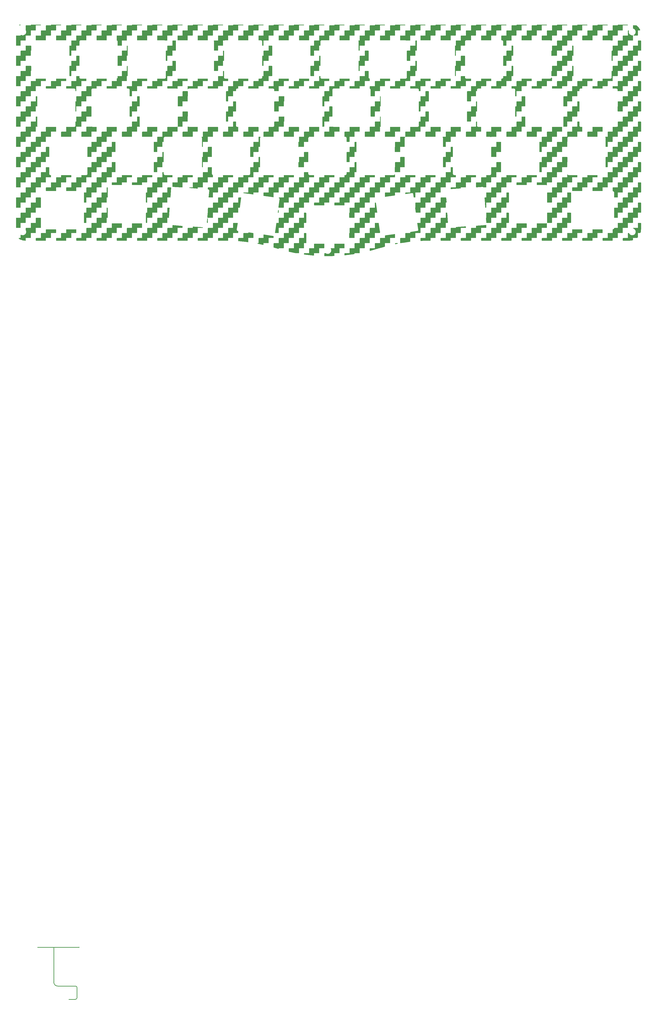
<source format=gbl>
G04 #@! TF.GenerationSoftware,KiCad,Pcbnew,8.0.2-1*
G04 #@! TF.CreationDate,2024-07-03T19:51:58+09:00*
G04 #@! TF.ProjectId,lagoon,6c61676f-6f6e-42e6-9b69-6361645f7063,rev?*
G04 #@! TF.SameCoordinates,Original*
G04 #@! TF.FileFunction,Copper,L2,Bot*
G04 #@! TF.FilePolarity,Positive*
%FSLAX46Y46*%
G04 Gerber Fmt 4.6, Leading zero omitted, Abs format (unit mm)*
G04 Created by KiCad (PCBNEW 8.0.2-1) date 2024-07-03 19:51:58*
%MOMM*%
%LPD*%
G01*
G04 APERTURE LIST*
G04 #@! TA.AperFunction,Conductor*
%ADD10C,0.250000*%
G04 #@! TD*
G04 APERTURE END LIST*
D10*
X37594623Y-393577024D02*
X30534519Y-393577024D01*
X34841180Y-398784880D02*
X37517839Y-398784880D01*
X28933664Y-391976169D02*
X28933664Y-378194639D01*
X28933664Y-378194639D02*
X38894739Y-378194639D01*
X38104091Y-398198628D02*
X38104091Y-394086492D01*
X22506446Y-378194639D02*
X28933664Y-378194639D01*
X30534519Y-393577024D02*
G75*
G02*
X28933676Y-391976169I-19J1600824D01*
G01*
X38104091Y-394086492D02*
G75*
G03*
X37594623Y-393577009I-509491J-8D01*
G01*
X38894739Y-378194639D02*
G75*
G02*
X38984961Y-378284880I-39J-90261D01*
G01*
X37517839Y-398784880D02*
G75*
G03*
X38104080Y-398198628I-39J586280D01*
G01*
G04 #@! TA.AperFunction,NonConductor*
G36*
X15785871Y-13826252D02*
G01*
X15832364Y-13879908D01*
X15843750Y-13932250D01*
X15843750Y-13980250D01*
X15823748Y-14048371D01*
X15770092Y-14094864D01*
X15717750Y-14106250D01*
X15351758Y-14106250D01*
X15283637Y-14086248D01*
X15237144Y-14032592D01*
X15227040Y-13962318D01*
X15256534Y-13897738D01*
X15283909Y-13874077D01*
X15359030Y-13826075D01*
X15426875Y-13806250D01*
X15717750Y-13806250D01*
X15785871Y-13826252D01*
G37*
G04 #@! TD.AperFunction*
G04 #@! TA.AperFunction,NonConductor*
G36*
X259333164Y-14126252D02*
G01*
X259341764Y-14132301D01*
X259449831Y-14215253D01*
X259458266Y-14222336D01*
X259739332Y-14480148D01*
X259747124Y-14487951D01*
X260004535Y-14769340D01*
X260011619Y-14777799D01*
X260243432Y-15080639D01*
X260249749Y-15089686D01*
X260454180Y-15411644D01*
X260459681Y-15421209D01*
X260635157Y-15759815D01*
X260639800Y-15769824D01*
X260706681Y-15932284D01*
X260714117Y-16002890D01*
X260682200Y-16066308D01*
X260621064Y-16102403D01*
X260590168Y-16106250D01*
X259843750Y-16106250D01*
X259843750Y-17980250D01*
X259823748Y-18048371D01*
X259770092Y-18094864D01*
X259717750Y-18106250D01*
X258232550Y-18106250D01*
X258164429Y-18086248D01*
X258117936Y-18032592D01*
X258107832Y-17962318D01*
X258137326Y-17897738D01*
X258175345Y-17867984D01*
X258262060Y-17823801D01*
X258434036Y-17698854D01*
X258584348Y-17548542D01*
X258709295Y-17376566D01*
X258805801Y-17187162D01*
X258871490Y-16984993D01*
X258904744Y-16775037D01*
X258904744Y-16562463D01*
X258871490Y-16352507D01*
X258805801Y-16150338D01*
X258709295Y-15960934D01*
X258584348Y-15788958D01*
X258584345Y-15788955D01*
X258584343Y-15788952D01*
X258434041Y-15638650D01*
X258434038Y-15638648D01*
X258434036Y-15638646D01*
X258262060Y-15513699D01*
X258072656Y-15417193D01*
X257963947Y-15381871D01*
X257930813Y-15371105D01*
X257872208Y-15331031D01*
X257844571Y-15265634D01*
X257843750Y-15251272D01*
X257843750Y-14232250D01*
X257863752Y-14164129D01*
X257917408Y-14117636D01*
X257969750Y-14106250D01*
X259265043Y-14106250D01*
X259333164Y-14126252D01*
G37*
G04 #@! TD.AperFunction*
G04 #@! TA.AperFunction,NonConductor*
G36*
X247785871Y-13826252D02*
G01*
X247832364Y-13879908D01*
X247843750Y-13932250D01*
X247843750Y-13980250D01*
X247823748Y-14048371D01*
X247770092Y-14094864D01*
X247717750Y-14106250D01*
X245843750Y-14106250D01*
X245843750Y-15980250D01*
X245823748Y-16048371D01*
X245770092Y-16094864D01*
X245717750Y-16106250D01*
X243843750Y-16106250D01*
X243843750Y-17980250D01*
X243823748Y-18048371D01*
X243770092Y-18094864D01*
X243717750Y-18106250D01*
X241843750Y-18106250D01*
X241843750Y-19898482D01*
X241823748Y-19966603D01*
X241770092Y-20013096D01*
X241717750Y-20024482D01*
X237969750Y-20024482D01*
X237901629Y-20004480D01*
X237855136Y-19950824D01*
X237843750Y-19898482D01*
X237843750Y-18232250D01*
X237863752Y-18164129D01*
X237917408Y-18117636D01*
X237969750Y-18106250D01*
X239843750Y-18106250D01*
X239843750Y-16232250D01*
X239863752Y-16164129D01*
X239917408Y-16117636D01*
X239969750Y-16106250D01*
X241843750Y-16106250D01*
X241843750Y-14232250D01*
X241863752Y-14164129D01*
X241917408Y-14117636D01*
X241969750Y-14106250D01*
X243843750Y-14106250D01*
X243843750Y-13932250D01*
X243863752Y-13864129D01*
X243917408Y-13817636D01*
X243969750Y-13806250D01*
X247717750Y-13806250D01*
X247785871Y-13826252D01*
G37*
G04 #@! TD.AperFunction*
G04 #@! TA.AperFunction,NonConductor*
G36*
X223785871Y-13826252D02*
G01*
X223832364Y-13879908D01*
X223843750Y-13932250D01*
X223843750Y-13980250D01*
X223823748Y-14048371D01*
X223770092Y-14094864D01*
X223717750Y-14106250D01*
X221843750Y-14106250D01*
X221843750Y-15980250D01*
X221823748Y-16048371D01*
X221770092Y-16094864D01*
X221717750Y-16106250D01*
X219843750Y-16106250D01*
X219843750Y-17980250D01*
X219823748Y-18048371D01*
X219770092Y-18094864D01*
X219717750Y-18106250D01*
X217843750Y-18106250D01*
X217843750Y-19898482D01*
X217823748Y-19966603D01*
X217770092Y-20013096D01*
X217717750Y-20024482D01*
X213969750Y-20024482D01*
X213901629Y-20004480D01*
X213855136Y-19950824D01*
X213843750Y-19898482D01*
X213843750Y-18232250D01*
X213863752Y-18164129D01*
X213917408Y-18117636D01*
X213969750Y-18106250D01*
X215843750Y-18106250D01*
X215843750Y-16232250D01*
X215863752Y-16164129D01*
X215917408Y-16117636D01*
X215969750Y-16106250D01*
X217843750Y-16106250D01*
X217843750Y-14232250D01*
X217863752Y-14164129D01*
X217917408Y-14117636D01*
X217969750Y-14106250D01*
X219843750Y-14106250D01*
X219843750Y-13932250D01*
X219863752Y-13864129D01*
X219917408Y-13817636D01*
X219969750Y-13806250D01*
X223717750Y-13806250D01*
X223785871Y-13826252D01*
G37*
G04 #@! TD.AperFunction*
G04 #@! TA.AperFunction,NonConductor*
G36*
X207785871Y-13826252D02*
G01*
X207832364Y-13879908D01*
X207843750Y-13932250D01*
X207843750Y-13980250D01*
X207823748Y-14048371D01*
X207770092Y-14094864D01*
X207717750Y-14106250D01*
X205843750Y-14106250D01*
X205843750Y-15980250D01*
X205823748Y-16048371D01*
X205770092Y-16094864D01*
X205717750Y-16106250D01*
X203843750Y-16106250D01*
X203843750Y-17980250D01*
X203823748Y-18048371D01*
X203770092Y-18094864D01*
X203717750Y-18106250D01*
X201843750Y-18106250D01*
X201843750Y-19898482D01*
X201823748Y-19966603D01*
X201770092Y-20013096D01*
X201717750Y-20024482D01*
X197969750Y-20024482D01*
X197901629Y-20004480D01*
X197855136Y-19950824D01*
X197843750Y-19898482D01*
X197843750Y-18232250D01*
X197863752Y-18164129D01*
X197917408Y-18117636D01*
X197969750Y-18106250D01*
X199843750Y-18106250D01*
X199843750Y-16232250D01*
X199863752Y-16164129D01*
X199917408Y-16117636D01*
X199969750Y-16106250D01*
X201843750Y-16106250D01*
X201843750Y-14232250D01*
X201863752Y-14164129D01*
X201917408Y-14117636D01*
X201969750Y-14106250D01*
X203843750Y-14106250D01*
X203843750Y-13932250D01*
X203863752Y-13864129D01*
X203917408Y-13817636D01*
X203969750Y-13806250D01*
X207717750Y-13806250D01*
X207785871Y-13826252D01*
G37*
G04 #@! TD.AperFunction*
G04 #@! TA.AperFunction,NonConductor*
G36*
X191785871Y-13826252D02*
G01*
X191832364Y-13879908D01*
X191843750Y-13932250D01*
X191843750Y-13980250D01*
X191823748Y-14048371D01*
X191770092Y-14094864D01*
X191717750Y-14106250D01*
X189843750Y-14106250D01*
X189843750Y-15980250D01*
X189823748Y-16048371D01*
X189770092Y-16094864D01*
X189717750Y-16106250D01*
X187843750Y-16106250D01*
X187843750Y-17980250D01*
X187823748Y-18048371D01*
X187770092Y-18094864D01*
X187717750Y-18106250D01*
X185843750Y-18106250D01*
X185843750Y-19898482D01*
X185823748Y-19966603D01*
X185770092Y-20013096D01*
X185717750Y-20024482D01*
X181969750Y-20024482D01*
X181901629Y-20004480D01*
X181855136Y-19950824D01*
X181843750Y-19898482D01*
X181843750Y-18232250D01*
X181863752Y-18164129D01*
X181917408Y-18117636D01*
X181969750Y-18106250D01*
X183843750Y-18106250D01*
X183843750Y-16232250D01*
X183863752Y-16164129D01*
X183917408Y-16117636D01*
X183969750Y-16106250D01*
X185843750Y-16106250D01*
X185843750Y-14232250D01*
X185863752Y-14164129D01*
X185917408Y-14117636D01*
X185969750Y-14106250D01*
X187843750Y-14106250D01*
X187843750Y-13932250D01*
X187863752Y-13864129D01*
X187917408Y-13817636D01*
X187969750Y-13806250D01*
X191717750Y-13806250D01*
X191785871Y-13826252D01*
G37*
G04 #@! TD.AperFunction*
G04 #@! TA.AperFunction,NonConductor*
G36*
X183785871Y-13826252D02*
G01*
X183832364Y-13879908D01*
X183843750Y-13932250D01*
X183843750Y-13980250D01*
X183823748Y-14048371D01*
X183770092Y-14094864D01*
X183717750Y-14106250D01*
X181843750Y-14106250D01*
X181843750Y-15980250D01*
X181823748Y-16048371D01*
X181770092Y-16094864D01*
X181717750Y-16106250D01*
X179843750Y-16106250D01*
X179843750Y-17980250D01*
X179823748Y-18048371D01*
X179770092Y-18094864D01*
X179717750Y-18106250D01*
X177843750Y-18106250D01*
X177843750Y-19898482D01*
X177823748Y-19966603D01*
X177770092Y-20013096D01*
X177717750Y-20024482D01*
X173969750Y-20024482D01*
X173901629Y-20004480D01*
X173855136Y-19950824D01*
X173843750Y-19898482D01*
X173843750Y-18232250D01*
X173863752Y-18164129D01*
X173917408Y-18117636D01*
X173969750Y-18106250D01*
X175843750Y-18106250D01*
X175843750Y-16232250D01*
X175863752Y-16164129D01*
X175917408Y-16117636D01*
X175969750Y-16106250D01*
X177843750Y-16106250D01*
X177843750Y-14232250D01*
X177863752Y-14164129D01*
X177917408Y-14117636D01*
X177969750Y-14106250D01*
X179843750Y-14106250D01*
X179843750Y-13932250D01*
X179863752Y-13864129D01*
X179917408Y-13817636D01*
X179969750Y-13806250D01*
X183717750Y-13806250D01*
X183785871Y-13826252D01*
G37*
G04 #@! TD.AperFunction*
G04 #@! TA.AperFunction,NonConductor*
G36*
X167785871Y-13826252D02*
G01*
X167832364Y-13879908D01*
X167843750Y-13932250D01*
X167843750Y-13980250D01*
X167823748Y-14048371D01*
X167770092Y-14094864D01*
X167717750Y-14106250D01*
X165843750Y-14106250D01*
X165843750Y-15980250D01*
X165823748Y-16048371D01*
X165770092Y-16094864D01*
X165717750Y-16106250D01*
X163843750Y-16106250D01*
X163843750Y-17980250D01*
X163823748Y-18048371D01*
X163770092Y-18094864D01*
X163717750Y-18106250D01*
X161843750Y-18106250D01*
X161843750Y-19898482D01*
X161823748Y-19966603D01*
X161770092Y-20013096D01*
X161717750Y-20024482D01*
X157969750Y-20024482D01*
X157901629Y-20004480D01*
X157855136Y-19950824D01*
X157843750Y-19898482D01*
X157843750Y-18232250D01*
X157863752Y-18164129D01*
X157917408Y-18117636D01*
X157969750Y-18106250D01*
X159843750Y-18106250D01*
X159843750Y-16232250D01*
X159863752Y-16164129D01*
X159917408Y-16117636D01*
X159969750Y-16106250D01*
X161843750Y-16106250D01*
X161843750Y-14232250D01*
X161863752Y-14164129D01*
X161917408Y-14117636D01*
X161969750Y-14106250D01*
X163843750Y-14106250D01*
X163843750Y-13932250D01*
X163863752Y-13864129D01*
X163917408Y-13817636D01*
X163969750Y-13806250D01*
X167717750Y-13806250D01*
X167785871Y-13826252D01*
G37*
G04 #@! TD.AperFunction*
G04 #@! TA.AperFunction,NonConductor*
G36*
X151785871Y-13826252D02*
G01*
X151832364Y-13879908D01*
X151843750Y-13932250D01*
X151843750Y-13980250D01*
X151823748Y-14048371D01*
X151770092Y-14094864D01*
X151717750Y-14106250D01*
X149843750Y-14106250D01*
X149843750Y-15980250D01*
X149823748Y-16048371D01*
X149770092Y-16094864D01*
X149717750Y-16106250D01*
X147843750Y-16106250D01*
X147843750Y-17980250D01*
X147823748Y-18048371D01*
X147770092Y-18094864D01*
X147717750Y-18106250D01*
X145843750Y-18106250D01*
X145843750Y-19898482D01*
X145823748Y-19966603D01*
X145770092Y-20013096D01*
X145717750Y-20024482D01*
X141969750Y-20024482D01*
X141901629Y-20004480D01*
X141855136Y-19950824D01*
X141843750Y-19898482D01*
X141843750Y-18232250D01*
X141863752Y-18164129D01*
X141917408Y-18117636D01*
X141969750Y-18106250D01*
X143843750Y-18106250D01*
X143843750Y-16232250D01*
X143863752Y-16164129D01*
X143917408Y-16117636D01*
X143969750Y-16106250D01*
X145843750Y-16106250D01*
X145843750Y-14232250D01*
X145863752Y-14164129D01*
X145917408Y-14117636D01*
X145969750Y-14106250D01*
X147843750Y-14106250D01*
X147843750Y-13932250D01*
X147863752Y-13864129D01*
X147917408Y-13817636D01*
X147969750Y-13806250D01*
X151717750Y-13806250D01*
X151785871Y-13826252D01*
G37*
G04 #@! TD.AperFunction*
G04 #@! TA.AperFunction,NonConductor*
G36*
X135785871Y-13826252D02*
G01*
X135832364Y-13879908D01*
X135843750Y-13932250D01*
X135843750Y-13980250D01*
X135823748Y-14048371D01*
X135770092Y-14094864D01*
X135717750Y-14106250D01*
X133843750Y-14106250D01*
X133843750Y-15980250D01*
X133823748Y-16048371D01*
X133770092Y-16094864D01*
X133717750Y-16106250D01*
X131843750Y-16106250D01*
X131843750Y-17980250D01*
X131823748Y-18048371D01*
X131770092Y-18094864D01*
X131717750Y-18106250D01*
X129843750Y-18106250D01*
X129843750Y-19898482D01*
X129823748Y-19966603D01*
X129770092Y-20013096D01*
X129717750Y-20024482D01*
X125969750Y-20024482D01*
X125901629Y-20004480D01*
X125855136Y-19950824D01*
X125843750Y-19898482D01*
X125843750Y-18232250D01*
X125863752Y-18164129D01*
X125917408Y-18117636D01*
X125969750Y-18106250D01*
X127843750Y-18106250D01*
X127843750Y-16232250D01*
X127863752Y-16164129D01*
X127917408Y-16117636D01*
X127969750Y-16106250D01*
X129843750Y-16106250D01*
X129843750Y-14232250D01*
X129863752Y-14164129D01*
X129917408Y-14117636D01*
X129969750Y-14106250D01*
X131843750Y-14106250D01*
X131843750Y-13932250D01*
X131863752Y-13864129D01*
X131917408Y-13817636D01*
X131969750Y-13806250D01*
X135717750Y-13806250D01*
X135785871Y-13826252D01*
G37*
G04 #@! TD.AperFunction*
G04 #@! TA.AperFunction,NonConductor*
G36*
X127785871Y-13826252D02*
G01*
X127832364Y-13879908D01*
X127843750Y-13932250D01*
X127843750Y-13980250D01*
X127823748Y-14048371D01*
X127770092Y-14094864D01*
X127717750Y-14106250D01*
X125843750Y-14106250D01*
X125843750Y-15980250D01*
X125823748Y-16048371D01*
X125770092Y-16094864D01*
X125717750Y-16106250D01*
X123843750Y-16106250D01*
X123843750Y-17980250D01*
X123823748Y-18048371D01*
X123770092Y-18094864D01*
X123717750Y-18106250D01*
X121843750Y-18106250D01*
X121843750Y-19898482D01*
X121823748Y-19966603D01*
X121770092Y-20013096D01*
X121717750Y-20024482D01*
X117969750Y-20024482D01*
X117901629Y-20004480D01*
X117855136Y-19950824D01*
X117843750Y-19898482D01*
X117843750Y-18232250D01*
X117863752Y-18164129D01*
X117917408Y-18117636D01*
X117969750Y-18106250D01*
X119843750Y-18106250D01*
X119843750Y-16232250D01*
X119863752Y-16164129D01*
X119917408Y-16117636D01*
X119969750Y-16106250D01*
X121843750Y-16106250D01*
X121843750Y-14232250D01*
X121863752Y-14164129D01*
X121917408Y-14117636D01*
X121969750Y-14106250D01*
X123843750Y-14106250D01*
X123843750Y-13932250D01*
X123863752Y-13864129D01*
X123917408Y-13817636D01*
X123969750Y-13806250D01*
X127717750Y-13806250D01*
X127785871Y-13826252D01*
G37*
G04 #@! TD.AperFunction*
G04 #@! TA.AperFunction,NonConductor*
G36*
X111785871Y-13826252D02*
G01*
X111832364Y-13879908D01*
X111843750Y-13932250D01*
X111843750Y-13980250D01*
X111823748Y-14048371D01*
X111770092Y-14094864D01*
X111717750Y-14106250D01*
X109843750Y-14106250D01*
X109843750Y-15980250D01*
X109823748Y-16048371D01*
X109770092Y-16094864D01*
X109717750Y-16106250D01*
X107843750Y-16106250D01*
X107843750Y-17980250D01*
X107823748Y-18048371D01*
X107770092Y-18094864D01*
X107717750Y-18106250D01*
X105843750Y-18106250D01*
X105843750Y-19898482D01*
X105823748Y-19966603D01*
X105770092Y-20013096D01*
X105717750Y-20024482D01*
X101969750Y-20024482D01*
X101901629Y-20004480D01*
X101855136Y-19950824D01*
X101843750Y-19898482D01*
X101843750Y-18232250D01*
X101863752Y-18164129D01*
X101917408Y-18117636D01*
X101969750Y-18106250D01*
X103843750Y-18106250D01*
X103843750Y-16232250D01*
X103863752Y-16164129D01*
X103917408Y-16117636D01*
X103969750Y-16106250D01*
X105843750Y-16106250D01*
X105843750Y-14232250D01*
X105863752Y-14164129D01*
X105917408Y-14117636D01*
X105969750Y-14106250D01*
X107843750Y-14106250D01*
X107843750Y-13932250D01*
X107863752Y-13864129D01*
X107917408Y-13817636D01*
X107969750Y-13806250D01*
X111717750Y-13806250D01*
X111785871Y-13826252D01*
G37*
G04 #@! TD.AperFunction*
G04 #@! TA.AperFunction,NonConductor*
G36*
X95785871Y-13826252D02*
G01*
X95832364Y-13879908D01*
X95843750Y-13932250D01*
X95843750Y-13980250D01*
X95823748Y-14048371D01*
X95770092Y-14094864D01*
X95717750Y-14106250D01*
X93843750Y-14106250D01*
X93843750Y-15980250D01*
X93823748Y-16048371D01*
X93770092Y-16094864D01*
X93717750Y-16106250D01*
X91843750Y-16106250D01*
X91843750Y-17980250D01*
X91823748Y-18048371D01*
X91770092Y-18094864D01*
X91717750Y-18106250D01*
X89843750Y-18106250D01*
X89843750Y-19898482D01*
X89823748Y-19966603D01*
X89770092Y-20013096D01*
X89717750Y-20024482D01*
X85969750Y-20024482D01*
X85901629Y-20004480D01*
X85855136Y-19950824D01*
X85843750Y-19898482D01*
X85843750Y-18232250D01*
X85863752Y-18164129D01*
X85917408Y-18117636D01*
X85969750Y-18106250D01*
X87843750Y-18106250D01*
X87843750Y-16232250D01*
X87863752Y-16164129D01*
X87917408Y-16117636D01*
X87969750Y-16106250D01*
X89843750Y-16106250D01*
X89843750Y-14232250D01*
X89863752Y-14164129D01*
X89917408Y-14117636D01*
X89969750Y-14106250D01*
X91843750Y-14106250D01*
X91843750Y-13932250D01*
X91863752Y-13864129D01*
X91917408Y-13817636D01*
X91969750Y-13806250D01*
X95717750Y-13806250D01*
X95785871Y-13826252D01*
G37*
G04 #@! TD.AperFunction*
G04 #@! TA.AperFunction,NonConductor*
G36*
X87785871Y-13826252D02*
G01*
X87832364Y-13879908D01*
X87843750Y-13932250D01*
X87843750Y-13980250D01*
X87823748Y-14048371D01*
X87770092Y-14094864D01*
X87717750Y-14106250D01*
X85843750Y-14106250D01*
X85843750Y-15980250D01*
X85823748Y-16048371D01*
X85770092Y-16094864D01*
X85717750Y-16106250D01*
X83843750Y-16106250D01*
X83843750Y-17980250D01*
X83823748Y-18048371D01*
X83770092Y-18094864D01*
X83717750Y-18106250D01*
X81843750Y-18106250D01*
X81843750Y-19898482D01*
X81823748Y-19966603D01*
X81770092Y-20013096D01*
X81717750Y-20024482D01*
X77969750Y-20024482D01*
X77901629Y-20004480D01*
X77855136Y-19950824D01*
X77843750Y-19898482D01*
X77843750Y-18232250D01*
X77863752Y-18164129D01*
X77917408Y-18117636D01*
X77969750Y-18106250D01*
X79843750Y-18106250D01*
X79843750Y-16232250D01*
X79863752Y-16164129D01*
X79917408Y-16117636D01*
X79969750Y-16106250D01*
X81843750Y-16106250D01*
X81843750Y-14232250D01*
X81863752Y-14164129D01*
X81917408Y-14117636D01*
X81969750Y-14106250D01*
X83843750Y-14106250D01*
X83843750Y-13932250D01*
X83863752Y-13864129D01*
X83917408Y-13817636D01*
X83969750Y-13806250D01*
X87717750Y-13806250D01*
X87785871Y-13826252D01*
G37*
G04 #@! TD.AperFunction*
G04 #@! TA.AperFunction,NonConductor*
G36*
X71785871Y-13826252D02*
G01*
X71832364Y-13879908D01*
X71843750Y-13932250D01*
X71843750Y-13980250D01*
X71823748Y-14048371D01*
X71770092Y-14094864D01*
X71717750Y-14106250D01*
X69843750Y-14106250D01*
X69843750Y-15980250D01*
X69823748Y-16048371D01*
X69770092Y-16094864D01*
X69717750Y-16106250D01*
X67843750Y-16106250D01*
X67843750Y-17980250D01*
X67823748Y-18048371D01*
X67770092Y-18094864D01*
X67717750Y-18106250D01*
X65843750Y-18106250D01*
X65843750Y-19898482D01*
X65823748Y-19966603D01*
X65770092Y-20013096D01*
X65717750Y-20024482D01*
X61969750Y-20024482D01*
X61901629Y-20004480D01*
X61855136Y-19950824D01*
X61843750Y-19898482D01*
X61843750Y-18232250D01*
X61863752Y-18164129D01*
X61917408Y-18117636D01*
X61969750Y-18106250D01*
X63843750Y-18106250D01*
X63843750Y-16232250D01*
X63863752Y-16164129D01*
X63917408Y-16117636D01*
X63969750Y-16106250D01*
X65843750Y-16106250D01*
X65843750Y-14232250D01*
X65863752Y-14164129D01*
X65917408Y-14117636D01*
X65969750Y-14106250D01*
X67843750Y-14106250D01*
X67843750Y-13932250D01*
X67863752Y-13864129D01*
X67917408Y-13817636D01*
X67969750Y-13806250D01*
X71717750Y-13806250D01*
X71785871Y-13826252D01*
G37*
G04 #@! TD.AperFunction*
G04 #@! TA.AperFunction,NonConductor*
G36*
X55785871Y-13826252D02*
G01*
X55832364Y-13879908D01*
X55843750Y-13932250D01*
X55843750Y-13980250D01*
X55823748Y-14048371D01*
X55770092Y-14094864D01*
X55717750Y-14106250D01*
X53843750Y-14106250D01*
X53843750Y-15980250D01*
X53823748Y-16048371D01*
X53770092Y-16094864D01*
X53717750Y-16106250D01*
X51843750Y-16106250D01*
X51843750Y-17980250D01*
X51823748Y-18048371D01*
X51770092Y-18094864D01*
X51717750Y-18106250D01*
X49843750Y-18106250D01*
X49843750Y-19898482D01*
X49823748Y-19966603D01*
X49770092Y-20013096D01*
X49717750Y-20024482D01*
X45969750Y-20024482D01*
X45901629Y-20004480D01*
X45855136Y-19950824D01*
X45843750Y-19898482D01*
X45843750Y-18232250D01*
X45863752Y-18164129D01*
X45917408Y-18117636D01*
X45969750Y-18106250D01*
X47843750Y-18106250D01*
X47843750Y-16232250D01*
X47863752Y-16164129D01*
X47917408Y-16117636D01*
X47969750Y-16106250D01*
X49843750Y-16106250D01*
X49843750Y-14232250D01*
X49863752Y-14164129D01*
X49917408Y-14117636D01*
X49969750Y-14106250D01*
X51843750Y-14106250D01*
X51843750Y-13932250D01*
X51863752Y-13864129D01*
X51917408Y-13817636D01*
X51969750Y-13806250D01*
X55717750Y-13806250D01*
X55785871Y-13826252D01*
G37*
G04 #@! TD.AperFunction*
G04 #@! TA.AperFunction,NonConductor*
G36*
X39785871Y-13826252D02*
G01*
X39832364Y-13879908D01*
X39843750Y-13932250D01*
X39843750Y-13980250D01*
X39823748Y-14048371D01*
X39770092Y-14094864D01*
X39717750Y-14106250D01*
X37843750Y-14106250D01*
X37843750Y-15980250D01*
X37823748Y-16048371D01*
X37770092Y-16094864D01*
X37717750Y-16106250D01*
X35843750Y-16106250D01*
X35843750Y-17980250D01*
X35823748Y-18048371D01*
X35770092Y-18094864D01*
X35717750Y-18106250D01*
X33843750Y-18106250D01*
X33843750Y-19898482D01*
X33823748Y-19966603D01*
X33770092Y-20013096D01*
X33717750Y-20024482D01*
X29969750Y-20024482D01*
X29901629Y-20004480D01*
X29855136Y-19950824D01*
X29843750Y-19898482D01*
X29843750Y-18232250D01*
X29863752Y-18164129D01*
X29917408Y-18117636D01*
X29969750Y-18106250D01*
X31843750Y-18106250D01*
X31843750Y-16232250D01*
X31863752Y-16164129D01*
X31917408Y-16117636D01*
X31969750Y-16106250D01*
X33843750Y-16106250D01*
X33843750Y-14232250D01*
X33863752Y-14164129D01*
X33917408Y-14117636D01*
X33969750Y-14106250D01*
X35843750Y-14106250D01*
X35843750Y-13932250D01*
X35863752Y-13864129D01*
X35917408Y-13817636D01*
X35969750Y-13806250D01*
X39717750Y-13806250D01*
X39785871Y-13826252D01*
G37*
G04 #@! TD.AperFunction*
G04 #@! TA.AperFunction,NonConductor*
G36*
X31785871Y-13826252D02*
G01*
X31832364Y-13879908D01*
X31843750Y-13932250D01*
X31843750Y-13980250D01*
X31823748Y-14048371D01*
X31770092Y-14094864D01*
X31717750Y-14106250D01*
X29843750Y-14106250D01*
X29843750Y-15980250D01*
X29823748Y-16048371D01*
X29770092Y-16094864D01*
X29717750Y-16106250D01*
X27843750Y-16106250D01*
X27843750Y-17980250D01*
X27823748Y-18048371D01*
X27770092Y-18094864D01*
X27717750Y-18106250D01*
X25843750Y-18106250D01*
X25843750Y-19898482D01*
X25823748Y-19966603D01*
X25770092Y-20013096D01*
X25717750Y-20024482D01*
X21969750Y-20024482D01*
X21901629Y-20004480D01*
X21855136Y-19950824D01*
X21843750Y-19898482D01*
X21843750Y-18232250D01*
X21863752Y-18164129D01*
X21917408Y-18117636D01*
X21969750Y-18106250D01*
X23843750Y-18106250D01*
X23843750Y-16232250D01*
X23863752Y-16164129D01*
X23917408Y-16117636D01*
X23969750Y-16106250D01*
X25843750Y-16106250D01*
X25843750Y-14232250D01*
X25863752Y-14164129D01*
X25917408Y-14117636D01*
X25969750Y-14106250D01*
X27843750Y-14106250D01*
X27843750Y-13932250D01*
X27863752Y-13864129D01*
X27917408Y-13817636D01*
X27969750Y-13806250D01*
X31717750Y-13806250D01*
X31785871Y-13826252D01*
G37*
G04 #@! TD.AperFunction*
G04 #@! TA.AperFunction,NonConductor*
G36*
X255785871Y-13826252D02*
G01*
X255832364Y-13879908D01*
X255843750Y-13932250D01*
X255843750Y-13980250D01*
X255823748Y-14048371D01*
X255770092Y-14094864D01*
X255717750Y-14106250D01*
X253843750Y-14106250D01*
X253843750Y-15980250D01*
X253823748Y-16048371D01*
X253770092Y-16094864D01*
X253717750Y-16106250D01*
X251843750Y-16106250D01*
X251843750Y-17980250D01*
X251823748Y-18048371D01*
X251770092Y-18094864D01*
X251717750Y-18106250D01*
X249843750Y-18106250D01*
X249843750Y-19980250D01*
X249823748Y-20048371D01*
X249770092Y-20094864D01*
X249717750Y-20106250D01*
X249244981Y-20106250D01*
X249181981Y-20089369D01*
X249128675Y-20058592D01*
X249128672Y-20058591D01*
X249128671Y-20058590D01*
X249128669Y-20058589D01*
X249128668Y-20058589D01*
X249090533Y-20048371D01*
X249001377Y-20024482D01*
X249001375Y-20024482D01*
X245969750Y-20024482D01*
X245901629Y-20004480D01*
X245855136Y-19950824D01*
X245843750Y-19898482D01*
X245843750Y-18232250D01*
X245863752Y-18164129D01*
X245917408Y-18117636D01*
X245969750Y-18106250D01*
X247843750Y-18106250D01*
X247843750Y-16232250D01*
X247863752Y-16164129D01*
X247917408Y-16117636D01*
X247969750Y-16106250D01*
X249843750Y-16106250D01*
X249843750Y-14232250D01*
X249863752Y-14164129D01*
X249917408Y-14117636D01*
X249969750Y-14106250D01*
X251843750Y-14106250D01*
X251843750Y-13932250D01*
X251863752Y-13864129D01*
X251917408Y-13817636D01*
X251969750Y-13806250D01*
X255717750Y-13806250D01*
X255785871Y-13826252D01*
G37*
G04 #@! TD.AperFunction*
G04 #@! TA.AperFunction,NonConductor*
G36*
X231785871Y-13826252D02*
G01*
X231832364Y-13879908D01*
X231843750Y-13932250D01*
X231843750Y-13980250D01*
X231823748Y-14048371D01*
X231770092Y-14094864D01*
X231717750Y-14106250D01*
X229843750Y-14106250D01*
X229843750Y-15980250D01*
X229823748Y-16048371D01*
X229770092Y-16094864D01*
X229717750Y-16106250D01*
X227843750Y-16106250D01*
X227843750Y-17980250D01*
X227823748Y-18048371D01*
X227770092Y-18094864D01*
X227717750Y-18106250D01*
X225843750Y-18106250D01*
X225843750Y-19980250D01*
X225823748Y-20048371D01*
X225770092Y-20094864D01*
X225717750Y-20106250D01*
X225432481Y-20106250D01*
X225369481Y-20089369D01*
X225316175Y-20058592D01*
X225316172Y-20058591D01*
X225316171Y-20058590D01*
X225316169Y-20058589D01*
X225316168Y-20058589D01*
X225278033Y-20048371D01*
X225188877Y-20024482D01*
X225188875Y-20024482D01*
X221969750Y-20024482D01*
X221901629Y-20004480D01*
X221855136Y-19950824D01*
X221843750Y-19898482D01*
X221843750Y-18232250D01*
X221863752Y-18164129D01*
X221917408Y-18117636D01*
X221969750Y-18106250D01*
X223843750Y-18106250D01*
X223843750Y-16232250D01*
X223863752Y-16164129D01*
X223917408Y-16117636D01*
X223969750Y-16106250D01*
X225843750Y-16106250D01*
X225843750Y-14232250D01*
X225863752Y-14164129D01*
X225917408Y-14117636D01*
X225969750Y-14106250D01*
X227843750Y-14106250D01*
X227843750Y-13932250D01*
X227863752Y-13864129D01*
X227917408Y-13817636D01*
X227969750Y-13806250D01*
X231717750Y-13806250D01*
X231785871Y-13826252D01*
G37*
G04 #@! TD.AperFunction*
G04 #@! TA.AperFunction,NonConductor*
G36*
X175785871Y-13826252D02*
G01*
X175832364Y-13879908D01*
X175843750Y-13932250D01*
X175843750Y-13980250D01*
X175823748Y-14048371D01*
X175770092Y-14094864D01*
X175717750Y-14106250D01*
X173843750Y-14106250D01*
X173843750Y-15980250D01*
X173823748Y-16048371D01*
X173770092Y-16094864D01*
X173717750Y-16106250D01*
X171843750Y-16106250D01*
X171843750Y-17980250D01*
X171823748Y-18048371D01*
X171770092Y-18094864D01*
X171717750Y-18106250D01*
X169843750Y-18106250D01*
X169843750Y-19980250D01*
X169823748Y-20048371D01*
X169770092Y-20094864D01*
X169717750Y-20106250D01*
X168282481Y-20106250D01*
X168219481Y-20089369D01*
X168166175Y-20058592D01*
X168166172Y-20058591D01*
X168166171Y-20058590D01*
X168166169Y-20058589D01*
X168166168Y-20058589D01*
X168128033Y-20048371D01*
X168038877Y-20024482D01*
X168038875Y-20024482D01*
X165969750Y-20024482D01*
X165901629Y-20004480D01*
X165855136Y-19950824D01*
X165843750Y-19898482D01*
X165843750Y-18232250D01*
X165863752Y-18164129D01*
X165917408Y-18117636D01*
X165969750Y-18106250D01*
X167843750Y-18106250D01*
X167843750Y-16232250D01*
X167863752Y-16164129D01*
X167917408Y-16117636D01*
X167969750Y-16106250D01*
X169843750Y-16106250D01*
X169843750Y-14232250D01*
X169863752Y-14164129D01*
X169917408Y-14117636D01*
X169969750Y-14106250D01*
X171843750Y-14106250D01*
X171843750Y-13932250D01*
X171863752Y-13864129D01*
X171917408Y-13817636D01*
X171969750Y-13806250D01*
X175717750Y-13806250D01*
X175785871Y-13826252D01*
G37*
G04 #@! TD.AperFunction*
G04 #@! TA.AperFunction,NonConductor*
G36*
X79785871Y-13826252D02*
G01*
X79832364Y-13879908D01*
X79843750Y-13932250D01*
X79843750Y-13980250D01*
X79823748Y-14048371D01*
X79770092Y-14094864D01*
X79717750Y-14106250D01*
X77843750Y-14106250D01*
X77843750Y-15980250D01*
X77823748Y-16048371D01*
X77770092Y-16094864D01*
X77717750Y-16106250D01*
X75843750Y-16106250D01*
X75843750Y-17980250D01*
X75823748Y-18048371D01*
X75770092Y-18094864D01*
X75717750Y-18106250D01*
X73843750Y-18106250D01*
X73843750Y-19980250D01*
X73823748Y-20048371D01*
X73770092Y-20094864D01*
X73717750Y-20106250D01*
X73032481Y-20106250D01*
X72969481Y-20089369D01*
X72916175Y-20058592D01*
X72916172Y-20058591D01*
X72916171Y-20058590D01*
X72916169Y-20058589D01*
X72916168Y-20058589D01*
X72878033Y-20048371D01*
X72788877Y-20024482D01*
X72788875Y-20024482D01*
X69969750Y-20024482D01*
X69901629Y-20004480D01*
X69855136Y-19950824D01*
X69843750Y-19898482D01*
X69843750Y-18232250D01*
X69863752Y-18164129D01*
X69917408Y-18117636D01*
X69969750Y-18106250D01*
X71843750Y-18106250D01*
X71843750Y-16232250D01*
X71863752Y-16164129D01*
X71917408Y-16117636D01*
X71969750Y-16106250D01*
X73843750Y-16106250D01*
X73843750Y-14232250D01*
X73863752Y-14164129D01*
X73917408Y-14117636D01*
X73969750Y-14106250D01*
X75843750Y-14106250D01*
X75843750Y-13932250D01*
X75863752Y-13864129D01*
X75917408Y-13817636D01*
X75969750Y-13806250D01*
X79717750Y-13806250D01*
X79785871Y-13826252D01*
G37*
G04 #@! TD.AperFunction*
G04 #@! TA.AperFunction,NonConductor*
G36*
X215785871Y-13826252D02*
G01*
X215832364Y-13879908D01*
X215843750Y-13932250D01*
X215843750Y-13980250D01*
X215823748Y-14048371D01*
X215770092Y-14094864D01*
X215717750Y-14106250D01*
X213843750Y-14106250D01*
X213843750Y-15980250D01*
X213823748Y-16048371D01*
X213770092Y-16094864D01*
X213717750Y-16106250D01*
X211843750Y-16106250D01*
X211843750Y-17980250D01*
X211823748Y-18048371D01*
X211770092Y-18094864D01*
X211717750Y-18106250D01*
X209843750Y-18106250D01*
X209843750Y-19980250D01*
X209823748Y-20048371D01*
X209770092Y-20094864D01*
X209717750Y-20106250D01*
X207843750Y-20106250D01*
X207843750Y-21980250D01*
X207823748Y-22048371D01*
X207770092Y-22094864D01*
X207717750Y-22106250D01*
X206699485Y-22106250D01*
X206631364Y-22086248D01*
X206584871Y-22032592D01*
X206573485Y-21980250D01*
X206573485Y-20459091D01*
X206573485Y-20459090D01*
X206539377Y-20331796D01*
X206473485Y-20217668D01*
X206473483Y-20217666D01*
X206473479Y-20217661D01*
X206380305Y-20124487D01*
X206380295Y-20124479D01*
X206266175Y-20058592D01*
X206266172Y-20058591D01*
X206266171Y-20058590D01*
X206266169Y-20058589D01*
X206266168Y-20058589D01*
X206228033Y-20048371D01*
X206138877Y-20024482D01*
X206138875Y-20024482D01*
X205969750Y-20024482D01*
X205901629Y-20004480D01*
X205855136Y-19950824D01*
X205843750Y-19898482D01*
X205843750Y-18232250D01*
X205863752Y-18164129D01*
X205917408Y-18117636D01*
X205969750Y-18106250D01*
X207843750Y-18106250D01*
X207843750Y-16232250D01*
X207863752Y-16164129D01*
X207917408Y-16117636D01*
X207969750Y-16106250D01*
X209843750Y-16106250D01*
X209843750Y-14232250D01*
X209863752Y-14164129D01*
X209917408Y-14117636D01*
X209969750Y-14106250D01*
X211843750Y-14106250D01*
X211843750Y-13932250D01*
X211863752Y-13864129D01*
X211917408Y-13817636D01*
X211969750Y-13806250D01*
X215717750Y-13806250D01*
X215785871Y-13826252D01*
G37*
G04 #@! TD.AperFunction*
G04 #@! TA.AperFunction,NonConductor*
G36*
X119785871Y-13826252D02*
G01*
X119832364Y-13879908D01*
X119843750Y-13932250D01*
X119843750Y-13980250D01*
X119823748Y-14048371D01*
X119770092Y-14094864D01*
X119717750Y-14106250D01*
X117843750Y-14106250D01*
X117843750Y-15980250D01*
X117823748Y-16048371D01*
X117770092Y-16094864D01*
X117717750Y-16106250D01*
X115843750Y-16106250D01*
X115843750Y-17980250D01*
X115823748Y-18048371D01*
X115770092Y-18094864D01*
X115717750Y-18106250D01*
X113843750Y-18106250D01*
X113843750Y-19980250D01*
X113823748Y-20048371D01*
X113770092Y-20094864D01*
X113717750Y-20106250D01*
X111843750Y-20106250D01*
X111843750Y-21980250D01*
X111823748Y-22048371D01*
X111770092Y-22094864D01*
X111717750Y-22106250D01*
X111449485Y-22106250D01*
X111381364Y-22086248D01*
X111334871Y-22032592D01*
X111323485Y-21980250D01*
X111323485Y-20459091D01*
X111323485Y-20459090D01*
X111289377Y-20331796D01*
X111223485Y-20217668D01*
X111223483Y-20217666D01*
X111223479Y-20217661D01*
X111130305Y-20124487D01*
X111130295Y-20124479D01*
X111016175Y-20058592D01*
X111016172Y-20058591D01*
X111016171Y-20058590D01*
X111016169Y-20058589D01*
X111016168Y-20058589D01*
X110978033Y-20048371D01*
X110888877Y-20024482D01*
X110888875Y-20024482D01*
X109969750Y-20024482D01*
X109901629Y-20004480D01*
X109855136Y-19950824D01*
X109843750Y-19898482D01*
X109843750Y-18232250D01*
X109863752Y-18164129D01*
X109917408Y-18117636D01*
X109969750Y-18106250D01*
X111843750Y-18106250D01*
X111843750Y-16232250D01*
X111863752Y-16164129D01*
X111917408Y-16117636D01*
X111969750Y-16106250D01*
X113843750Y-16106250D01*
X113843750Y-14232250D01*
X113863752Y-14164129D01*
X113917408Y-14117636D01*
X113969750Y-14106250D01*
X115843750Y-14106250D01*
X115843750Y-13932250D01*
X115863752Y-13864129D01*
X115917408Y-13817636D01*
X115969750Y-13806250D01*
X119717750Y-13806250D01*
X119785871Y-13826252D01*
G37*
G04 #@! TD.AperFunction*
G04 #@! TA.AperFunction,NonConductor*
G36*
X63785871Y-13826252D02*
G01*
X63832364Y-13879908D01*
X63843750Y-13932250D01*
X63843750Y-13980250D01*
X63823748Y-14048371D01*
X63770092Y-14094864D01*
X63717750Y-14106250D01*
X61843750Y-14106250D01*
X61843750Y-15980250D01*
X61823748Y-16048371D01*
X61770092Y-16094864D01*
X61717750Y-16106250D01*
X59843750Y-16106250D01*
X59843750Y-17980250D01*
X59823748Y-18048371D01*
X59770092Y-18094864D01*
X59717750Y-18106250D01*
X57843750Y-18106250D01*
X57843750Y-19980250D01*
X57823748Y-20048371D01*
X57770092Y-20094864D01*
X57717750Y-20106250D01*
X55843750Y-20106250D01*
X55843750Y-21980250D01*
X55823748Y-22048371D01*
X55770092Y-22094864D01*
X55717750Y-22106250D01*
X54299485Y-22106250D01*
X54231364Y-22086248D01*
X54184871Y-22032592D01*
X54173485Y-21980250D01*
X54173485Y-20459091D01*
X54173485Y-20459090D01*
X54139377Y-20331796D01*
X54073485Y-20217668D01*
X54073483Y-20217666D01*
X54073479Y-20217661D01*
X53980305Y-20124487D01*
X53980295Y-20124479D01*
X53906750Y-20082018D01*
X53857757Y-20030635D01*
X53843750Y-19972899D01*
X53843750Y-18232250D01*
X53863752Y-18164129D01*
X53917408Y-18117636D01*
X53969750Y-18106250D01*
X55843750Y-18106250D01*
X55843750Y-16232250D01*
X55863752Y-16164129D01*
X55917408Y-16117636D01*
X55969750Y-16106250D01*
X57843750Y-16106250D01*
X57843750Y-14232250D01*
X57863752Y-14164129D01*
X57917408Y-14117636D01*
X57969750Y-14106250D01*
X59843750Y-14106250D01*
X59843750Y-13932250D01*
X59863752Y-13864129D01*
X59917408Y-13817636D01*
X59969750Y-13806250D01*
X63717750Y-13806250D01*
X63785871Y-13826252D01*
G37*
G04 #@! TD.AperFunction*
G04 #@! TA.AperFunction,NonConductor*
G36*
X23785871Y-13826252D02*
G01*
X23832364Y-13879908D01*
X23843750Y-13932250D01*
X23843750Y-13980250D01*
X23823748Y-14048371D01*
X23770092Y-14094864D01*
X23717750Y-14106250D01*
X21843750Y-14106250D01*
X21843750Y-15980250D01*
X21823748Y-16048371D01*
X21770092Y-16094864D01*
X21717750Y-16106250D01*
X19843750Y-16106250D01*
X19843750Y-17980250D01*
X19823748Y-18048371D01*
X19770092Y-18094864D01*
X19717750Y-18106250D01*
X17843750Y-18106250D01*
X17843750Y-19980250D01*
X17823748Y-20048371D01*
X17770092Y-20094864D01*
X17717750Y-20106250D01*
X15843750Y-20106250D01*
X15843750Y-21980250D01*
X15823748Y-22048371D01*
X15770092Y-22094864D01*
X15717750Y-22106250D01*
X14119750Y-22106250D01*
X14051629Y-22086248D01*
X14005136Y-22032592D01*
X13993750Y-21980250D01*
X13993750Y-18232250D01*
X14013752Y-18164129D01*
X14067408Y-18117636D01*
X14119750Y-18106250D01*
X15843750Y-18106250D01*
X15843750Y-17969705D01*
X15863752Y-17901584D01*
X15917408Y-17855091D01*
X15987682Y-17844987D01*
X16026946Y-17857435D01*
X16150338Y-17920307D01*
X16352507Y-17985996D01*
X16562463Y-18019250D01*
X16562466Y-18019250D01*
X16775034Y-18019250D01*
X16775037Y-18019250D01*
X16984993Y-17985996D01*
X17187162Y-17920307D01*
X17376566Y-17823801D01*
X17548542Y-17698854D01*
X17698854Y-17548542D01*
X17823801Y-17376566D01*
X17920307Y-17187162D01*
X17985996Y-16984993D01*
X18019250Y-16775037D01*
X18019250Y-16562463D01*
X17985996Y-16352507D01*
X17920307Y-16150338D01*
X17895883Y-16102403D01*
X17857483Y-16027037D01*
X17843750Y-15969835D01*
X17843750Y-14232250D01*
X17863752Y-14164129D01*
X17917408Y-14117636D01*
X17969750Y-14106250D01*
X19843750Y-14106250D01*
X19843750Y-13932250D01*
X19863752Y-13864129D01*
X19917408Y-13817636D01*
X19969750Y-13806250D01*
X23717750Y-13806250D01*
X23785871Y-13826252D01*
G37*
G04 #@! TD.AperFunction*
G04 #@! TA.AperFunction,NonConductor*
G36*
X159785871Y-13826252D02*
G01*
X159832364Y-13879908D01*
X159843750Y-13932250D01*
X159843750Y-13980250D01*
X159823748Y-14048371D01*
X159770092Y-14094864D01*
X159717750Y-14106250D01*
X157843750Y-14106250D01*
X157843750Y-15980250D01*
X157823748Y-16048371D01*
X157770092Y-16094864D01*
X157717750Y-16106250D01*
X155843750Y-16106250D01*
X155843750Y-17980250D01*
X155823748Y-18048371D01*
X155770092Y-18094864D01*
X155717750Y-18106250D01*
X153843750Y-18106250D01*
X153843750Y-19917976D01*
X153823748Y-19986097D01*
X153770092Y-20032590D01*
X153750362Y-20039682D01*
X153679806Y-20058587D01*
X153679794Y-20058592D01*
X153626489Y-20089369D01*
X153563489Y-20106250D01*
X151843750Y-20106250D01*
X151843750Y-21980250D01*
X151823748Y-22048371D01*
X151770092Y-22094864D01*
X151717750Y-22106250D01*
X149843750Y-22106250D01*
X149843750Y-23980250D01*
X149823748Y-24048371D01*
X149770092Y-24094864D01*
X149717750Y-24106250D01*
X149549485Y-24106250D01*
X149481364Y-24086248D01*
X149434871Y-24032592D01*
X149423485Y-23980250D01*
X149423485Y-20459091D01*
X149423485Y-20459090D01*
X149389377Y-20331796D01*
X149368276Y-20295249D01*
X149351539Y-20226255D01*
X149374759Y-20159163D01*
X149430567Y-20115276D01*
X149477396Y-20106250D01*
X149843750Y-20106250D01*
X149843750Y-18232250D01*
X149863752Y-18164129D01*
X149917408Y-18117636D01*
X149969750Y-18106250D01*
X151843750Y-18106250D01*
X151843750Y-16232250D01*
X151863752Y-16164129D01*
X151917408Y-16117636D01*
X151969750Y-16106250D01*
X153843750Y-16106250D01*
X153843750Y-14232250D01*
X153863752Y-14164129D01*
X153917408Y-14117636D01*
X153969750Y-14106250D01*
X155843750Y-14106250D01*
X155843750Y-13932250D01*
X155863752Y-13864129D01*
X155917408Y-13817636D01*
X155969750Y-13806250D01*
X159717750Y-13806250D01*
X159785871Y-13826252D01*
G37*
G04 #@! TD.AperFunction*
G04 #@! TA.AperFunction,NonConductor*
G36*
X103785871Y-13826252D02*
G01*
X103832364Y-13879908D01*
X103843750Y-13932250D01*
X103843750Y-13980250D01*
X103823748Y-14048371D01*
X103770092Y-14094864D01*
X103717750Y-14106250D01*
X101843750Y-14106250D01*
X101843750Y-15980250D01*
X101823748Y-16048371D01*
X101770092Y-16094864D01*
X101717750Y-16106250D01*
X99843750Y-16106250D01*
X99843750Y-17980250D01*
X99823748Y-18048371D01*
X99770092Y-18094864D01*
X99717750Y-18106250D01*
X97843750Y-18106250D01*
X97843750Y-19898482D01*
X97823748Y-19966603D01*
X97770092Y-20013096D01*
X97717750Y-20024482D01*
X96788877Y-20024482D01*
X96657093Y-20024482D01*
X96588879Y-20042759D01*
X96529801Y-20058589D01*
X96529794Y-20058592D01*
X96476489Y-20089369D01*
X96413489Y-20106250D01*
X95843750Y-20106250D01*
X95843750Y-21980250D01*
X95823748Y-22048371D01*
X95770092Y-22094864D01*
X95717750Y-22106250D01*
X93843750Y-22106250D01*
X93843750Y-23980250D01*
X93823748Y-24048371D01*
X93770092Y-24094864D01*
X93717750Y-24106250D01*
X92399485Y-24106250D01*
X92331364Y-24086248D01*
X92284871Y-24032592D01*
X92273485Y-23980250D01*
X92273485Y-20459091D01*
X92273485Y-20459090D01*
X92239377Y-20331796D01*
X92218276Y-20295249D01*
X92201539Y-20226255D01*
X92224759Y-20159163D01*
X92280567Y-20115276D01*
X92327396Y-20106250D01*
X93843750Y-20106250D01*
X93843750Y-18232250D01*
X93863752Y-18164129D01*
X93917408Y-18117636D01*
X93969750Y-18106250D01*
X95843750Y-18106250D01*
X95843750Y-16232250D01*
X95863752Y-16164129D01*
X95917408Y-16117636D01*
X95969750Y-16106250D01*
X97843750Y-16106250D01*
X97843750Y-14232250D01*
X97863752Y-14164129D01*
X97917408Y-14117636D01*
X97969750Y-14106250D01*
X99843750Y-14106250D01*
X99843750Y-13932250D01*
X99863752Y-13864129D01*
X99917408Y-13817636D01*
X99969750Y-13806250D01*
X103717750Y-13806250D01*
X103785871Y-13826252D01*
G37*
G04 #@! TD.AperFunction*
G04 #@! TA.AperFunction,NonConductor*
G36*
X199785871Y-13826252D02*
G01*
X199832364Y-13879908D01*
X199843750Y-13932250D01*
X199843750Y-13980250D01*
X199823748Y-14048371D01*
X199770092Y-14094864D01*
X199717750Y-14106250D01*
X197843750Y-14106250D01*
X197843750Y-15980250D01*
X197823748Y-16048371D01*
X197770092Y-16094864D01*
X197717750Y-16106250D01*
X195843750Y-16106250D01*
X195843750Y-17980250D01*
X195823748Y-18048371D01*
X195770092Y-18094864D01*
X195717750Y-18106250D01*
X193843750Y-18106250D01*
X193843750Y-19898482D01*
X193823748Y-19966603D01*
X193770092Y-20013096D01*
X193717750Y-20024482D01*
X192038877Y-20024482D01*
X191907093Y-20024482D01*
X191838879Y-20042759D01*
X191779801Y-20058589D01*
X191779794Y-20058592D01*
X191665674Y-20124479D01*
X191665664Y-20124487D01*
X191572490Y-20217661D01*
X191572482Y-20217671D01*
X191506595Y-20331791D01*
X191506592Y-20331798D01*
X191472485Y-20459091D01*
X191472485Y-21980250D01*
X191452483Y-22048371D01*
X191398827Y-22094864D01*
X191346485Y-22106250D01*
X189843750Y-22106250D01*
X189843750Y-23980250D01*
X189823748Y-24048371D01*
X189770092Y-24094864D01*
X189717750Y-24106250D01*
X187843750Y-24106250D01*
X187843750Y-25980250D01*
X187823748Y-26048371D01*
X187770092Y-26094864D01*
X187717750Y-26106250D01*
X187649485Y-26106250D01*
X187581364Y-26086248D01*
X187534871Y-26032592D01*
X187523485Y-25980250D01*
X187523485Y-22232250D01*
X187543487Y-22164129D01*
X187597143Y-22117636D01*
X187649485Y-22106250D01*
X187843750Y-22106250D01*
X187843750Y-20232250D01*
X187863752Y-20164129D01*
X187917408Y-20117636D01*
X187969750Y-20106250D01*
X189843750Y-20106250D01*
X189843750Y-18232250D01*
X189863752Y-18164129D01*
X189917408Y-18117636D01*
X189969750Y-18106250D01*
X191843750Y-18106250D01*
X191843750Y-16232250D01*
X191863752Y-16164129D01*
X191917408Y-16117636D01*
X191969750Y-16106250D01*
X193843750Y-16106250D01*
X193843750Y-14232250D01*
X193863752Y-14164129D01*
X193917408Y-14117636D01*
X193969750Y-14106250D01*
X195843750Y-14106250D01*
X195843750Y-13932250D01*
X195863752Y-13864129D01*
X195917408Y-13817636D01*
X195969750Y-13806250D01*
X199717750Y-13806250D01*
X199785871Y-13826252D01*
G37*
G04 #@! TD.AperFunction*
G04 #@! TA.AperFunction,NonConductor*
G36*
X143785871Y-13826252D02*
G01*
X143832364Y-13879908D01*
X143843750Y-13932250D01*
X143843750Y-13980250D01*
X143823748Y-14048371D01*
X143770092Y-14094864D01*
X143717750Y-14106250D01*
X141843750Y-14106250D01*
X141843750Y-15980250D01*
X141823748Y-16048371D01*
X141770092Y-16094864D01*
X141717750Y-16106250D01*
X139843750Y-16106250D01*
X139843750Y-17980250D01*
X139823748Y-18048371D01*
X139770092Y-18094864D01*
X139717750Y-18106250D01*
X137843750Y-18106250D01*
X137843750Y-19898482D01*
X137823748Y-19966603D01*
X137770092Y-20013096D01*
X137717750Y-20024482D01*
X134888877Y-20024482D01*
X134757093Y-20024482D01*
X134688879Y-20042759D01*
X134629801Y-20058589D01*
X134629794Y-20058592D01*
X134515674Y-20124479D01*
X134515664Y-20124487D01*
X134422490Y-20217661D01*
X134422482Y-20217671D01*
X134356595Y-20331791D01*
X134356592Y-20331798D01*
X134322485Y-20459091D01*
X134322485Y-21980250D01*
X134302483Y-22048371D01*
X134248827Y-22094864D01*
X134196485Y-22106250D01*
X133843750Y-22106250D01*
X133843750Y-23980250D01*
X133823748Y-24048371D01*
X133770092Y-24094864D01*
X133717750Y-24106250D01*
X131843750Y-24106250D01*
X131843750Y-25980250D01*
X131823748Y-26048371D01*
X131770092Y-26094864D01*
X131717750Y-26106250D01*
X130499485Y-26106250D01*
X130431364Y-26086248D01*
X130384871Y-26032592D01*
X130373485Y-25980250D01*
X130373485Y-22232250D01*
X130393487Y-22164129D01*
X130447143Y-22117636D01*
X130499485Y-22106250D01*
X131843750Y-22106250D01*
X131843750Y-20232250D01*
X131863752Y-20164129D01*
X131917408Y-20117636D01*
X131969750Y-20106250D01*
X133843750Y-20106250D01*
X133843750Y-18232250D01*
X133863752Y-18164129D01*
X133917408Y-18117636D01*
X133969750Y-18106250D01*
X135843750Y-18106250D01*
X135843750Y-16232250D01*
X135863752Y-16164129D01*
X135917408Y-16117636D01*
X135969750Y-16106250D01*
X137843750Y-16106250D01*
X137843750Y-14232250D01*
X137863752Y-14164129D01*
X137917408Y-14117636D01*
X137969750Y-14106250D01*
X139843750Y-14106250D01*
X139843750Y-13932250D01*
X139863752Y-13864129D01*
X139917408Y-13817636D01*
X139969750Y-13806250D01*
X143717750Y-13806250D01*
X143785871Y-13826252D01*
G37*
G04 #@! TD.AperFunction*
G04 #@! TA.AperFunction,NonConductor*
G36*
X47785871Y-13826252D02*
G01*
X47832364Y-13879908D01*
X47843750Y-13932250D01*
X47843750Y-13980250D01*
X47823748Y-14048371D01*
X47770092Y-14094864D01*
X47717750Y-14106250D01*
X45843750Y-14106250D01*
X45843750Y-15980250D01*
X45823748Y-16048371D01*
X45770092Y-16094864D01*
X45717750Y-16106250D01*
X43843750Y-16106250D01*
X43843750Y-17980250D01*
X43823748Y-18048371D01*
X43770092Y-18094864D01*
X43717750Y-18106250D01*
X41843750Y-18106250D01*
X41843750Y-19898482D01*
X41823748Y-19966603D01*
X41770092Y-20013096D01*
X41717750Y-20024482D01*
X39638877Y-20024482D01*
X39507093Y-20024482D01*
X39438879Y-20042759D01*
X39379801Y-20058589D01*
X39379794Y-20058592D01*
X39265674Y-20124479D01*
X39265664Y-20124487D01*
X39172490Y-20217661D01*
X39172482Y-20217671D01*
X39106595Y-20331791D01*
X39106592Y-20331798D01*
X39072485Y-20459091D01*
X39072485Y-21980250D01*
X39052483Y-22048371D01*
X38998827Y-22094864D01*
X38946485Y-22106250D01*
X37843750Y-22106250D01*
X37843750Y-23980250D01*
X37823748Y-24048371D01*
X37770092Y-24094864D01*
X37717750Y-24106250D01*
X35843750Y-24106250D01*
X35843750Y-25980250D01*
X35823748Y-26048371D01*
X35770092Y-26094864D01*
X35717750Y-26106250D01*
X35249485Y-26106250D01*
X35181364Y-26086248D01*
X35134871Y-26032592D01*
X35123485Y-25980250D01*
X35123485Y-22232250D01*
X35143487Y-22164129D01*
X35197143Y-22117636D01*
X35249485Y-22106250D01*
X35843750Y-22106250D01*
X35843750Y-20232250D01*
X35863752Y-20164129D01*
X35917408Y-20117636D01*
X35969750Y-20106250D01*
X37843750Y-20106250D01*
X37843750Y-18232250D01*
X37863752Y-18164129D01*
X37917408Y-18117636D01*
X37969750Y-18106250D01*
X39843750Y-18106250D01*
X39843750Y-16232250D01*
X39863752Y-16164129D01*
X39917408Y-16117636D01*
X39969750Y-16106250D01*
X41843750Y-16106250D01*
X41843750Y-14232250D01*
X41863752Y-14164129D01*
X41917408Y-14117636D01*
X41969750Y-14106250D01*
X43843750Y-14106250D01*
X43843750Y-13932250D01*
X43863752Y-13864129D01*
X43917408Y-13817636D01*
X43969750Y-13806250D01*
X47717750Y-13806250D01*
X47785871Y-13826252D01*
G37*
G04 #@! TD.AperFunction*
G04 #@! TA.AperFunction,NonConductor*
G36*
X239785871Y-13826252D02*
G01*
X239832364Y-13879908D01*
X239843750Y-13932250D01*
X239843750Y-13980250D01*
X239823748Y-14048371D01*
X239770092Y-14094864D01*
X239717750Y-14106250D01*
X237843750Y-14106250D01*
X237843750Y-15980250D01*
X237823748Y-16048371D01*
X237770092Y-16094864D01*
X237717750Y-16106250D01*
X235843750Y-16106250D01*
X235843750Y-17980250D01*
X235823748Y-18048371D01*
X235770092Y-18094864D01*
X235717750Y-18106250D01*
X233843750Y-18106250D01*
X233843750Y-19980250D01*
X233823748Y-20048371D01*
X233770092Y-20094864D01*
X233717750Y-20106250D01*
X231843750Y-20106250D01*
X231843750Y-21980250D01*
X231823748Y-22048371D01*
X231770092Y-22094864D01*
X231717750Y-22106250D01*
X229843750Y-22106250D01*
X229843750Y-23980250D01*
X229823748Y-24048371D01*
X229770092Y-24094864D01*
X229717750Y-24106250D01*
X227843750Y-24106250D01*
X227843750Y-25980250D01*
X227823748Y-26048371D01*
X227770092Y-26094864D01*
X227717750Y-26106250D01*
X225843749Y-26106250D01*
X225838580Y-26111419D01*
X225776268Y-26145445D01*
X225705453Y-26140380D01*
X225648617Y-26097833D01*
X225623806Y-26031313D01*
X225623485Y-26022324D01*
X225623485Y-24232250D01*
X225643487Y-24164129D01*
X225697143Y-24117636D01*
X225749485Y-24106250D01*
X225843750Y-24106250D01*
X225843750Y-22232250D01*
X225863752Y-22164129D01*
X225917408Y-22117636D01*
X225969750Y-22106250D01*
X227843750Y-22106250D01*
X227843750Y-20232250D01*
X227863752Y-20164129D01*
X227917408Y-20117636D01*
X227969750Y-20106250D01*
X229843750Y-20106250D01*
X229843750Y-18232250D01*
X229863752Y-18164129D01*
X229917408Y-18117636D01*
X229969750Y-18106250D01*
X231843750Y-18106250D01*
X231843750Y-16232250D01*
X231863752Y-16164129D01*
X231917408Y-16117636D01*
X231969750Y-16106250D01*
X233843750Y-16106250D01*
X233843750Y-14232250D01*
X233863752Y-14164129D01*
X233917408Y-14117636D01*
X233969750Y-14106250D01*
X235843750Y-14106250D01*
X235843750Y-13932250D01*
X235863752Y-13864129D01*
X235917408Y-13817636D01*
X235969750Y-13806250D01*
X239717750Y-13806250D01*
X239785871Y-13826252D01*
G37*
G04 #@! TD.AperFunction*
G04 #@! TA.AperFunction,NonConductor*
G36*
X256211709Y-16126252D02*
G01*
X256258202Y-16179908D01*
X256268306Y-16250182D01*
X256263422Y-16271182D01*
X256236998Y-16352507D01*
X256203744Y-16562463D01*
X256203744Y-16775037D01*
X256236998Y-16984993D01*
X256302687Y-17187162D01*
X256399193Y-17376566D01*
X256524140Y-17548542D01*
X256524142Y-17548544D01*
X256524144Y-17548547D01*
X256674446Y-17698849D01*
X256674449Y-17698851D01*
X256674452Y-17698854D01*
X256846428Y-17823801D01*
X257035832Y-17920307D01*
X257238001Y-17985996D01*
X257447957Y-18019250D01*
X257447960Y-18019250D01*
X257660532Y-18019250D01*
X257668459Y-18017994D01*
X257698039Y-18013309D01*
X257768448Y-18022407D01*
X257822763Y-18068128D01*
X257843737Y-18135955D01*
X257843750Y-18137757D01*
X257843750Y-19980250D01*
X257823748Y-20048371D01*
X257770092Y-20094864D01*
X257717750Y-20106250D01*
X255843750Y-20106250D01*
X255843750Y-21980250D01*
X255823748Y-22048371D01*
X255770092Y-22094864D01*
X255717750Y-22106250D01*
X253843750Y-22106250D01*
X253843750Y-23980250D01*
X253823748Y-24048371D01*
X253770092Y-24094864D01*
X253717750Y-24106250D01*
X251843750Y-24106250D01*
X251843750Y-25980250D01*
X251823748Y-26048371D01*
X251770092Y-26094864D01*
X251717750Y-26106250D01*
X249843750Y-26106250D01*
X249843750Y-27980250D01*
X249823748Y-28048371D01*
X249770092Y-28094864D01*
X249717750Y-28106250D01*
X249561985Y-28106250D01*
X249493864Y-28086248D01*
X249447371Y-28032592D01*
X249435985Y-27980250D01*
X249435985Y-24232250D01*
X249455987Y-24164129D01*
X249509643Y-24117636D01*
X249561985Y-24106250D01*
X249843750Y-24106250D01*
X249843750Y-22232250D01*
X249863752Y-22164129D01*
X249917408Y-22117636D01*
X249969750Y-22106250D01*
X251843750Y-22106250D01*
X251843750Y-20232250D01*
X251863752Y-20164129D01*
X251917408Y-20117636D01*
X251969750Y-20106250D01*
X253843750Y-20106250D01*
X253843750Y-18232250D01*
X253863752Y-18164129D01*
X253917408Y-18117636D01*
X253969750Y-18106250D01*
X255843750Y-18106250D01*
X255843750Y-16232250D01*
X255863752Y-16164129D01*
X255917408Y-16117636D01*
X255969750Y-16106250D01*
X256143588Y-16106250D01*
X256211709Y-16126252D01*
G37*
G04 #@! TD.AperFunction*
G04 #@! TA.AperFunction,NonConductor*
G36*
X172436695Y-20126252D02*
G01*
X172483188Y-20179908D01*
X172493292Y-20250182D01*
X172477693Y-20295250D01*
X172456595Y-20331791D01*
X172456592Y-20331798D01*
X172422485Y-20459091D01*
X172422485Y-23980250D01*
X172402483Y-24048371D01*
X172348827Y-24094864D01*
X172296485Y-24106250D01*
X171843750Y-24106250D01*
X171843750Y-25980250D01*
X171823748Y-26048371D01*
X171770092Y-26094864D01*
X171717750Y-26106250D01*
X169843750Y-26106250D01*
X169843750Y-27980250D01*
X169823748Y-28048371D01*
X169770092Y-28094864D01*
X169717750Y-28106250D01*
X168599485Y-28106250D01*
X168531364Y-28086248D01*
X168484871Y-28032592D01*
X168473485Y-27980250D01*
X168473485Y-24232250D01*
X168493487Y-24164129D01*
X168547143Y-24117636D01*
X168599485Y-24106250D01*
X169843750Y-24106250D01*
X169843750Y-22232250D01*
X169863752Y-22164129D01*
X169917408Y-22117636D01*
X169969750Y-22106250D01*
X171843750Y-22106250D01*
X171843750Y-20232250D01*
X171863752Y-20164129D01*
X171917408Y-20117636D01*
X171969750Y-20106250D01*
X172368574Y-20106250D01*
X172436695Y-20126252D01*
G37*
G04 #@! TD.AperFunction*
G04 #@! TA.AperFunction,NonConductor*
G36*
X77186695Y-20126252D02*
G01*
X77233188Y-20179908D01*
X77243292Y-20250182D01*
X77227693Y-20295250D01*
X77206595Y-20331791D01*
X77206592Y-20331798D01*
X77172485Y-20459091D01*
X77172485Y-23980250D01*
X77152483Y-24048371D01*
X77098827Y-24094864D01*
X77046485Y-24106250D01*
X75843750Y-24106250D01*
X75843750Y-25980250D01*
X75823748Y-26048371D01*
X75770092Y-26094864D01*
X75717750Y-26106250D01*
X73843750Y-26106250D01*
X73843750Y-27980250D01*
X73823748Y-28048371D01*
X73770092Y-28094864D01*
X73717750Y-28106250D01*
X73349485Y-28106250D01*
X73281364Y-28086248D01*
X73234871Y-28032592D01*
X73223485Y-27980250D01*
X73223485Y-24232250D01*
X73243487Y-24164129D01*
X73297143Y-24117636D01*
X73349485Y-24106250D01*
X73843750Y-24106250D01*
X73843750Y-22232250D01*
X73863752Y-22164129D01*
X73917408Y-22117636D01*
X73969750Y-22106250D01*
X75843750Y-22106250D01*
X75843750Y-20232250D01*
X75863752Y-20164129D01*
X75917408Y-20117636D01*
X75969750Y-20106250D01*
X77118574Y-20106250D01*
X77186695Y-20126252D01*
G37*
G04 #@! TD.AperFunction*
G04 #@! TA.AperFunction,NonConductor*
G36*
X210464606Y-22126252D02*
G01*
X210511099Y-22179908D01*
X210522485Y-22232250D01*
X210522485Y-25980250D01*
X210502483Y-26048371D01*
X210448827Y-26094864D01*
X210396485Y-26106250D01*
X209843750Y-26106250D01*
X209843750Y-27980250D01*
X209823748Y-28048371D01*
X209770092Y-28094864D01*
X209717750Y-28106250D01*
X207843750Y-28106250D01*
X207843750Y-29980250D01*
X207823748Y-30048371D01*
X207770092Y-30094864D01*
X207717750Y-30106250D01*
X206699485Y-30106250D01*
X206631364Y-30086248D01*
X206584871Y-30032592D01*
X206573485Y-29980250D01*
X206573485Y-26232250D01*
X206593487Y-26164129D01*
X206647143Y-26117636D01*
X206699485Y-26106250D01*
X207843750Y-26106250D01*
X207843750Y-24232250D01*
X207863752Y-24164129D01*
X207917408Y-24117636D01*
X207969750Y-24106250D01*
X209843750Y-24106250D01*
X209843750Y-22232250D01*
X209863752Y-22164129D01*
X209917408Y-22117636D01*
X209969750Y-22106250D01*
X210396485Y-22106250D01*
X210464606Y-22126252D01*
G37*
G04 #@! TD.AperFunction*
G04 #@! TA.AperFunction,NonConductor*
G36*
X115214606Y-22126252D02*
G01*
X115261099Y-22179908D01*
X115272485Y-22232250D01*
X115272485Y-25980250D01*
X115252483Y-26048371D01*
X115198827Y-26094864D01*
X115146485Y-26106250D01*
X113843750Y-26106250D01*
X113843750Y-27980250D01*
X113823748Y-28048371D01*
X113770092Y-28094864D01*
X113717750Y-28106250D01*
X111843750Y-28106250D01*
X111843750Y-29980250D01*
X111823748Y-30048371D01*
X111770092Y-30094864D01*
X111717750Y-30106250D01*
X111449485Y-30106250D01*
X111381364Y-30086248D01*
X111334871Y-30032592D01*
X111323485Y-29980250D01*
X111323485Y-26232250D01*
X111343487Y-26164129D01*
X111397143Y-26117636D01*
X111449485Y-26106250D01*
X111843750Y-26106250D01*
X111843750Y-24232250D01*
X111863752Y-24164129D01*
X111917408Y-24117636D01*
X111969750Y-24106250D01*
X113843750Y-24106250D01*
X113843750Y-22232250D01*
X113863752Y-22164129D01*
X113917408Y-22117636D01*
X113969750Y-22106250D01*
X115146485Y-22106250D01*
X115214606Y-22126252D01*
G37*
G04 #@! TD.AperFunction*
G04 #@! TA.AperFunction,NonConductor*
G36*
X58064606Y-22126252D02*
G01*
X58111099Y-22179908D01*
X58122485Y-22232250D01*
X58122485Y-25980250D01*
X58102483Y-26048371D01*
X58048827Y-26094864D01*
X57996485Y-26106250D01*
X57843750Y-26106250D01*
X57843750Y-27980250D01*
X57823748Y-28048371D01*
X57770092Y-28094864D01*
X57717750Y-28106250D01*
X55843750Y-28106250D01*
X55843750Y-29980250D01*
X55823748Y-30048371D01*
X55770092Y-30094864D01*
X55717750Y-30106250D01*
X54299485Y-30106250D01*
X54231364Y-30086248D01*
X54184871Y-30032592D01*
X54173485Y-29980250D01*
X54173485Y-26232250D01*
X54193487Y-26164129D01*
X54247143Y-26117636D01*
X54299485Y-26106250D01*
X55843750Y-26106250D01*
X55843750Y-24232250D01*
X55863752Y-24164129D01*
X55917408Y-24117636D01*
X55969750Y-24106250D01*
X57843750Y-24106250D01*
X57843750Y-22232250D01*
X57863752Y-22164129D01*
X57917408Y-22117636D01*
X57969750Y-22106250D01*
X57996485Y-22106250D01*
X58064606Y-22126252D01*
G37*
G04 #@! TD.AperFunction*
G04 #@! TA.AperFunction,NonConductor*
G36*
X19895941Y-22110461D02*
G01*
X19940517Y-22113650D01*
X19997353Y-22156197D01*
X20022164Y-22222717D01*
X20022485Y-22231706D01*
X20022485Y-23980250D01*
X20002483Y-24048371D01*
X19948827Y-24094864D01*
X19896485Y-24106250D01*
X19843750Y-24106250D01*
X19843750Y-25980250D01*
X19823748Y-26048371D01*
X19770092Y-26094864D01*
X19717750Y-26106250D01*
X17843750Y-26106250D01*
X17843750Y-27980250D01*
X17823748Y-28048371D01*
X17770092Y-28094864D01*
X17717750Y-28106250D01*
X15843750Y-28106250D01*
X15843750Y-29980250D01*
X15823748Y-30048371D01*
X15770092Y-30094864D01*
X15717750Y-30106250D01*
X14119750Y-30106250D01*
X14051629Y-30086248D01*
X14005136Y-30032592D01*
X13993750Y-29980250D01*
X13993750Y-26232250D01*
X14013752Y-26164129D01*
X14067408Y-26117636D01*
X14119750Y-26106250D01*
X15843750Y-26106250D01*
X15843750Y-24232250D01*
X15863752Y-24164129D01*
X15917408Y-24117636D01*
X15969750Y-24106250D01*
X17843750Y-24106250D01*
X17843750Y-22232250D01*
X17863752Y-22164129D01*
X17917408Y-22117636D01*
X17969750Y-22106250D01*
X19895941Y-22106250D01*
X19895941Y-22110461D01*
G37*
G04 #@! TD.AperFunction*
G04 #@! TA.AperFunction,NonConductor*
G36*
X153314606Y-24126252D02*
G01*
X153361099Y-24179908D01*
X153372485Y-24232250D01*
X153372485Y-27980250D01*
X153352483Y-28048371D01*
X153298827Y-28094864D01*
X153246485Y-28106250D01*
X151843750Y-28106250D01*
X151843750Y-29980250D01*
X151823748Y-30048371D01*
X151770092Y-30094864D01*
X151717750Y-30106250D01*
X149843750Y-30106250D01*
X149843750Y-31980250D01*
X149823748Y-32048371D01*
X149770092Y-32094864D01*
X149717750Y-32106250D01*
X149549485Y-32106250D01*
X149481364Y-32086248D01*
X149434871Y-32032592D01*
X149423485Y-31980250D01*
X149423485Y-28232250D01*
X149443487Y-28164129D01*
X149497143Y-28117636D01*
X149549485Y-28106250D01*
X149843750Y-28106250D01*
X149843750Y-26232250D01*
X149863752Y-26164129D01*
X149917408Y-26117636D01*
X149969750Y-26106250D01*
X151843750Y-26106250D01*
X151843750Y-24232250D01*
X151863752Y-24164129D01*
X151917408Y-24117636D01*
X151969750Y-24106250D01*
X153246485Y-24106250D01*
X153314606Y-24126252D01*
G37*
G04 #@! TD.AperFunction*
G04 #@! TA.AperFunction,NonConductor*
G36*
X96164606Y-24126252D02*
G01*
X96211099Y-24179908D01*
X96222485Y-24232250D01*
X96222485Y-27980250D01*
X96202483Y-28048371D01*
X96148827Y-28094864D01*
X96096485Y-28106250D01*
X95843750Y-28106250D01*
X95843750Y-29980250D01*
X95823748Y-30048371D01*
X95770092Y-30094864D01*
X95717750Y-30106250D01*
X93843750Y-30106250D01*
X93843750Y-31980250D01*
X93823748Y-32048371D01*
X93770092Y-32094864D01*
X93717750Y-32106250D01*
X92399485Y-32106250D01*
X92331364Y-32086248D01*
X92284871Y-32032592D01*
X92273485Y-31980250D01*
X92273485Y-28232250D01*
X92293487Y-28164129D01*
X92347143Y-28117636D01*
X92399485Y-28106250D01*
X93843750Y-28106250D01*
X93843750Y-26232250D01*
X93863752Y-26164129D01*
X93917408Y-26117636D01*
X93969750Y-26106250D01*
X95843750Y-26106250D01*
X95843750Y-24232250D01*
X95863752Y-24164129D01*
X95917408Y-24117636D01*
X95969750Y-24106250D01*
X96096485Y-24106250D01*
X96164606Y-24126252D01*
G37*
G04 #@! TD.AperFunction*
G04 #@! TA.AperFunction,NonConductor*
G36*
X191414606Y-26126252D02*
G01*
X191461099Y-26179908D01*
X191472485Y-26232250D01*
X191472485Y-29980250D01*
X191452483Y-30048371D01*
X191398827Y-30094864D01*
X191346485Y-30106250D01*
X189843750Y-30106250D01*
X189843750Y-31980250D01*
X189823748Y-32048371D01*
X189770092Y-32094864D01*
X189717750Y-32106250D01*
X187843750Y-32106250D01*
X187843750Y-33980250D01*
X187823748Y-34048371D01*
X187770092Y-34094864D01*
X187717750Y-34106250D01*
X187649485Y-34106250D01*
X187581364Y-34086248D01*
X187534871Y-34032592D01*
X187523485Y-33980250D01*
X187523485Y-30232250D01*
X187543487Y-30164129D01*
X187597143Y-30117636D01*
X187649485Y-30106250D01*
X187843750Y-30106250D01*
X187843750Y-28232250D01*
X187863752Y-28164129D01*
X187917408Y-28117636D01*
X187969750Y-28106250D01*
X189843750Y-28106250D01*
X189843750Y-26232250D01*
X189863752Y-26164129D01*
X189917408Y-26117636D01*
X189969750Y-26106250D01*
X191346485Y-26106250D01*
X191414606Y-26126252D01*
G37*
G04 #@! TD.AperFunction*
G04 #@! TA.AperFunction,NonConductor*
G36*
X134264606Y-26126252D02*
G01*
X134311099Y-26179908D01*
X134322485Y-26232250D01*
X134322485Y-29980250D01*
X134302483Y-30048371D01*
X134248827Y-30094864D01*
X134196485Y-30106250D01*
X133843750Y-30106250D01*
X133843750Y-31980250D01*
X133823748Y-32048371D01*
X133770092Y-32094864D01*
X133717750Y-32106250D01*
X131843750Y-32106250D01*
X131843750Y-33980250D01*
X131823748Y-34048371D01*
X131770092Y-34094864D01*
X131717750Y-34106250D01*
X130499485Y-34106250D01*
X130431364Y-34086248D01*
X130384871Y-34032592D01*
X130373485Y-33980250D01*
X130373485Y-30232250D01*
X130393487Y-30164129D01*
X130447143Y-30117636D01*
X130499485Y-30106250D01*
X131843750Y-30106250D01*
X131843750Y-28232250D01*
X131863752Y-28164129D01*
X131917408Y-28117636D01*
X131969750Y-28106250D01*
X133843750Y-28106250D01*
X133843750Y-26232250D01*
X133863752Y-26164129D01*
X133917408Y-26117636D01*
X133969750Y-26106250D01*
X134196485Y-26106250D01*
X134264606Y-26126252D01*
G37*
G04 #@! TD.AperFunction*
G04 #@! TA.AperFunction,NonConductor*
G36*
X39014606Y-26126252D02*
G01*
X39061099Y-26179908D01*
X39072485Y-26232250D01*
X39072485Y-29980250D01*
X39052483Y-30048371D01*
X38998827Y-30094864D01*
X38946485Y-30106250D01*
X37843750Y-30106250D01*
X37843750Y-31980250D01*
X37823748Y-32048371D01*
X37770092Y-32094864D01*
X37717750Y-32106250D01*
X35843750Y-32106250D01*
X35843750Y-33980250D01*
X35823748Y-34048371D01*
X35770092Y-34094864D01*
X35717750Y-34106250D01*
X35249485Y-34106250D01*
X35181364Y-34086248D01*
X35134871Y-34032592D01*
X35123485Y-33980250D01*
X35123485Y-30232250D01*
X35143487Y-30164129D01*
X35197143Y-30117636D01*
X35249485Y-30106250D01*
X35843750Y-30106250D01*
X35843750Y-28232250D01*
X35863752Y-28164129D01*
X35917408Y-28117636D01*
X35969750Y-28106250D01*
X37843750Y-28106250D01*
X37843750Y-26232250D01*
X37863752Y-26164129D01*
X37917408Y-26117636D01*
X37969750Y-26106250D01*
X38946485Y-26106250D01*
X39014606Y-26126252D01*
G37*
G04 #@! TD.AperFunction*
G04 #@! TA.AperFunction,NonConductor*
G36*
X234277106Y-22126252D02*
G01*
X234323599Y-22179908D01*
X234334985Y-22232250D01*
X234334985Y-25980250D01*
X234314983Y-26048371D01*
X234261327Y-26094864D01*
X234208985Y-26106250D01*
X233843750Y-26106250D01*
X233843750Y-27980250D01*
X233823748Y-28048371D01*
X233770092Y-28094864D01*
X233717750Y-28106250D01*
X231843750Y-28106250D01*
X231843750Y-29980250D01*
X231823748Y-30048371D01*
X231770092Y-30094864D01*
X231717750Y-30106250D01*
X229843750Y-30106250D01*
X229843750Y-31980250D01*
X229823748Y-32048371D01*
X229770092Y-32094864D01*
X229717750Y-32106250D01*
X227843750Y-32106250D01*
X227843750Y-33980250D01*
X227823748Y-34048371D01*
X227770092Y-34094864D01*
X227717750Y-34106250D01*
X225843749Y-34106250D01*
X225838580Y-34111419D01*
X225776268Y-34145445D01*
X225705453Y-34140380D01*
X225648617Y-34097833D01*
X225623806Y-34031313D01*
X225623485Y-34022324D01*
X225623485Y-32232250D01*
X225643487Y-32164129D01*
X225697143Y-32117636D01*
X225749485Y-32106250D01*
X225843750Y-32106250D01*
X225843750Y-30232250D01*
X225863752Y-30164129D01*
X225917408Y-30117636D01*
X225969750Y-30106250D01*
X227843750Y-30106250D01*
X227843750Y-28232250D01*
X227863752Y-28164129D01*
X227917408Y-28117636D01*
X227969750Y-28106250D01*
X229843750Y-28106250D01*
X229843750Y-26232250D01*
X229863752Y-26164129D01*
X229917408Y-26117636D01*
X229969750Y-26106250D01*
X231843750Y-26106250D01*
X231843750Y-24232250D01*
X231863752Y-24164129D01*
X231917408Y-24117636D01*
X231969750Y-24106250D01*
X233843750Y-24106250D01*
X233843750Y-22232250D01*
X233863752Y-22164129D01*
X233917408Y-22117636D01*
X233969750Y-22106250D01*
X234208985Y-22106250D01*
X234277106Y-22126252D01*
G37*
G04 #@! TD.AperFunction*
G04 #@! TA.AperFunction,NonConductor*
G36*
X19895941Y-30110461D02*
G01*
X19940517Y-30113650D01*
X19997353Y-30156197D01*
X20022164Y-30222717D01*
X20022485Y-30231706D01*
X20022485Y-31980250D01*
X20002483Y-32048371D01*
X19948827Y-32094864D01*
X19896485Y-32106250D01*
X19843750Y-32106250D01*
X19843750Y-33980250D01*
X19823748Y-34048371D01*
X19770092Y-34094864D01*
X19717750Y-34106250D01*
X17843750Y-34106250D01*
X17843750Y-35980250D01*
X17823748Y-36048371D01*
X17770092Y-36094864D01*
X17717750Y-36106250D01*
X15843750Y-36106250D01*
X15843750Y-37980250D01*
X15823748Y-38048371D01*
X15770092Y-38094864D01*
X15717750Y-38106250D01*
X14119750Y-38106250D01*
X14051629Y-38086248D01*
X14005136Y-38032592D01*
X13993750Y-37980250D01*
X13993750Y-34232250D01*
X14013752Y-34164129D01*
X14067408Y-34117636D01*
X14119750Y-34106250D01*
X15843750Y-34106250D01*
X15843750Y-32232250D01*
X15863752Y-32164129D01*
X15917408Y-32117636D01*
X15969750Y-32106250D01*
X17843750Y-32106250D01*
X17843750Y-30232250D01*
X17863752Y-30164129D01*
X17917408Y-30117636D01*
X17969750Y-30106250D01*
X19895941Y-30106250D01*
X19895941Y-30110461D01*
G37*
G04 #@! TD.AperFunction*
G04 #@! TA.AperFunction,NonConductor*
G36*
X260995865Y-20126252D02*
G01*
X261042358Y-20179908D01*
X261053744Y-20232250D01*
X261053744Y-23980250D01*
X261033742Y-24048371D01*
X260980086Y-24094864D01*
X260927744Y-24106250D01*
X259843750Y-24106250D01*
X259843750Y-25980250D01*
X259823748Y-26048371D01*
X259770092Y-26094864D01*
X259717750Y-26106250D01*
X257843750Y-26106250D01*
X257843750Y-27980250D01*
X257823748Y-28048371D01*
X257770092Y-28094864D01*
X257717750Y-28106250D01*
X255843750Y-28106250D01*
X255843750Y-29980250D01*
X255823748Y-30048371D01*
X255770092Y-30094864D01*
X255717750Y-30106250D01*
X253843750Y-30106250D01*
X253843750Y-31980250D01*
X253823748Y-32048371D01*
X253770092Y-32094864D01*
X253717750Y-32106250D01*
X251843750Y-32106250D01*
X251843750Y-33980250D01*
X251823748Y-34048371D01*
X251770092Y-34094864D01*
X251717750Y-34106250D01*
X249843750Y-34106250D01*
X249843750Y-35980250D01*
X249823748Y-36048371D01*
X249770092Y-36094864D01*
X249717750Y-36106250D01*
X247843750Y-36106250D01*
X247843750Y-37980250D01*
X247823748Y-38048371D01*
X247770092Y-38094864D01*
X247717750Y-38106250D01*
X245843750Y-38106250D01*
X245843750Y-38948482D01*
X245823748Y-39016603D01*
X245770092Y-39063096D01*
X245717750Y-39074482D01*
X241969750Y-39074482D01*
X241901629Y-39054480D01*
X241855136Y-39000824D01*
X241843750Y-38948482D01*
X241843750Y-38232250D01*
X241863752Y-38164129D01*
X241917408Y-38117636D01*
X241969750Y-38106250D01*
X243843750Y-38106250D01*
X243843750Y-36232250D01*
X243863752Y-36164129D01*
X243917408Y-36117636D01*
X243969750Y-36106250D01*
X245843750Y-36106250D01*
X245843750Y-35251482D01*
X245863752Y-35183361D01*
X245917408Y-35136868D01*
X245969750Y-35125482D01*
X249001375Y-35125482D01*
X249001377Y-35125482D01*
X249128671Y-35091374D01*
X249242799Y-35025482D01*
X249335985Y-34932296D01*
X249401877Y-34818168D01*
X249435985Y-34690874D01*
X249435985Y-32232250D01*
X249455987Y-32164129D01*
X249509643Y-32117636D01*
X249561985Y-32106250D01*
X249843750Y-32106250D01*
X249843750Y-30232250D01*
X249863752Y-30164129D01*
X249917408Y-30117636D01*
X249969750Y-30106250D01*
X251843750Y-30106250D01*
X251843750Y-28232250D01*
X251863752Y-28164129D01*
X251917408Y-28117636D01*
X251969750Y-28106250D01*
X253843750Y-28106250D01*
X253843750Y-26232250D01*
X253863752Y-26164129D01*
X253917408Y-26117636D01*
X253969750Y-26106250D01*
X255843750Y-26106250D01*
X255843750Y-24232250D01*
X255863752Y-24164129D01*
X255917408Y-24117636D01*
X255969750Y-24106250D01*
X257843750Y-24106250D01*
X257843750Y-22232250D01*
X257863752Y-22164129D01*
X257917408Y-22117636D01*
X257969750Y-22106250D01*
X259843750Y-22106250D01*
X259843750Y-20232250D01*
X259863752Y-20164129D01*
X259917408Y-20117636D01*
X259969750Y-20106250D01*
X260927744Y-20106250D01*
X260995865Y-20126252D01*
G37*
G04 #@! TD.AperFunction*
G04 #@! TA.AperFunction,NonConductor*
G36*
X234277106Y-30126252D02*
G01*
X234323599Y-30179908D01*
X234334985Y-30232250D01*
X234334985Y-33980250D01*
X234314983Y-34048371D01*
X234261327Y-34094864D01*
X234208985Y-34106250D01*
X233843750Y-34106250D01*
X233843750Y-35980250D01*
X233823748Y-36048371D01*
X233770092Y-36094864D01*
X233717750Y-36106250D01*
X231843750Y-36106250D01*
X231843750Y-37980250D01*
X231823748Y-38048371D01*
X231770092Y-38094864D01*
X231717750Y-38106250D01*
X229843750Y-38106250D01*
X229843750Y-38948482D01*
X229823748Y-39016603D01*
X229770092Y-39063096D01*
X229717750Y-39074482D01*
X225969750Y-39074482D01*
X225901629Y-39054480D01*
X225855136Y-39000824D01*
X225843750Y-38948482D01*
X225843750Y-38232250D01*
X225863752Y-38164129D01*
X225917408Y-38117636D01*
X225969750Y-38106250D01*
X227843750Y-38106250D01*
X227843750Y-36232250D01*
X227863752Y-36164129D01*
X227917408Y-36117636D01*
X227969750Y-36106250D01*
X229843750Y-36106250D01*
X229843750Y-34232250D01*
X229863752Y-34164129D01*
X229917408Y-34117636D01*
X229969750Y-34106250D01*
X231843750Y-34106250D01*
X231843750Y-32232250D01*
X231863752Y-32164129D01*
X231917408Y-32117636D01*
X231969750Y-32106250D01*
X233843750Y-32106250D01*
X233843750Y-30232250D01*
X233863752Y-30164129D01*
X233917408Y-30117636D01*
X233969750Y-30106250D01*
X234208985Y-30106250D01*
X234277106Y-30126252D01*
G37*
G04 #@! TD.AperFunction*
G04 #@! TA.AperFunction,NonConductor*
G36*
X225767349Y-34710071D02*
G01*
X225822096Y-34755273D01*
X225843714Y-34822899D01*
X225843750Y-34825898D01*
X225843750Y-35980250D01*
X225823748Y-36048371D01*
X225770092Y-36094864D01*
X225717750Y-36106250D01*
X223843750Y-36106250D01*
X223843750Y-37980250D01*
X223823748Y-38048371D01*
X223770092Y-38094864D01*
X223717750Y-38106250D01*
X221843750Y-38106250D01*
X221843750Y-38948482D01*
X221823748Y-39016603D01*
X221770092Y-39063096D01*
X221717750Y-39074482D01*
X217969750Y-39074482D01*
X217901629Y-39054480D01*
X217855136Y-39000824D01*
X217843750Y-38948482D01*
X217843750Y-38232250D01*
X217863752Y-38164129D01*
X217917408Y-38117636D01*
X217969750Y-38106250D01*
X219843750Y-38106250D01*
X219843750Y-36232250D01*
X219863752Y-36164129D01*
X219917408Y-36117636D01*
X219969750Y-36106250D01*
X221843750Y-36106250D01*
X221843750Y-35251482D01*
X221863752Y-35183361D01*
X221917408Y-35136868D01*
X221969750Y-35125482D01*
X225188875Y-35125482D01*
X225188877Y-35125482D01*
X225316171Y-35091374D01*
X225430299Y-35025482D01*
X225523485Y-34932296D01*
X225589377Y-34818168D01*
X225596043Y-34793286D01*
X225632994Y-34732665D01*
X225696854Y-34701643D01*
X225767349Y-34710071D01*
G37*
G04 #@! TD.AperFunction*
G04 #@! TA.AperFunction,NonConductor*
G36*
X210464606Y-30126252D02*
G01*
X210511099Y-30179908D01*
X210522485Y-30232250D01*
X210522485Y-33980250D01*
X210502483Y-34048371D01*
X210448827Y-34094864D01*
X210396485Y-34106250D01*
X209843750Y-34106250D01*
X209843750Y-35980250D01*
X209823748Y-36048371D01*
X209770092Y-36094864D01*
X209717750Y-36106250D01*
X207843750Y-36106250D01*
X207843750Y-37980250D01*
X207823748Y-38048371D01*
X207770092Y-38094864D01*
X207717750Y-38106250D01*
X205843750Y-38106250D01*
X205843750Y-38948482D01*
X205823748Y-39016603D01*
X205770092Y-39063096D01*
X205717750Y-39074482D01*
X201969750Y-39074482D01*
X201901629Y-39054480D01*
X201855136Y-39000824D01*
X201843750Y-38948482D01*
X201843750Y-38232250D01*
X201863752Y-38164129D01*
X201917408Y-38117636D01*
X201969750Y-38106250D01*
X203843750Y-38106250D01*
X203843750Y-36232250D01*
X203863752Y-36164129D01*
X203917408Y-36117636D01*
X203969750Y-36106250D01*
X205843750Y-36106250D01*
X205843750Y-35251482D01*
X205863752Y-35183361D01*
X205917408Y-35136868D01*
X205969750Y-35125482D01*
X206138875Y-35125482D01*
X206138877Y-35125482D01*
X206266171Y-35091374D01*
X206380299Y-35025482D01*
X206473485Y-34932296D01*
X206539377Y-34818168D01*
X206573485Y-34690874D01*
X206573485Y-34232250D01*
X206593487Y-34164129D01*
X206647143Y-34117636D01*
X206699485Y-34106250D01*
X207843750Y-34106250D01*
X207843750Y-32232250D01*
X207863752Y-32164129D01*
X207917408Y-32117636D01*
X207969750Y-32106250D01*
X209843750Y-32106250D01*
X209843750Y-30232250D01*
X209863752Y-30164129D01*
X209917408Y-30117636D01*
X209969750Y-30106250D01*
X210396485Y-30106250D01*
X210464606Y-30126252D01*
G37*
G04 #@! TD.AperFunction*
G04 #@! TA.AperFunction,NonConductor*
G36*
X191414606Y-34126252D02*
G01*
X191461099Y-34179908D01*
X191472485Y-34232250D01*
X191472485Y-34559090D01*
X191472485Y-34690874D01*
X191497452Y-34784055D01*
X191506592Y-34818165D01*
X191506595Y-34818172D01*
X191572482Y-34932292D01*
X191572490Y-34932302D01*
X191665664Y-35025476D01*
X191665669Y-35025480D01*
X191665671Y-35025482D01*
X191779799Y-35091374D01*
X191907093Y-35125482D01*
X193717750Y-35125482D01*
X193785871Y-35145484D01*
X193832364Y-35199140D01*
X193843750Y-35251482D01*
X193843750Y-35980250D01*
X193823748Y-36048371D01*
X193770092Y-36094864D01*
X193717750Y-36106250D01*
X191843750Y-36106250D01*
X191843750Y-37980250D01*
X191823748Y-38048371D01*
X191770092Y-38094864D01*
X191717750Y-38106250D01*
X189843750Y-38106250D01*
X189843750Y-38948482D01*
X189823748Y-39016603D01*
X189770092Y-39063096D01*
X189717750Y-39074482D01*
X185969750Y-39074482D01*
X185901629Y-39054480D01*
X185855136Y-39000824D01*
X185843750Y-38948482D01*
X185843750Y-38232250D01*
X185863752Y-38164129D01*
X185917408Y-38117636D01*
X185969750Y-38106250D01*
X187843750Y-38106250D01*
X187843750Y-36232250D01*
X187863752Y-36164129D01*
X187917408Y-36117636D01*
X187969750Y-36106250D01*
X189843750Y-36106250D01*
X189843750Y-34232250D01*
X189863752Y-34164129D01*
X189917408Y-34117636D01*
X189969750Y-34106250D01*
X191346485Y-34106250D01*
X191414606Y-34126252D01*
G37*
G04 #@! TD.AperFunction*
G04 #@! TA.AperFunction,NonConductor*
G36*
X185785871Y-35145484D02*
G01*
X185832364Y-35199140D01*
X185843750Y-35251482D01*
X185843750Y-35980250D01*
X185823748Y-36048371D01*
X185770092Y-36094864D01*
X185717750Y-36106250D01*
X183843750Y-36106250D01*
X183843750Y-37980250D01*
X183823748Y-38048371D01*
X183770092Y-38094864D01*
X183717750Y-38106250D01*
X181843750Y-38106250D01*
X181843750Y-38948482D01*
X181823748Y-39016603D01*
X181770092Y-39063096D01*
X181717750Y-39074482D01*
X177969750Y-39074482D01*
X177901629Y-39054480D01*
X177855136Y-39000824D01*
X177843750Y-38948482D01*
X177843750Y-38232250D01*
X177863752Y-38164129D01*
X177917408Y-38117636D01*
X177969750Y-38106250D01*
X179843750Y-38106250D01*
X179843750Y-36232250D01*
X179863752Y-36164129D01*
X179917408Y-36117636D01*
X179969750Y-36106250D01*
X181843750Y-36106250D01*
X181843750Y-35251482D01*
X181863752Y-35183361D01*
X181917408Y-35136868D01*
X181969750Y-35125482D01*
X185717750Y-35125482D01*
X185785871Y-35145484D01*
G37*
G04 #@! TD.AperFunction*
G04 #@! TA.AperFunction,NonConductor*
G36*
X172364606Y-28126252D02*
G01*
X172411099Y-28179908D01*
X172422485Y-28232250D01*
X172422485Y-31980250D01*
X172402483Y-32048371D01*
X172348827Y-32094864D01*
X172296485Y-32106250D01*
X171843750Y-32106250D01*
X171843750Y-33980250D01*
X171823748Y-34048371D01*
X171770092Y-34094864D01*
X171717750Y-34106250D01*
X169843750Y-34106250D01*
X169843750Y-35980250D01*
X169823748Y-36048371D01*
X169770092Y-36094864D01*
X169717750Y-36106250D01*
X167843750Y-36106250D01*
X167843750Y-37980250D01*
X167823748Y-38048371D01*
X167770092Y-38094864D01*
X167717750Y-38106250D01*
X165843750Y-38106250D01*
X165843750Y-38948482D01*
X165823748Y-39016603D01*
X165770092Y-39063096D01*
X165717750Y-39074482D01*
X161969750Y-39074482D01*
X161901629Y-39054480D01*
X161855136Y-39000824D01*
X161843750Y-38948482D01*
X161843750Y-38232250D01*
X161863752Y-38164129D01*
X161917408Y-38117636D01*
X161969750Y-38106250D01*
X163843750Y-38106250D01*
X163843750Y-36232250D01*
X163863752Y-36164129D01*
X163917408Y-36117636D01*
X163969750Y-36106250D01*
X165843750Y-36106250D01*
X165843750Y-35251482D01*
X165863752Y-35183361D01*
X165917408Y-35136868D01*
X165969750Y-35125482D01*
X168038875Y-35125482D01*
X168038877Y-35125482D01*
X168166171Y-35091374D01*
X168280299Y-35025482D01*
X168373485Y-34932296D01*
X168439377Y-34818168D01*
X168473485Y-34690874D01*
X168473485Y-32232250D01*
X168493487Y-32164129D01*
X168547143Y-32117636D01*
X168599485Y-32106250D01*
X169843750Y-32106250D01*
X169843750Y-30232250D01*
X169863752Y-30164129D01*
X169917408Y-30117636D01*
X169969750Y-30106250D01*
X171843750Y-30106250D01*
X171843750Y-28232250D01*
X171863752Y-28164129D01*
X171917408Y-28117636D01*
X171969750Y-28106250D01*
X172296485Y-28106250D01*
X172364606Y-28126252D01*
G37*
G04 #@! TD.AperFunction*
G04 #@! TA.AperFunction,NonConductor*
G36*
X153314606Y-32126252D02*
G01*
X153361099Y-32179908D01*
X153372485Y-32232250D01*
X153372485Y-34559090D01*
X153372485Y-34690874D01*
X153397452Y-34784055D01*
X153406592Y-34818165D01*
X153406595Y-34818172D01*
X153472482Y-34932292D01*
X153472490Y-34932302D01*
X153565664Y-35025476D01*
X153565669Y-35025480D01*
X153565671Y-35025482D01*
X153679799Y-35091374D01*
X153750363Y-35110281D01*
X153810983Y-35147231D01*
X153842005Y-35211092D01*
X153843750Y-35231987D01*
X153843750Y-35980250D01*
X153823748Y-36048371D01*
X153770092Y-36094864D01*
X153717750Y-36106250D01*
X151843750Y-36106250D01*
X151843750Y-37980250D01*
X151823748Y-38048371D01*
X151770092Y-38094864D01*
X151717750Y-38106250D01*
X149843750Y-38106250D01*
X149843750Y-38948482D01*
X149823748Y-39016603D01*
X149770092Y-39063096D01*
X149717750Y-39074482D01*
X145969750Y-39074482D01*
X145901629Y-39054480D01*
X145855136Y-39000824D01*
X145843750Y-38948482D01*
X145843750Y-38232250D01*
X145863752Y-38164129D01*
X145917408Y-38117636D01*
X145969750Y-38106250D01*
X147843750Y-38106250D01*
X147843750Y-36232250D01*
X147863752Y-36164129D01*
X147917408Y-36117636D01*
X147969750Y-36106250D01*
X149843750Y-36106250D01*
X149843750Y-34232250D01*
X149863752Y-34164129D01*
X149917408Y-34117636D01*
X149969750Y-34106250D01*
X151843750Y-34106250D01*
X151843750Y-32232250D01*
X151863752Y-32164129D01*
X151917408Y-32117636D01*
X151969750Y-32106250D01*
X153246485Y-32106250D01*
X153314606Y-32126252D01*
G37*
G04 #@! TD.AperFunction*
G04 #@! TA.AperFunction,NonConductor*
G36*
X134264606Y-34126252D02*
G01*
X134311099Y-34179908D01*
X134322485Y-34232250D01*
X134322485Y-34559090D01*
X134322485Y-34690874D01*
X134347452Y-34784055D01*
X134356592Y-34818165D01*
X134356595Y-34818172D01*
X134422482Y-34932292D01*
X134422490Y-34932302D01*
X134515664Y-35025476D01*
X134515669Y-35025480D01*
X134515671Y-35025482D01*
X134629799Y-35091374D01*
X134757093Y-35125482D01*
X137717750Y-35125482D01*
X137785871Y-35145484D01*
X137832364Y-35199140D01*
X137843750Y-35251482D01*
X137843750Y-35980250D01*
X137823748Y-36048371D01*
X137770092Y-36094864D01*
X137717750Y-36106250D01*
X135843750Y-36106250D01*
X135843750Y-37980250D01*
X135823748Y-38048371D01*
X135770092Y-38094864D01*
X135717750Y-38106250D01*
X133843750Y-38106250D01*
X133843750Y-38948482D01*
X133823748Y-39016603D01*
X133770092Y-39063096D01*
X133717750Y-39074482D01*
X129969750Y-39074482D01*
X129901629Y-39054480D01*
X129855136Y-39000824D01*
X129843750Y-38948482D01*
X129843750Y-38232250D01*
X129863752Y-38164129D01*
X129917408Y-38117636D01*
X129969750Y-38106250D01*
X131843750Y-38106250D01*
X131843750Y-36232250D01*
X131863752Y-36164129D01*
X131917408Y-36117636D01*
X131969750Y-36106250D01*
X133843750Y-36106250D01*
X133843750Y-34232250D01*
X133863752Y-34164129D01*
X133917408Y-34117636D01*
X133969750Y-34106250D01*
X134196485Y-34106250D01*
X134264606Y-34126252D01*
G37*
G04 #@! TD.AperFunction*
G04 #@! TA.AperFunction,NonConductor*
G36*
X129785871Y-35145484D02*
G01*
X129832364Y-35199140D01*
X129843750Y-35251482D01*
X129843750Y-35980250D01*
X129823748Y-36048371D01*
X129770092Y-36094864D01*
X129717750Y-36106250D01*
X127843750Y-36106250D01*
X127843750Y-37980250D01*
X127823748Y-38048371D01*
X127770092Y-38094864D01*
X127717750Y-38106250D01*
X125843750Y-38106250D01*
X125843750Y-38948482D01*
X125823748Y-39016603D01*
X125770092Y-39063096D01*
X125717750Y-39074482D01*
X121969750Y-39074482D01*
X121901629Y-39054480D01*
X121855136Y-39000824D01*
X121843750Y-38948482D01*
X121843750Y-38232250D01*
X121863752Y-38164129D01*
X121917408Y-38117636D01*
X121969750Y-38106250D01*
X123843750Y-38106250D01*
X123843750Y-36232250D01*
X123863752Y-36164129D01*
X123917408Y-36117636D01*
X123969750Y-36106250D01*
X125843750Y-36106250D01*
X125843750Y-35251482D01*
X125863752Y-35183361D01*
X125917408Y-35136868D01*
X125969750Y-35125482D01*
X129717750Y-35125482D01*
X129785871Y-35145484D01*
G37*
G04 #@! TD.AperFunction*
G04 #@! TA.AperFunction,NonConductor*
G36*
X115214606Y-30126252D02*
G01*
X115261099Y-30179908D01*
X115272485Y-30232250D01*
X115272485Y-33980250D01*
X115252483Y-34048371D01*
X115198827Y-34094864D01*
X115146485Y-34106250D01*
X113843750Y-34106250D01*
X113843750Y-35980250D01*
X113823748Y-36048371D01*
X113770092Y-36094864D01*
X113717750Y-36106250D01*
X111843750Y-36106250D01*
X111843750Y-37980250D01*
X111823748Y-38048371D01*
X111770092Y-38094864D01*
X111717750Y-38106250D01*
X109843750Y-38106250D01*
X109843750Y-38948482D01*
X109823748Y-39016603D01*
X109770092Y-39063096D01*
X109717750Y-39074482D01*
X105969750Y-39074482D01*
X105901629Y-39054480D01*
X105855136Y-39000824D01*
X105843750Y-38948482D01*
X105843750Y-38232250D01*
X105863752Y-38164129D01*
X105917408Y-38117636D01*
X105969750Y-38106250D01*
X107843750Y-38106250D01*
X107843750Y-36232250D01*
X107863752Y-36164129D01*
X107917408Y-36117636D01*
X107969750Y-36106250D01*
X109843750Y-36106250D01*
X109843750Y-35251482D01*
X109863752Y-35183361D01*
X109917408Y-35136868D01*
X109969750Y-35125482D01*
X110888875Y-35125482D01*
X110888877Y-35125482D01*
X111016171Y-35091374D01*
X111130299Y-35025482D01*
X111223485Y-34932296D01*
X111289377Y-34818168D01*
X111323485Y-34690874D01*
X111323485Y-34232250D01*
X111343487Y-34164129D01*
X111397143Y-34117636D01*
X111449485Y-34106250D01*
X111843750Y-34106250D01*
X111843750Y-32232250D01*
X111863752Y-32164129D01*
X111917408Y-32117636D01*
X111969750Y-32106250D01*
X113843750Y-32106250D01*
X113843750Y-30232250D01*
X113863752Y-30164129D01*
X113917408Y-30117636D01*
X113969750Y-30106250D01*
X115146485Y-30106250D01*
X115214606Y-30126252D01*
G37*
G04 #@! TD.AperFunction*
G04 #@! TA.AperFunction,NonConductor*
G36*
X96164606Y-32126252D02*
G01*
X96211099Y-32179908D01*
X96222485Y-32232250D01*
X96222485Y-34559090D01*
X96222485Y-34690874D01*
X96247452Y-34784055D01*
X96256592Y-34818165D01*
X96256595Y-34818172D01*
X96322482Y-34932292D01*
X96322490Y-34932302D01*
X96415664Y-35025476D01*
X96415669Y-35025480D01*
X96415671Y-35025482D01*
X96529799Y-35091374D01*
X96657093Y-35125482D01*
X97717750Y-35125482D01*
X97785871Y-35145484D01*
X97832364Y-35199140D01*
X97843750Y-35251482D01*
X97843750Y-35980250D01*
X97823748Y-36048371D01*
X97770092Y-36094864D01*
X97717750Y-36106250D01*
X95843750Y-36106250D01*
X95843750Y-37980250D01*
X95823748Y-38048371D01*
X95770092Y-38094864D01*
X95717750Y-38106250D01*
X93843750Y-38106250D01*
X93843750Y-38948482D01*
X93823748Y-39016603D01*
X93770092Y-39063096D01*
X93717750Y-39074482D01*
X89969750Y-39074482D01*
X89901629Y-39054480D01*
X89855136Y-39000824D01*
X89843750Y-38948482D01*
X89843750Y-38232250D01*
X89863752Y-38164129D01*
X89917408Y-38117636D01*
X89969750Y-38106250D01*
X91843750Y-38106250D01*
X91843750Y-36232250D01*
X91863752Y-36164129D01*
X91917408Y-36117636D01*
X91969750Y-36106250D01*
X93843750Y-36106250D01*
X93843750Y-34232250D01*
X93863752Y-34164129D01*
X93917408Y-34117636D01*
X93969750Y-34106250D01*
X95843750Y-34106250D01*
X95843750Y-32232250D01*
X95863752Y-32164129D01*
X95917408Y-32117636D01*
X95969750Y-32106250D01*
X96096485Y-32106250D01*
X96164606Y-32126252D01*
G37*
G04 #@! TD.AperFunction*
G04 #@! TA.AperFunction,NonConductor*
G36*
X77114606Y-28126252D02*
G01*
X77161099Y-28179908D01*
X77172485Y-28232250D01*
X77172485Y-31980250D01*
X77152483Y-32048371D01*
X77098827Y-32094864D01*
X77046485Y-32106250D01*
X75843750Y-32106250D01*
X75843750Y-33980250D01*
X75823748Y-34048371D01*
X75770092Y-34094864D01*
X75717750Y-34106250D01*
X73843750Y-34106250D01*
X73843750Y-35980250D01*
X73823748Y-36048371D01*
X73770092Y-36094864D01*
X73717750Y-36106250D01*
X71843750Y-36106250D01*
X71843750Y-37980250D01*
X71823748Y-38048371D01*
X71770092Y-38094864D01*
X71717750Y-38106250D01*
X69843750Y-38106250D01*
X69843750Y-38948482D01*
X69823748Y-39016603D01*
X69770092Y-39063096D01*
X69717750Y-39074482D01*
X65969750Y-39074482D01*
X65901629Y-39054480D01*
X65855136Y-39000824D01*
X65843750Y-38948482D01*
X65843750Y-38232250D01*
X65863752Y-38164129D01*
X65917408Y-38117636D01*
X65969750Y-38106250D01*
X67843750Y-38106250D01*
X67843750Y-36232250D01*
X67863752Y-36164129D01*
X67917408Y-36117636D01*
X67969750Y-36106250D01*
X69843750Y-36106250D01*
X69843750Y-35251482D01*
X69863752Y-35183361D01*
X69917408Y-35136868D01*
X69969750Y-35125482D01*
X72788875Y-35125482D01*
X72788877Y-35125482D01*
X72916171Y-35091374D01*
X73030299Y-35025482D01*
X73123485Y-34932296D01*
X73189377Y-34818168D01*
X73223485Y-34690874D01*
X73223485Y-32232250D01*
X73243487Y-32164129D01*
X73297143Y-32117636D01*
X73349485Y-32106250D01*
X73843750Y-32106250D01*
X73843750Y-30232250D01*
X73863752Y-30164129D01*
X73917408Y-30117636D01*
X73969750Y-30106250D01*
X75843750Y-30106250D01*
X75843750Y-28232250D01*
X75863752Y-28164129D01*
X75917408Y-28117636D01*
X75969750Y-28106250D01*
X77046485Y-28106250D01*
X77114606Y-28126252D01*
G37*
G04 #@! TD.AperFunction*
G04 #@! TA.AperFunction,NonConductor*
G36*
X58064606Y-30126252D02*
G01*
X58111099Y-30179908D01*
X58122485Y-30232250D01*
X58122485Y-33980250D01*
X58102483Y-34048371D01*
X58048827Y-34094864D01*
X57996485Y-34106250D01*
X57843750Y-34106250D01*
X57843750Y-35980250D01*
X57823748Y-36048371D01*
X57770092Y-36094864D01*
X57717750Y-36106250D01*
X55843750Y-36106250D01*
X55843750Y-37980250D01*
X55823748Y-38048371D01*
X55770092Y-38094864D01*
X55717750Y-38106250D01*
X53843750Y-38106250D01*
X53843750Y-38948482D01*
X53823748Y-39016603D01*
X53770092Y-39063096D01*
X53717750Y-39074482D01*
X49969750Y-39074482D01*
X49901629Y-39054480D01*
X49855136Y-39000824D01*
X49843750Y-38948482D01*
X49843750Y-38232250D01*
X49863752Y-38164129D01*
X49917408Y-38117636D01*
X49969750Y-38106250D01*
X51843750Y-38106250D01*
X51843750Y-36232250D01*
X51863752Y-36164129D01*
X51917408Y-36117636D01*
X51969750Y-36106250D01*
X53843750Y-36106250D01*
X53843750Y-35177064D01*
X53863752Y-35108943D01*
X53906748Y-35067946D01*
X53980299Y-35025482D01*
X54073485Y-34932296D01*
X54139377Y-34818168D01*
X54173485Y-34690874D01*
X54173485Y-34232250D01*
X54193487Y-34164129D01*
X54247143Y-34117636D01*
X54299485Y-34106250D01*
X55843750Y-34106250D01*
X55843750Y-32232250D01*
X55863752Y-32164129D01*
X55917408Y-32117636D01*
X55969750Y-32106250D01*
X57843750Y-32106250D01*
X57843750Y-30232250D01*
X57863752Y-30164129D01*
X57917408Y-30117636D01*
X57969750Y-30106250D01*
X57996485Y-30106250D01*
X58064606Y-30126252D01*
G37*
G04 #@! TD.AperFunction*
G04 #@! TA.AperFunction,NonConductor*
G36*
X33785871Y-35145484D02*
G01*
X33832364Y-35199140D01*
X33843750Y-35251482D01*
X33843750Y-35980250D01*
X33823748Y-36048371D01*
X33770092Y-36094864D01*
X33717750Y-36106250D01*
X31843750Y-36106250D01*
X31843750Y-37980250D01*
X31823748Y-38048371D01*
X31770092Y-38094864D01*
X31717750Y-38106250D01*
X29843750Y-38106250D01*
X29843750Y-38948482D01*
X29823748Y-39016603D01*
X29770092Y-39063096D01*
X29717750Y-39074482D01*
X25969750Y-39074482D01*
X25901629Y-39054480D01*
X25855136Y-39000824D01*
X25843750Y-38948482D01*
X25843750Y-38232250D01*
X25863752Y-38164129D01*
X25917408Y-38117636D01*
X25969750Y-38106250D01*
X27843750Y-38106250D01*
X27843750Y-36232250D01*
X27863752Y-36164129D01*
X27917408Y-36117636D01*
X27969750Y-36106250D01*
X29843750Y-36106250D01*
X29843750Y-35251482D01*
X29863752Y-35183361D01*
X29917408Y-35136868D01*
X29969750Y-35125482D01*
X33717750Y-35125482D01*
X33785871Y-35145484D01*
G37*
G04 #@! TD.AperFunction*
G04 #@! TA.AperFunction,NonConductor*
G36*
X81785871Y-35145484D02*
G01*
X81832364Y-35199140D01*
X81843750Y-35251482D01*
X81843750Y-35980250D01*
X81823748Y-36048371D01*
X81770092Y-36094864D01*
X81717750Y-36106250D01*
X79843750Y-36106250D01*
X79843750Y-37980250D01*
X79823748Y-38048371D01*
X79770092Y-38094864D01*
X79717750Y-38106250D01*
X77843750Y-38106250D01*
X77843750Y-38988616D01*
X77823748Y-39056737D01*
X77770092Y-39103230D01*
X77699818Y-39113334D01*
X77685139Y-39110323D01*
X77643750Y-39099233D01*
X77551377Y-39074482D01*
X77551376Y-39074482D01*
X73969750Y-39074482D01*
X73901629Y-39054480D01*
X73855136Y-39000824D01*
X73843750Y-38948482D01*
X73843750Y-38232250D01*
X73863752Y-38164129D01*
X73917408Y-38117636D01*
X73969750Y-38106250D01*
X75843750Y-38106250D01*
X75843750Y-36232250D01*
X75863752Y-36164129D01*
X75917408Y-36117636D01*
X75969750Y-36106250D01*
X77843750Y-36106250D01*
X77843750Y-35251482D01*
X77863752Y-35183361D01*
X77917408Y-35136868D01*
X77969750Y-35125482D01*
X81717750Y-35125482D01*
X81785871Y-35145484D01*
G37*
G04 #@! TD.AperFunction*
G04 #@! TA.AperFunction,NonConductor*
G36*
X89785871Y-35145484D02*
G01*
X89832364Y-35199140D01*
X89843750Y-35251482D01*
X89843750Y-35980250D01*
X89823748Y-36048371D01*
X89770092Y-36094864D01*
X89717750Y-36106250D01*
X87843750Y-36106250D01*
X87843750Y-37980250D01*
X87823748Y-38048371D01*
X87770092Y-38094864D01*
X87717750Y-38106250D01*
X85843750Y-38106250D01*
X85843750Y-38948482D01*
X85823748Y-39016603D01*
X85770092Y-39063096D01*
X85717750Y-39074482D01*
X82501377Y-39074482D01*
X82369593Y-39074482D01*
X82301379Y-39092759D01*
X82242301Y-39108589D01*
X82242294Y-39108592D01*
X82128174Y-39174479D01*
X82128164Y-39174487D01*
X82058845Y-39243807D01*
X81996533Y-39277833D01*
X81925718Y-39272768D01*
X81868882Y-39230221D01*
X81844071Y-39163701D01*
X81843750Y-39154712D01*
X81843750Y-38232250D01*
X81863752Y-38164129D01*
X81917408Y-38117636D01*
X81969750Y-38106250D01*
X83843750Y-38106250D01*
X83843750Y-36232250D01*
X83863752Y-36164129D01*
X83917408Y-36117636D01*
X83969750Y-36106250D01*
X85843750Y-36106250D01*
X85843750Y-35251482D01*
X85863752Y-35183361D01*
X85917408Y-35136868D01*
X85969750Y-35125482D01*
X89717750Y-35125482D01*
X89785871Y-35145484D01*
G37*
G04 #@! TD.AperFunction*
G04 #@! TA.AperFunction,NonConductor*
G36*
X260995865Y-28126252D02*
G01*
X261042358Y-28179908D01*
X261053744Y-28232250D01*
X261053744Y-31980250D01*
X261033742Y-32048371D01*
X260980086Y-32094864D01*
X260927744Y-32106250D01*
X259843750Y-32106250D01*
X259843750Y-33980250D01*
X259823748Y-34048371D01*
X259770092Y-34094864D01*
X259717750Y-34106250D01*
X257843750Y-34106250D01*
X257843750Y-35980250D01*
X257823748Y-36048371D01*
X257770092Y-36094864D01*
X257717750Y-36106250D01*
X255843750Y-36106250D01*
X255843750Y-37980250D01*
X255823748Y-38048371D01*
X255770092Y-38094864D01*
X255717750Y-38106250D01*
X253843750Y-38106250D01*
X253843750Y-39980250D01*
X253823748Y-40048371D01*
X253770092Y-40094864D01*
X253717750Y-40106250D01*
X251943235Y-40106250D01*
X251875114Y-40086248D01*
X251828621Y-40032592D01*
X251817235Y-39980250D01*
X251817235Y-39509091D01*
X251817235Y-39509090D01*
X251783127Y-39381796D01*
X251723104Y-39277833D01*
X251717237Y-39267671D01*
X251717229Y-39267661D01*
X251624055Y-39174487D01*
X251624045Y-39174479D01*
X251509925Y-39108592D01*
X251509922Y-39108591D01*
X251509921Y-39108590D01*
X251509919Y-39108589D01*
X251509918Y-39108589D01*
X251475000Y-39099233D01*
X251382627Y-39074482D01*
X251382625Y-39074482D01*
X249969750Y-39074482D01*
X249901629Y-39054480D01*
X249855136Y-39000824D01*
X249843750Y-38948482D01*
X249843750Y-38232250D01*
X249863752Y-38164129D01*
X249917408Y-38117636D01*
X249969750Y-38106250D01*
X251843750Y-38106250D01*
X251843750Y-36232250D01*
X251863752Y-36164129D01*
X251917408Y-36117636D01*
X251969750Y-36106250D01*
X253843750Y-36106250D01*
X253843750Y-34232250D01*
X253863752Y-34164129D01*
X253917408Y-34117636D01*
X253969750Y-34106250D01*
X255843750Y-34106250D01*
X255843750Y-32232250D01*
X255863752Y-32164129D01*
X255917408Y-32117636D01*
X255969750Y-32106250D01*
X257843750Y-32106250D01*
X257843750Y-30232250D01*
X257863752Y-30164129D01*
X257917408Y-30117636D01*
X257969750Y-30106250D01*
X259843750Y-30106250D01*
X259843750Y-28232250D01*
X259863752Y-28164129D01*
X259917408Y-28117636D01*
X259969750Y-28106250D01*
X260927744Y-28106250D01*
X260995865Y-28126252D01*
G37*
G04 #@! TD.AperFunction*
G04 #@! TA.AperFunction,NonConductor*
G36*
X177785871Y-35145484D02*
G01*
X177832364Y-35199140D01*
X177843750Y-35251482D01*
X177843750Y-35980250D01*
X177823748Y-36048371D01*
X177770092Y-36094864D01*
X177717750Y-36106250D01*
X175843750Y-36106250D01*
X175843750Y-37980250D01*
X175823748Y-38048371D01*
X175770092Y-38094864D01*
X175717750Y-38106250D01*
X173843750Y-38106250D01*
X173843750Y-39980250D01*
X173823748Y-40048371D01*
X173770092Y-40094864D01*
X173717750Y-40106250D01*
X173361985Y-40106250D01*
X173293864Y-40086248D01*
X173247371Y-40032592D01*
X173235985Y-39980250D01*
X173235985Y-39509091D01*
X173235985Y-39509090D01*
X173201877Y-39381796D01*
X173141854Y-39277833D01*
X173135987Y-39267671D01*
X173135979Y-39267661D01*
X173042805Y-39174487D01*
X173042795Y-39174479D01*
X172928675Y-39108592D01*
X172928672Y-39108591D01*
X172928671Y-39108590D01*
X172928669Y-39108589D01*
X172928668Y-39108589D01*
X172893750Y-39099233D01*
X172801377Y-39074482D01*
X172801375Y-39074482D01*
X169969750Y-39074482D01*
X169901629Y-39054480D01*
X169855136Y-39000824D01*
X169843750Y-38948482D01*
X169843750Y-38232250D01*
X169863752Y-38164129D01*
X169917408Y-38117636D01*
X169969750Y-38106250D01*
X171843750Y-38106250D01*
X171843750Y-36232250D01*
X171863752Y-36164129D01*
X171917408Y-36117636D01*
X171969750Y-36106250D01*
X173843750Y-36106250D01*
X173843750Y-35251482D01*
X173863752Y-35183361D01*
X173917408Y-35136868D01*
X173969750Y-35125482D01*
X177717750Y-35125482D01*
X177785871Y-35145484D01*
G37*
G04 #@! TD.AperFunction*
G04 #@! TA.AperFunction,NonConductor*
G36*
X121785871Y-35145484D02*
G01*
X121832364Y-35199140D01*
X121843750Y-35251482D01*
X121843750Y-35980250D01*
X121823748Y-36048371D01*
X121770092Y-36094864D01*
X121717750Y-36106250D01*
X119843750Y-36106250D01*
X119843750Y-37980250D01*
X119823748Y-38048371D01*
X119770092Y-38094864D01*
X119717750Y-38106250D01*
X117843750Y-38106250D01*
X117843750Y-39980250D01*
X117823748Y-40048371D01*
X117770092Y-40094864D01*
X117717750Y-40106250D01*
X116211985Y-40106250D01*
X116143864Y-40086248D01*
X116097371Y-40032592D01*
X116085985Y-39980250D01*
X116085985Y-39509091D01*
X116085985Y-39509090D01*
X116051877Y-39381796D01*
X115991854Y-39277833D01*
X115985987Y-39267671D01*
X115985979Y-39267661D01*
X115892805Y-39174487D01*
X115892795Y-39174479D01*
X115778675Y-39108592D01*
X115778672Y-39108591D01*
X115778671Y-39108590D01*
X115778669Y-39108589D01*
X115778668Y-39108589D01*
X115743750Y-39099233D01*
X115651377Y-39074482D01*
X115651375Y-39074482D01*
X113969750Y-39074482D01*
X113901629Y-39054480D01*
X113855136Y-39000824D01*
X113843750Y-38948482D01*
X113843750Y-38232250D01*
X113863752Y-38164129D01*
X113917408Y-38117636D01*
X113969750Y-38106250D01*
X115843750Y-38106250D01*
X115843750Y-36232250D01*
X115863752Y-36164129D01*
X115917408Y-36117636D01*
X115969750Y-36106250D01*
X117843750Y-36106250D01*
X117843750Y-35251482D01*
X117863752Y-35183361D01*
X117917408Y-35136868D01*
X117969750Y-35125482D01*
X121717750Y-35125482D01*
X121785871Y-35145484D01*
G37*
G04 #@! TD.AperFunction*
G04 #@! TA.AperFunction,NonConductor*
G36*
X39014606Y-34126252D02*
G01*
X39061099Y-34179908D01*
X39072485Y-34232250D01*
X39072485Y-34559090D01*
X39072485Y-34690874D01*
X39097452Y-34784055D01*
X39106592Y-34818165D01*
X39106595Y-34818172D01*
X39172482Y-34932292D01*
X39172490Y-34932302D01*
X39265664Y-35025476D01*
X39265669Y-35025480D01*
X39265671Y-35025482D01*
X39379799Y-35091374D01*
X39507093Y-35125482D01*
X41717750Y-35125482D01*
X41785871Y-35145484D01*
X41832364Y-35199140D01*
X41843750Y-35251482D01*
X41843750Y-35980250D01*
X41823748Y-36048371D01*
X41770092Y-36094864D01*
X41717750Y-36106250D01*
X39843750Y-36106250D01*
X39843750Y-37980250D01*
X39823748Y-38048371D01*
X39770092Y-38094864D01*
X39717750Y-38106250D01*
X37843750Y-38106250D01*
X37843750Y-39980250D01*
X37823748Y-40048371D01*
X37770092Y-40094864D01*
X37717750Y-40106250D01*
X37630735Y-40106250D01*
X37562614Y-40086248D01*
X37516121Y-40032592D01*
X37504735Y-39980250D01*
X37504735Y-39509091D01*
X37504735Y-39509090D01*
X37470627Y-39381796D01*
X37410604Y-39277833D01*
X37404737Y-39267671D01*
X37404729Y-39267661D01*
X37311555Y-39174487D01*
X37311545Y-39174479D01*
X37197425Y-39108592D01*
X37197422Y-39108591D01*
X37197421Y-39108590D01*
X37197419Y-39108589D01*
X37197418Y-39108589D01*
X37162500Y-39099233D01*
X37070127Y-39074482D01*
X37070125Y-39074482D01*
X33969750Y-39074482D01*
X33901629Y-39054480D01*
X33855136Y-39000824D01*
X33843750Y-38948482D01*
X33843750Y-38232250D01*
X33863752Y-38164129D01*
X33917408Y-38117636D01*
X33969750Y-38106250D01*
X35843750Y-38106250D01*
X35843750Y-36232250D01*
X35863752Y-36164129D01*
X35917408Y-36117636D01*
X35969750Y-36106250D01*
X37843750Y-36106250D01*
X37843750Y-34232250D01*
X37863752Y-34164129D01*
X37917408Y-34117636D01*
X37969750Y-34106250D01*
X38946485Y-34106250D01*
X39014606Y-34126252D01*
G37*
G04 #@! TD.AperFunction*
G04 #@! TA.AperFunction,NonConductor*
G36*
X217785871Y-35145484D02*
G01*
X217832364Y-35199140D01*
X217843750Y-35251482D01*
X217843750Y-35980250D01*
X217823748Y-36048371D01*
X217770092Y-36094864D01*
X217717750Y-36106250D01*
X215843750Y-36106250D01*
X215843750Y-37980250D01*
X215823748Y-38048371D01*
X215770092Y-38094864D01*
X215717750Y-38106250D01*
X213843750Y-38106250D01*
X213843750Y-39980250D01*
X213823748Y-40048371D01*
X213770092Y-40094864D01*
X213717750Y-40106250D01*
X211843750Y-40106250D01*
X211843750Y-41980250D01*
X211823748Y-42048371D01*
X211770092Y-42094864D01*
X211717750Y-42106250D01*
X211461985Y-42106250D01*
X211393864Y-42086248D01*
X211347371Y-42032592D01*
X211335985Y-41980250D01*
X211335985Y-39509091D01*
X211335985Y-39509090D01*
X211301877Y-39381796D01*
X211241854Y-39277833D01*
X211235987Y-39267671D01*
X211235979Y-39267661D01*
X211142805Y-39174487D01*
X211142795Y-39174479D01*
X211028675Y-39108592D01*
X211028672Y-39108591D01*
X211028671Y-39108590D01*
X211028669Y-39108589D01*
X211028668Y-39108589D01*
X210993750Y-39099233D01*
X210901377Y-39074482D01*
X210901375Y-39074482D01*
X209969750Y-39074482D01*
X209901629Y-39054480D01*
X209855136Y-39000824D01*
X209843750Y-38948482D01*
X209843750Y-38232250D01*
X209863752Y-38164129D01*
X209917408Y-38117636D01*
X209969750Y-38106250D01*
X211843750Y-38106250D01*
X211843750Y-36232250D01*
X211863752Y-36164129D01*
X211917408Y-36117636D01*
X211969750Y-36106250D01*
X213843750Y-36106250D01*
X213843750Y-35251482D01*
X213863752Y-35183361D01*
X213917408Y-35136868D01*
X213969750Y-35125482D01*
X217717750Y-35125482D01*
X217785871Y-35145484D01*
G37*
G04 #@! TD.AperFunction*
G04 #@! TA.AperFunction,NonConductor*
G36*
X161785871Y-35145484D02*
G01*
X161832364Y-35199140D01*
X161843750Y-35251482D01*
X161843750Y-35980250D01*
X161823748Y-36048371D01*
X161770092Y-36094864D01*
X161717750Y-36106250D01*
X159843750Y-36106250D01*
X159843750Y-37980250D01*
X159823748Y-38048371D01*
X159770092Y-38094864D01*
X159717750Y-38106250D01*
X157843750Y-38106250D01*
X157843750Y-39980250D01*
X157823748Y-40048371D01*
X157770092Y-40094864D01*
X157717750Y-40106250D01*
X155843750Y-40106250D01*
X155843750Y-41980250D01*
X155823748Y-42048371D01*
X155770092Y-42094864D01*
X155717750Y-42106250D01*
X154311985Y-42106250D01*
X154243864Y-42086248D01*
X154197371Y-42032592D01*
X154185985Y-41980250D01*
X154185985Y-39509091D01*
X154185985Y-39509090D01*
X154151877Y-39381796D01*
X154091854Y-39277833D01*
X154085987Y-39267671D01*
X154085979Y-39267661D01*
X153992805Y-39174487D01*
X153992795Y-39174479D01*
X153906750Y-39124801D01*
X153857757Y-39073418D01*
X153843750Y-39015682D01*
X153843750Y-38232250D01*
X153863752Y-38164129D01*
X153917408Y-38117636D01*
X153969750Y-38106250D01*
X155843750Y-38106250D01*
X155843750Y-36232250D01*
X155863752Y-36164129D01*
X155917408Y-36117636D01*
X155969750Y-36106250D01*
X157843750Y-36106250D01*
X157843750Y-35251482D01*
X157863752Y-35183361D01*
X157917408Y-35136868D01*
X157969750Y-35125482D01*
X161717750Y-35125482D01*
X161785871Y-35145484D01*
G37*
G04 #@! TD.AperFunction*
G04 #@! TA.AperFunction,NonConductor*
G36*
X65785871Y-35145484D02*
G01*
X65832364Y-35199140D01*
X65843750Y-35251482D01*
X65843750Y-35980250D01*
X65823748Y-36048371D01*
X65770092Y-36094864D01*
X65717750Y-36106250D01*
X63843750Y-36106250D01*
X63843750Y-37980250D01*
X63823748Y-38048371D01*
X63770092Y-38094864D01*
X63717750Y-38106250D01*
X61843750Y-38106250D01*
X61843750Y-39980250D01*
X61823748Y-40048371D01*
X61770092Y-40094864D01*
X61717750Y-40106250D01*
X59843750Y-40106250D01*
X59843750Y-41980250D01*
X59823748Y-42048371D01*
X59770092Y-42094864D01*
X59717750Y-42106250D01*
X59061985Y-42106250D01*
X58993864Y-42086248D01*
X58947371Y-42032592D01*
X58935985Y-41980250D01*
X58935985Y-39509091D01*
X58935985Y-39509090D01*
X58901877Y-39381796D01*
X58841854Y-39277833D01*
X58835987Y-39267671D01*
X58835979Y-39267661D01*
X58742805Y-39174487D01*
X58742795Y-39174479D01*
X58628675Y-39108592D01*
X58628672Y-39108591D01*
X58628671Y-39108590D01*
X58628669Y-39108589D01*
X58628668Y-39108589D01*
X58593750Y-39099233D01*
X58501377Y-39074482D01*
X58501375Y-39074482D01*
X57969750Y-39074482D01*
X57901629Y-39054480D01*
X57855136Y-39000824D01*
X57843750Y-38948482D01*
X57843750Y-38232250D01*
X57863752Y-38164129D01*
X57917408Y-38117636D01*
X57969750Y-38106250D01*
X59843750Y-38106250D01*
X59843750Y-36232250D01*
X59863752Y-36164129D01*
X59917408Y-36117636D01*
X59969750Y-36106250D01*
X61843750Y-36106250D01*
X61843750Y-35251482D01*
X61863752Y-35183361D01*
X61917408Y-35136868D01*
X61969750Y-35125482D01*
X65717750Y-35125482D01*
X65785871Y-35145484D01*
G37*
G04 #@! TD.AperFunction*
G04 #@! TA.AperFunction,NonConductor*
G36*
X201785871Y-35145484D02*
G01*
X201832364Y-35199140D01*
X201843750Y-35251482D01*
X201843750Y-35980250D01*
X201823748Y-36048371D01*
X201770092Y-36094864D01*
X201717750Y-36106250D01*
X199843750Y-36106250D01*
X199843750Y-37980250D01*
X199823748Y-38048371D01*
X199770092Y-38094864D01*
X199717750Y-38106250D01*
X197843750Y-38106250D01*
X197843750Y-38948482D01*
X197823748Y-39016603D01*
X197770092Y-39063096D01*
X197717750Y-39074482D01*
X196801377Y-39074482D01*
X196669593Y-39074482D01*
X196601379Y-39092759D01*
X196542301Y-39108589D01*
X196542294Y-39108592D01*
X196428174Y-39174479D01*
X196428164Y-39174487D01*
X196334990Y-39267661D01*
X196334982Y-39267671D01*
X196269095Y-39381791D01*
X196269092Y-39381798D01*
X196234985Y-39509091D01*
X196234985Y-39980250D01*
X196214983Y-40048371D01*
X196161327Y-40094864D01*
X196108985Y-40106250D01*
X195843750Y-40106250D01*
X195843750Y-41980250D01*
X195823748Y-42048371D01*
X195770092Y-42094864D01*
X195717750Y-42106250D01*
X193843750Y-42106250D01*
X193843750Y-43980250D01*
X193823748Y-44048371D01*
X193770092Y-44094864D01*
X193717750Y-44106250D01*
X192411985Y-44106250D01*
X192343864Y-44086248D01*
X192297371Y-44032592D01*
X192285985Y-43980250D01*
X192285985Y-40232250D01*
X192305987Y-40164129D01*
X192359643Y-40117636D01*
X192411985Y-40106250D01*
X193843750Y-40106250D01*
X193843750Y-38232250D01*
X193863752Y-38164129D01*
X193917408Y-38117636D01*
X193969750Y-38106250D01*
X195843750Y-38106250D01*
X195843750Y-36232250D01*
X195863752Y-36164129D01*
X195917408Y-36117636D01*
X195969750Y-36106250D01*
X197843750Y-36106250D01*
X197843750Y-35251482D01*
X197863752Y-35183361D01*
X197917408Y-35136868D01*
X197969750Y-35125482D01*
X201717750Y-35125482D01*
X201785871Y-35145484D01*
G37*
G04 #@! TD.AperFunction*
G04 #@! TA.AperFunction,NonConductor*
G36*
X105785871Y-35145484D02*
G01*
X105832364Y-35199140D01*
X105843750Y-35251482D01*
X105843750Y-35980250D01*
X105823748Y-36048371D01*
X105770092Y-36094864D01*
X105717750Y-36106250D01*
X103843750Y-36106250D01*
X103843750Y-37980250D01*
X103823748Y-38048371D01*
X103770092Y-38094864D01*
X103717750Y-38106250D01*
X101843750Y-38106250D01*
X101843750Y-38948482D01*
X101823748Y-39016603D01*
X101770092Y-39063096D01*
X101717750Y-39074482D01*
X101551377Y-39074482D01*
X101419593Y-39074482D01*
X101351379Y-39092759D01*
X101292301Y-39108589D01*
X101292294Y-39108592D01*
X101178174Y-39174479D01*
X101178164Y-39174487D01*
X101084990Y-39267661D01*
X101084982Y-39267671D01*
X101019095Y-39381791D01*
X101019092Y-39381798D01*
X100984985Y-39509091D01*
X100984985Y-39980250D01*
X100964983Y-40048371D01*
X100911327Y-40094864D01*
X100858985Y-40106250D01*
X99843750Y-40106250D01*
X99843750Y-41980250D01*
X99823748Y-42048371D01*
X99770092Y-42094864D01*
X99717750Y-42106250D01*
X97843750Y-42106250D01*
X97843750Y-43980250D01*
X97823748Y-44048371D01*
X97770092Y-44094864D01*
X97717750Y-44106250D01*
X97161985Y-44106250D01*
X97093864Y-44086248D01*
X97047371Y-44032592D01*
X97035985Y-43980250D01*
X97035985Y-40232250D01*
X97055987Y-40164129D01*
X97109643Y-40117636D01*
X97161985Y-40106250D01*
X97843750Y-40106250D01*
X97843750Y-38232250D01*
X97863752Y-38164129D01*
X97917408Y-38117636D01*
X97969750Y-38106250D01*
X99843750Y-38106250D01*
X99843750Y-36232250D01*
X99863752Y-36164129D01*
X99917408Y-36117636D01*
X99969750Y-36106250D01*
X101843750Y-36106250D01*
X101843750Y-35251482D01*
X101863752Y-35183361D01*
X101917408Y-35136868D01*
X101969750Y-35125482D01*
X105717750Y-35125482D01*
X105785871Y-35145484D01*
G37*
G04 #@! TD.AperFunction*
G04 #@! TA.AperFunction,NonConductor*
G36*
X241785871Y-35145484D02*
G01*
X241832364Y-35199140D01*
X241843750Y-35251482D01*
X241843750Y-35980250D01*
X241823748Y-36048371D01*
X241770092Y-36094864D01*
X241717750Y-36106250D01*
X239843750Y-36106250D01*
X239843750Y-37980250D01*
X239823748Y-38048371D01*
X239770092Y-38094864D01*
X239717750Y-38106250D01*
X237843750Y-38106250D01*
X237843750Y-38948482D01*
X237823748Y-39016603D01*
X237770092Y-39063096D01*
X237717750Y-39074482D01*
X237282627Y-39074482D01*
X237150843Y-39074482D01*
X237082629Y-39092759D01*
X237023551Y-39108589D01*
X237023544Y-39108592D01*
X236909424Y-39174479D01*
X236909414Y-39174487D01*
X236816240Y-39267661D01*
X236816232Y-39267671D01*
X236750345Y-39381791D01*
X236750342Y-39381798D01*
X236716235Y-39509091D01*
X236716235Y-39980250D01*
X236696233Y-40048371D01*
X236642577Y-40094864D01*
X236590235Y-40106250D01*
X235843750Y-40106250D01*
X235843750Y-41980250D01*
X235823748Y-42048371D01*
X235770092Y-42094864D01*
X235717750Y-42106250D01*
X233843750Y-42106250D01*
X233843750Y-43980250D01*
X233823748Y-44048371D01*
X233770092Y-44094864D01*
X233717750Y-44106250D01*
X231843750Y-44106250D01*
X231843750Y-45980250D01*
X231823748Y-46048371D01*
X231770092Y-46094864D01*
X231717750Y-46106250D01*
X230511985Y-46106250D01*
X230443864Y-46086248D01*
X230397371Y-46032592D01*
X230385985Y-45980250D01*
X230385985Y-42232250D01*
X230405987Y-42164129D01*
X230459643Y-42117636D01*
X230511985Y-42106250D01*
X231843750Y-42106250D01*
X231843750Y-40232250D01*
X231863752Y-40164129D01*
X231917408Y-40117636D01*
X231969750Y-40106250D01*
X233843750Y-40106250D01*
X233843750Y-38232250D01*
X233863752Y-38164129D01*
X233917408Y-38117636D01*
X233969750Y-38106250D01*
X235843750Y-38106250D01*
X235843750Y-36232250D01*
X235863752Y-36164129D01*
X235917408Y-36117636D01*
X235969750Y-36106250D01*
X237843750Y-36106250D01*
X237843750Y-35251482D01*
X237863752Y-35183361D01*
X237917408Y-35136868D01*
X237969750Y-35125482D01*
X241717750Y-35125482D01*
X241785871Y-35145484D01*
G37*
G04 #@! TD.AperFunction*
G04 #@! TA.AperFunction,NonConductor*
G36*
X145785871Y-35145484D02*
G01*
X145832364Y-35199140D01*
X145843750Y-35251482D01*
X145843750Y-35980250D01*
X145823748Y-36048371D01*
X145770092Y-36094864D01*
X145717750Y-36106250D01*
X143843750Y-36106250D01*
X143843750Y-37980250D01*
X143823748Y-38048371D01*
X143770092Y-38094864D01*
X143717750Y-38106250D01*
X141843750Y-38106250D01*
X141843750Y-38948482D01*
X141823748Y-39016603D01*
X141770092Y-39063096D01*
X141717750Y-39074482D01*
X139651377Y-39074482D01*
X139519593Y-39074482D01*
X139451379Y-39092759D01*
X139392301Y-39108589D01*
X139392294Y-39108592D01*
X139278174Y-39174479D01*
X139278164Y-39174487D01*
X139184990Y-39267661D01*
X139184982Y-39267671D01*
X139119095Y-39381791D01*
X139119092Y-39381798D01*
X139084985Y-39509091D01*
X139084985Y-41980250D01*
X139064983Y-42048371D01*
X139011327Y-42094864D01*
X138958985Y-42106250D01*
X137843750Y-42106250D01*
X137843750Y-43980250D01*
X137823748Y-44048371D01*
X137770092Y-44094864D01*
X137717750Y-44106250D01*
X135843750Y-44106250D01*
X135843750Y-45980250D01*
X135823748Y-46048371D01*
X135770092Y-46094864D01*
X135717750Y-46106250D01*
X135261985Y-46106250D01*
X135193864Y-46086248D01*
X135147371Y-46032592D01*
X135135985Y-45980250D01*
X135135985Y-42232250D01*
X135155987Y-42164129D01*
X135209643Y-42117636D01*
X135261985Y-42106250D01*
X135843750Y-42106250D01*
X135843750Y-40232250D01*
X135863752Y-40164129D01*
X135917408Y-40117636D01*
X135969750Y-40106250D01*
X137843750Y-40106250D01*
X137843750Y-38232250D01*
X137863752Y-38164129D01*
X137917408Y-38117636D01*
X137969750Y-38106250D01*
X139843750Y-38106250D01*
X139843750Y-36232250D01*
X139863752Y-36164129D01*
X139917408Y-36117636D01*
X139969750Y-36106250D01*
X141843750Y-36106250D01*
X141843750Y-35251482D01*
X141863752Y-35183361D01*
X141917408Y-35136868D01*
X141969750Y-35125482D01*
X145717750Y-35125482D01*
X145785871Y-35145484D01*
G37*
G04 #@! TD.AperFunction*
G04 #@! TA.AperFunction,NonConductor*
G36*
X81877106Y-40126252D02*
G01*
X81923599Y-40179908D01*
X81934985Y-40232250D01*
X81934985Y-41980250D01*
X81914983Y-42048371D01*
X81861327Y-42094864D01*
X81853413Y-42096585D01*
X81843750Y-42106249D01*
X81843750Y-43980250D01*
X81823748Y-44048371D01*
X81770092Y-44094864D01*
X81717750Y-44106250D01*
X79843750Y-44106250D01*
X79843750Y-45980250D01*
X79823748Y-46048371D01*
X79770092Y-46094864D01*
X79717750Y-46106250D01*
X78111985Y-46106250D01*
X78043864Y-46086248D01*
X77997371Y-46032592D01*
X77985985Y-45980250D01*
X77985985Y-42232250D01*
X78005987Y-42164129D01*
X78059643Y-42117636D01*
X78111985Y-42106250D01*
X79843750Y-42106250D01*
X79843750Y-40232250D01*
X79863752Y-40164129D01*
X79917408Y-40117636D01*
X79969750Y-40106250D01*
X81808985Y-40106250D01*
X81877106Y-40126252D01*
G37*
G04 #@! TD.AperFunction*
G04 #@! TA.AperFunction,NonConductor*
G36*
X25785871Y-35145484D02*
G01*
X25832364Y-35199140D01*
X25843750Y-35251482D01*
X25843750Y-35980250D01*
X25823748Y-36048371D01*
X25770092Y-36094864D01*
X25717750Y-36106250D01*
X23843750Y-36106250D01*
X23843750Y-37980250D01*
X23823748Y-38048371D01*
X23770092Y-38094864D01*
X23717750Y-38106250D01*
X21843750Y-38106250D01*
X21843750Y-39980250D01*
X21823748Y-40048371D01*
X21770092Y-40094864D01*
X21717750Y-40106250D01*
X19843750Y-40106250D01*
X19843750Y-41980250D01*
X19823748Y-42048371D01*
X19770092Y-42094864D01*
X19717750Y-42106250D01*
X17843750Y-42106250D01*
X17843750Y-43980250D01*
X17823748Y-44048371D01*
X17770092Y-44094864D01*
X17717750Y-44106250D01*
X15843750Y-44106250D01*
X15843750Y-45980250D01*
X15823748Y-46048371D01*
X15770092Y-46094864D01*
X15717750Y-46106250D01*
X14119750Y-46106250D01*
X14051629Y-46086248D01*
X14005136Y-46032592D01*
X13993750Y-45980250D01*
X13993750Y-42232250D01*
X14013752Y-42164129D01*
X14067408Y-42117636D01*
X14119750Y-42106250D01*
X15843750Y-42106250D01*
X15843750Y-40232250D01*
X15863752Y-40164129D01*
X15917408Y-40117636D01*
X15969750Y-40106250D01*
X17843750Y-40106250D01*
X17843750Y-38232250D01*
X17863752Y-38164129D01*
X17917408Y-38117636D01*
X17969750Y-38106250D01*
X19843750Y-38106250D01*
X19843750Y-36232250D01*
X19863752Y-36164129D01*
X19917408Y-36117636D01*
X19969750Y-36106250D01*
X21843750Y-36106250D01*
X21843750Y-35251482D01*
X21863752Y-35183361D01*
X21917408Y-35136868D01*
X21969750Y-35125482D01*
X25717750Y-35125482D01*
X25785871Y-35145484D01*
G37*
G04 #@! TD.AperFunction*
G04 #@! TA.AperFunction,NonConductor*
G36*
X260995865Y-36126252D02*
G01*
X261042358Y-36179908D01*
X261053744Y-36232250D01*
X261053744Y-39980250D01*
X261033742Y-40048371D01*
X260980086Y-40094864D01*
X260927744Y-40106250D01*
X259843750Y-40106250D01*
X259843750Y-41980250D01*
X259823748Y-42048371D01*
X259770092Y-42094864D01*
X259717750Y-42106250D01*
X257843750Y-42106250D01*
X257843750Y-43980250D01*
X257823748Y-44048371D01*
X257770092Y-44094864D01*
X257717750Y-44106250D01*
X255843750Y-44106250D01*
X255843750Y-45980250D01*
X255823748Y-46048371D01*
X255770092Y-46094864D01*
X255717750Y-46106250D01*
X253843750Y-46106250D01*
X253843750Y-47980250D01*
X253823748Y-48048371D01*
X253770092Y-48094864D01*
X253717750Y-48106250D01*
X251943235Y-48106250D01*
X251875114Y-48086248D01*
X251828621Y-48032592D01*
X251817235Y-47980250D01*
X251817235Y-46184956D01*
X251837237Y-46116835D01*
X251843750Y-46108753D01*
X251843750Y-44232250D01*
X251863752Y-44164129D01*
X251917408Y-44117636D01*
X251969750Y-44106250D01*
X253843750Y-44106250D01*
X253843750Y-42232250D01*
X253863752Y-42164129D01*
X253917408Y-42117636D01*
X253969750Y-42106250D01*
X255843750Y-42106250D01*
X255843750Y-40232250D01*
X255863752Y-40164129D01*
X255917408Y-40117636D01*
X255969750Y-40106250D01*
X257843750Y-40106250D01*
X257843750Y-38232250D01*
X257863752Y-38164129D01*
X257917408Y-38117636D01*
X257969750Y-38106250D01*
X259843750Y-38106250D01*
X259843750Y-36232250D01*
X259863752Y-36164129D01*
X259917408Y-36117636D01*
X259969750Y-36106250D01*
X260927744Y-36106250D01*
X260995865Y-36126252D01*
G37*
G04 #@! TD.AperFunction*
G04 #@! TA.AperFunction,NonConductor*
G36*
X177127106Y-40126252D02*
G01*
X177173599Y-40179908D01*
X177184985Y-40232250D01*
X177184985Y-43980250D01*
X177164983Y-44048371D01*
X177111327Y-44094864D01*
X177058985Y-44106250D01*
X175843750Y-44106250D01*
X175843750Y-45980250D01*
X175823748Y-46048371D01*
X175770092Y-46094864D01*
X175717750Y-46106250D01*
X173843750Y-46106250D01*
X173843750Y-47980250D01*
X173823748Y-48048371D01*
X173770092Y-48094864D01*
X173717750Y-48106250D01*
X173361985Y-48106250D01*
X173293864Y-48086248D01*
X173247371Y-48032592D01*
X173235985Y-47980250D01*
X173235985Y-44232250D01*
X173255987Y-44164129D01*
X173309643Y-44117636D01*
X173361985Y-44106250D01*
X173843750Y-44106250D01*
X173843750Y-42232250D01*
X173863752Y-42164129D01*
X173917408Y-42117636D01*
X173969750Y-42106250D01*
X175843750Y-42106250D01*
X175843750Y-40232250D01*
X175863752Y-40164129D01*
X175917408Y-40117636D01*
X175969750Y-40106250D01*
X177058985Y-40106250D01*
X177127106Y-40126252D01*
G37*
G04 #@! TD.AperFunction*
G04 #@! TA.AperFunction,NonConductor*
G36*
X119953017Y-42101150D02*
G01*
X120009853Y-42143697D01*
X120034664Y-42210217D01*
X120034985Y-42219206D01*
X120034985Y-43980250D01*
X120014983Y-44048371D01*
X119961327Y-44094864D01*
X119908985Y-44106250D01*
X119843750Y-44106250D01*
X119843750Y-45980250D01*
X119823748Y-46048371D01*
X119770092Y-46094864D01*
X119717750Y-46106250D01*
X117843750Y-46106250D01*
X117843750Y-47980250D01*
X117823748Y-48048371D01*
X117770092Y-48094864D01*
X117717750Y-48106250D01*
X116211985Y-48106250D01*
X116143864Y-48086248D01*
X116097371Y-48032592D01*
X116085985Y-47980250D01*
X116085985Y-44232250D01*
X116105987Y-44164129D01*
X116159643Y-44117636D01*
X116211985Y-44106250D01*
X117843750Y-44106250D01*
X117843750Y-42232250D01*
X117863752Y-42164129D01*
X117917408Y-42117636D01*
X117969750Y-42106250D01*
X119863587Y-42106250D01*
X119882202Y-42096085D01*
X119953017Y-42101150D01*
G37*
G04 #@! TD.AperFunction*
G04 #@! TA.AperFunction,NonConductor*
G36*
X49785871Y-35145484D02*
G01*
X49832364Y-35199140D01*
X49843750Y-35251482D01*
X49843750Y-35980250D01*
X49823748Y-36048371D01*
X49770092Y-36094864D01*
X49717750Y-36106250D01*
X47843750Y-36106250D01*
X47843750Y-37980250D01*
X47823748Y-38048371D01*
X47770092Y-38094864D01*
X47717750Y-38106250D01*
X45843750Y-38106250D01*
X45843750Y-38948482D01*
X45823748Y-39016603D01*
X45770092Y-39063096D01*
X45717750Y-39074482D01*
X44401377Y-39074482D01*
X44269593Y-39074482D01*
X44201379Y-39092759D01*
X44142301Y-39108589D01*
X44142294Y-39108592D01*
X44028174Y-39174479D01*
X44028164Y-39174487D01*
X43934990Y-39267661D01*
X43934982Y-39267671D01*
X43869095Y-39381791D01*
X43869092Y-39381798D01*
X43834985Y-39509091D01*
X43834985Y-41980250D01*
X43814983Y-42048371D01*
X43761327Y-42094864D01*
X43708985Y-42106250D01*
X41843750Y-42106250D01*
X41843750Y-43980250D01*
X41823748Y-44048371D01*
X41770092Y-44094864D01*
X41717750Y-44106250D01*
X39843750Y-44106250D01*
X39843750Y-45980250D01*
X39823748Y-46048371D01*
X39770092Y-46094864D01*
X39717750Y-46106250D01*
X37843750Y-46106250D01*
X37843750Y-47980250D01*
X37823748Y-48048371D01*
X37770092Y-48094864D01*
X37717750Y-48106250D01*
X37630735Y-48106250D01*
X37562614Y-48086248D01*
X37516121Y-48032592D01*
X37504735Y-47980250D01*
X37504735Y-44232250D01*
X37524737Y-44164129D01*
X37578393Y-44117636D01*
X37630735Y-44106250D01*
X37843750Y-44106250D01*
X37843750Y-42232250D01*
X37863752Y-42164129D01*
X37917408Y-42117636D01*
X37969750Y-42106250D01*
X39843750Y-42106250D01*
X39843750Y-40232250D01*
X39863752Y-40164129D01*
X39917408Y-40117636D01*
X39969750Y-40106250D01*
X41843750Y-40106250D01*
X41843750Y-38232250D01*
X41863752Y-38164129D01*
X41917408Y-38117636D01*
X41969750Y-38106250D01*
X43843750Y-38106250D01*
X43843750Y-36232250D01*
X43863752Y-36164129D01*
X43917408Y-36117636D01*
X43969750Y-36106250D01*
X45843750Y-36106250D01*
X45843750Y-35251482D01*
X45863752Y-35183361D01*
X45917408Y-35136868D01*
X45969750Y-35125482D01*
X49717750Y-35125482D01*
X49785871Y-35145484D01*
G37*
G04 #@! TD.AperFunction*
G04 #@! TA.AperFunction,NonConductor*
G36*
X215227106Y-42126252D02*
G01*
X215273599Y-42179908D01*
X215284985Y-42232250D01*
X215284985Y-45980250D01*
X215264983Y-46048371D01*
X215211327Y-46094864D01*
X215158985Y-46106250D01*
X213843750Y-46106250D01*
X213843750Y-47980250D01*
X213823748Y-48048371D01*
X213770092Y-48094864D01*
X213717750Y-48106250D01*
X211843750Y-48106250D01*
X211843750Y-49980250D01*
X211823748Y-50048371D01*
X211770092Y-50094864D01*
X211717750Y-50106250D01*
X211461985Y-50106250D01*
X211393864Y-50086248D01*
X211347371Y-50032592D01*
X211335985Y-49980250D01*
X211335985Y-46232250D01*
X211355987Y-46164129D01*
X211409643Y-46117636D01*
X211461985Y-46106250D01*
X211843750Y-46106250D01*
X211843750Y-44232250D01*
X211863752Y-44164129D01*
X211917408Y-44117636D01*
X211969750Y-44106250D01*
X213843750Y-44106250D01*
X213843750Y-42232250D01*
X213863752Y-42164129D01*
X213917408Y-42117636D01*
X213969750Y-42106250D01*
X215158985Y-42106250D01*
X215227106Y-42126252D01*
G37*
G04 #@! TD.AperFunction*
G04 #@! TA.AperFunction,NonConductor*
G36*
X158077106Y-42126252D02*
G01*
X158123599Y-42179908D01*
X158134985Y-42232250D01*
X158134985Y-45980250D01*
X158114983Y-46048371D01*
X158061327Y-46094864D01*
X158008985Y-46106250D01*
X157843750Y-46106250D01*
X157843750Y-47980250D01*
X157823748Y-48048371D01*
X157770092Y-48094864D01*
X157717750Y-48106250D01*
X155843750Y-48106250D01*
X155843750Y-49980250D01*
X155823748Y-50048371D01*
X155770092Y-50094864D01*
X155717750Y-50106250D01*
X154311985Y-50106250D01*
X154243864Y-50086248D01*
X154197371Y-50032592D01*
X154185985Y-49980250D01*
X154185985Y-46232250D01*
X154205987Y-46164129D01*
X154259643Y-46117636D01*
X154311985Y-46106250D01*
X155843750Y-46106250D01*
X155843750Y-44232250D01*
X155863752Y-44164129D01*
X155917408Y-44117636D01*
X155969750Y-44106250D01*
X157843750Y-44106250D01*
X157843750Y-42232250D01*
X157863752Y-42164129D01*
X157917408Y-42117636D01*
X157969750Y-42106250D01*
X158008985Y-42106250D01*
X158077106Y-42126252D01*
G37*
G04 #@! TD.AperFunction*
G04 #@! TA.AperFunction,NonConductor*
G36*
X62827106Y-42126252D02*
G01*
X62873599Y-42179908D01*
X62884985Y-42232250D01*
X62884985Y-45980250D01*
X62864983Y-46048371D01*
X62811327Y-46094864D01*
X62758985Y-46106250D01*
X61843750Y-46106250D01*
X61843750Y-47980250D01*
X61823748Y-48048371D01*
X61770092Y-48094864D01*
X61717750Y-48106250D01*
X59843750Y-48106250D01*
X59843750Y-49980250D01*
X59823748Y-50048371D01*
X59770092Y-50094864D01*
X59717750Y-50106250D01*
X59061985Y-50106250D01*
X58993864Y-50086248D01*
X58947371Y-50032592D01*
X58935985Y-49980250D01*
X58935985Y-46232250D01*
X58955987Y-46164129D01*
X59009643Y-46117636D01*
X59061985Y-46106250D01*
X59843750Y-46106250D01*
X59843750Y-44232250D01*
X59863752Y-44164129D01*
X59917408Y-44117636D01*
X59969750Y-44106250D01*
X61843750Y-44106250D01*
X61843750Y-42232250D01*
X61863752Y-42164129D01*
X61917408Y-42117636D01*
X61969750Y-42106250D01*
X62758985Y-42106250D01*
X62827106Y-42126252D01*
G37*
G04 #@! TD.AperFunction*
G04 #@! TA.AperFunction,NonConductor*
G36*
X196177106Y-44126252D02*
G01*
X196223599Y-44179908D01*
X196234985Y-44232250D01*
X196234985Y-47980250D01*
X196214983Y-48048371D01*
X196161327Y-48094864D01*
X196108985Y-48106250D01*
X195843750Y-48106250D01*
X195843750Y-49980250D01*
X195823748Y-50048371D01*
X195770092Y-50094864D01*
X195717750Y-50106250D01*
X193843750Y-50106250D01*
X193843750Y-51980250D01*
X193823748Y-52048371D01*
X193770092Y-52094864D01*
X193717750Y-52106250D01*
X192411985Y-52106250D01*
X192343864Y-52086248D01*
X192297371Y-52032592D01*
X192285985Y-51980250D01*
X192285985Y-48232250D01*
X192305987Y-48164129D01*
X192359643Y-48117636D01*
X192411985Y-48106250D01*
X193843750Y-48106250D01*
X193843750Y-46232250D01*
X193863752Y-46164129D01*
X193917408Y-46117636D01*
X193969750Y-46106250D01*
X195843750Y-46106250D01*
X195843750Y-44232250D01*
X195863752Y-44164129D01*
X195917408Y-44117636D01*
X195969750Y-44106250D01*
X196108985Y-44106250D01*
X196177106Y-44126252D01*
G37*
G04 #@! TD.AperFunction*
G04 #@! TA.AperFunction,NonConductor*
G36*
X100927106Y-44126252D02*
G01*
X100973599Y-44179908D01*
X100984985Y-44232250D01*
X100984985Y-47980250D01*
X100964983Y-48048371D01*
X100911327Y-48094864D01*
X100858985Y-48106250D01*
X99843750Y-48106250D01*
X99843750Y-49980250D01*
X99823748Y-50048371D01*
X99770092Y-50094864D01*
X99717750Y-50106250D01*
X97843750Y-50106250D01*
X97843750Y-51980250D01*
X97823748Y-52048371D01*
X97770092Y-52094864D01*
X97717750Y-52106250D01*
X97161985Y-52106250D01*
X97093864Y-52086248D01*
X97047371Y-52032592D01*
X97035985Y-51980250D01*
X97035985Y-48232250D01*
X97055987Y-48164129D01*
X97109643Y-48117636D01*
X97161985Y-48106250D01*
X97843750Y-48106250D01*
X97843750Y-46232250D01*
X97863752Y-46164129D01*
X97917408Y-46117636D01*
X97969750Y-46106250D01*
X99843750Y-46106250D01*
X99843750Y-44232250D01*
X99863752Y-44164129D01*
X99917408Y-44117636D01*
X99969750Y-44106250D01*
X100858985Y-44106250D01*
X100927106Y-44126252D01*
G37*
G04 #@! TD.AperFunction*
G04 #@! TA.AperFunction,NonConductor*
G36*
X236658356Y-44126252D02*
G01*
X236704849Y-44179908D01*
X236716235Y-44232250D01*
X236716235Y-47980250D01*
X236696233Y-48048371D01*
X236642577Y-48094864D01*
X236590235Y-48106250D01*
X235843750Y-48106250D01*
X235843750Y-49980250D01*
X235823748Y-50048371D01*
X235770092Y-50094864D01*
X235717750Y-50106250D01*
X233843750Y-50106250D01*
X233843750Y-51980250D01*
X233823748Y-52048371D01*
X233770092Y-52094864D01*
X233717750Y-52106250D01*
X231843750Y-52106250D01*
X231843750Y-53980250D01*
X231823748Y-54048371D01*
X231770092Y-54094864D01*
X231717750Y-54106250D01*
X230432658Y-54106250D01*
X230364537Y-54086248D01*
X230318044Y-54032592D01*
X230307940Y-53962318D01*
X230323539Y-53917250D01*
X230351877Y-53868168D01*
X230385985Y-53740874D01*
X230385985Y-50232250D01*
X230405987Y-50164129D01*
X230459643Y-50117636D01*
X230511985Y-50106250D01*
X231843750Y-50106250D01*
X231843750Y-48232250D01*
X231863752Y-48164129D01*
X231917408Y-48117636D01*
X231969750Y-48106250D01*
X233843750Y-48106250D01*
X233843750Y-46232250D01*
X233863752Y-46164129D01*
X233917408Y-46117636D01*
X233969750Y-46106250D01*
X235843750Y-46106250D01*
X235843750Y-44232250D01*
X235863752Y-44164129D01*
X235917408Y-44117636D01*
X235969750Y-44106250D01*
X236590235Y-44106250D01*
X236658356Y-44126252D01*
G37*
G04 #@! TD.AperFunction*
G04 #@! TA.AperFunction,NonConductor*
G36*
X139027106Y-46126252D02*
G01*
X139073599Y-46179908D01*
X139084985Y-46232250D01*
X139084985Y-49980250D01*
X139064983Y-50048371D01*
X139011327Y-50094864D01*
X138958985Y-50106250D01*
X137843750Y-50106250D01*
X137843750Y-51980250D01*
X137823748Y-52048371D01*
X137770092Y-52094864D01*
X137717750Y-52106250D01*
X135843750Y-52106250D01*
X135843750Y-53980250D01*
X135823748Y-54048371D01*
X135770092Y-54094864D01*
X135717750Y-54106250D01*
X135182658Y-54106250D01*
X135114537Y-54086248D01*
X135068044Y-54032592D01*
X135057940Y-53962318D01*
X135073539Y-53917250D01*
X135101877Y-53868168D01*
X135135985Y-53740874D01*
X135135985Y-50232250D01*
X135155987Y-50164129D01*
X135209643Y-50117636D01*
X135261985Y-50106250D01*
X135843750Y-50106250D01*
X135843750Y-48232250D01*
X135863752Y-48164129D01*
X135917408Y-48117636D01*
X135969750Y-48106250D01*
X137843750Y-48106250D01*
X137843750Y-46232250D01*
X137863752Y-46164129D01*
X137917408Y-46117636D01*
X137969750Y-46106250D01*
X138958985Y-46106250D01*
X139027106Y-46126252D01*
G37*
G04 #@! TD.AperFunction*
G04 #@! TA.AperFunction,NonConductor*
G36*
X81877106Y-48126252D02*
G01*
X81923599Y-48179908D01*
X81934985Y-48232250D01*
X81934985Y-49980250D01*
X81914983Y-50048371D01*
X81861327Y-50094864D01*
X81853413Y-50096585D01*
X81843750Y-50106249D01*
X81843750Y-51980250D01*
X81823748Y-52048371D01*
X81770092Y-52094864D01*
X81717750Y-52106250D01*
X79843750Y-52106250D01*
X79843750Y-53980250D01*
X79823748Y-54048371D01*
X79770092Y-54094864D01*
X79717750Y-54106250D01*
X78032658Y-54106250D01*
X77964537Y-54086248D01*
X77918044Y-54032592D01*
X77907940Y-53962318D01*
X77923539Y-53917250D01*
X77951877Y-53868168D01*
X77985985Y-53740874D01*
X77985985Y-50232250D01*
X78005987Y-50164129D01*
X78059643Y-50117636D01*
X78111985Y-50106250D01*
X79843750Y-50106250D01*
X79843750Y-48232250D01*
X79863752Y-48164129D01*
X79917408Y-48117636D01*
X79969750Y-48106250D01*
X81808985Y-48106250D01*
X81877106Y-48126252D01*
G37*
G04 #@! TD.AperFunction*
G04 #@! TA.AperFunction,NonConductor*
G36*
X22345856Y-42126252D02*
G01*
X22392349Y-42179908D01*
X22403735Y-42232250D01*
X22403735Y-45980250D01*
X22383733Y-46048371D01*
X22330077Y-46094864D01*
X22277735Y-46106250D01*
X21843750Y-46106250D01*
X21843750Y-47980250D01*
X21823748Y-48048371D01*
X21770092Y-48094864D01*
X21717750Y-48106250D01*
X19843750Y-48106250D01*
X19843750Y-49980250D01*
X19823748Y-50048371D01*
X19770092Y-50094864D01*
X19717750Y-50106250D01*
X17843750Y-50106250D01*
X17843750Y-51980250D01*
X17823748Y-52048371D01*
X17770092Y-52094864D01*
X17717750Y-52106250D01*
X15843750Y-52106250D01*
X15843750Y-53980250D01*
X15823748Y-54048371D01*
X15770092Y-54094864D01*
X15717750Y-54106250D01*
X14119750Y-54106250D01*
X14051629Y-54086248D01*
X14005136Y-54032592D01*
X13993750Y-53980250D01*
X13993750Y-50232250D01*
X14013752Y-50164129D01*
X14067408Y-50117636D01*
X14119750Y-50106250D01*
X15843750Y-50106250D01*
X15843750Y-48232250D01*
X15863752Y-48164129D01*
X15917408Y-48117636D01*
X15969750Y-48106250D01*
X17843750Y-48106250D01*
X17843750Y-46232250D01*
X17863752Y-46164129D01*
X17917408Y-46117636D01*
X17969750Y-46106250D01*
X19843750Y-46106250D01*
X19843750Y-44232250D01*
X19863752Y-44164129D01*
X19917408Y-44117636D01*
X19969750Y-44106250D01*
X21843750Y-44106250D01*
X21843750Y-42232250D01*
X21863752Y-42164129D01*
X21917408Y-42117636D01*
X21969750Y-42106250D01*
X22277735Y-42106250D01*
X22345856Y-42126252D01*
G37*
G04 #@! TD.AperFunction*
G04 #@! TA.AperFunction,NonConductor*
G36*
X245785871Y-54195484D02*
G01*
X245832364Y-54249140D01*
X245843750Y-54301482D01*
X245843750Y-55980250D01*
X245823748Y-56048371D01*
X245770092Y-56094864D01*
X245717750Y-56106250D01*
X243843750Y-56106250D01*
X243843750Y-57980250D01*
X243823748Y-58048371D01*
X243770092Y-58094864D01*
X243717750Y-58106250D01*
X241828226Y-58106250D01*
X241800110Y-58121603D01*
X241773327Y-58124482D01*
X239969750Y-58124482D01*
X239901629Y-58104480D01*
X239855136Y-58050824D01*
X239843750Y-57998482D01*
X239843750Y-56232250D01*
X239863752Y-56164129D01*
X239917408Y-56117636D01*
X239969750Y-56106250D01*
X241843750Y-56106250D01*
X241843750Y-54301482D01*
X241863752Y-54233361D01*
X241917408Y-54186868D01*
X241969750Y-54175482D01*
X245717750Y-54175482D01*
X245785871Y-54195484D01*
G37*
G04 #@! TD.AperFunction*
G04 #@! TA.AperFunction,NonConductor*
G36*
X221785871Y-54195484D02*
G01*
X221832364Y-54249140D01*
X221843750Y-54301482D01*
X221843750Y-55980250D01*
X221823748Y-56048371D01*
X221770092Y-56094864D01*
X221717750Y-56106250D01*
X219843750Y-56106250D01*
X219843750Y-57980250D01*
X219823748Y-58048371D01*
X219770092Y-58094864D01*
X219717750Y-58106250D01*
X217828226Y-58106250D01*
X217800110Y-58121603D01*
X217773327Y-58124482D01*
X215969750Y-58124482D01*
X215901629Y-58104480D01*
X215855136Y-58050824D01*
X215843750Y-57998482D01*
X215843750Y-56232250D01*
X215863752Y-56164129D01*
X215917408Y-56117636D01*
X215969750Y-56106250D01*
X217843750Y-56106250D01*
X217843750Y-54301482D01*
X217863752Y-54233361D01*
X217917408Y-54186868D01*
X217969750Y-54175482D01*
X221717750Y-54175482D01*
X221785871Y-54195484D01*
G37*
G04 #@! TD.AperFunction*
G04 #@! TA.AperFunction,NonConductor*
G36*
X215227106Y-50126252D02*
G01*
X215273599Y-50179908D01*
X215284985Y-50232250D01*
X215284985Y-53609090D01*
X215284985Y-53740874D01*
X215293750Y-53773585D01*
X215319092Y-53868165D01*
X215319095Y-53868172D01*
X215347431Y-53917250D01*
X215364169Y-53986245D01*
X215340949Y-54053337D01*
X215285142Y-54097224D01*
X215238312Y-54106250D01*
X213843750Y-54106250D01*
X213843750Y-55980250D01*
X213823748Y-56048371D01*
X213770092Y-56094864D01*
X213717750Y-56106250D01*
X211843750Y-56106250D01*
X211843750Y-57980250D01*
X211823748Y-58048371D01*
X211770092Y-58094864D01*
X211717750Y-58106250D01*
X209828226Y-58106250D01*
X209800110Y-58121603D01*
X209773327Y-58124482D01*
X207969750Y-58124482D01*
X207901629Y-58104480D01*
X207855136Y-58050824D01*
X207843750Y-57998482D01*
X207843750Y-56232250D01*
X207863752Y-56164129D01*
X207917408Y-56117636D01*
X207969750Y-56106250D01*
X209843750Y-56106250D01*
X209843750Y-54301482D01*
X209863752Y-54233361D01*
X209917408Y-54186868D01*
X209969750Y-54175482D01*
X210901375Y-54175482D01*
X210901377Y-54175482D01*
X211028671Y-54141374D01*
X211060269Y-54123130D01*
X211123268Y-54106250D01*
X211843750Y-54106250D01*
X211843750Y-52232250D01*
X211863752Y-52164129D01*
X211917408Y-52117636D01*
X211969750Y-52106250D01*
X213843750Y-52106250D01*
X213843750Y-50232250D01*
X213863752Y-50164129D01*
X213917408Y-50117636D01*
X213969750Y-50106250D01*
X215158985Y-50106250D01*
X215227106Y-50126252D01*
G37*
G04 #@! TD.AperFunction*
G04 #@! TA.AperFunction,NonConductor*
G36*
X196177106Y-52126252D02*
G01*
X196223599Y-52179908D01*
X196234985Y-52232250D01*
X196234985Y-53609090D01*
X196234985Y-53740874D01*
X196243750Y-53773585D01*
X196269092Y-53868165D01*
X196269095Y-53868172D01*
X196334982Y-53982292D01*
X196334990Y-53982302D01*
X196428164Y-54075476D01*
X196428169Y-54075480D01*
X196428171Y-54075482D01*
X196428172Y-54075483D01*
X196428174Y-54075484D01*
X196500176Y-54117054D01*
X196542299Y-54141374D01*
X196669593Y-54175482D01*
X197717750Y-54175482D01*
X197785871Y-54195484D01*
X197832364Y-54249140D01*
X197843750Y-54301482D01*
X197843750Y-55980250D01*
X197823748Y-56048371D01*
X197770092Y-56094864D01*
X197717750Y-56106250D01*
X195843750Y-56106250D01*
X195843750Y-57980250D01*
X195823748Y-58048371D01*
X195770092Y-58094864D01*
X195717750Y-58106250D01*
X193828226Y-58106250D01*
X193800110Y-58121603D01*
X193773327Y-58124482D01*
X191969750Y-58124482D01*
X191901629Y-58104480D01*
X191855136Y-58050824D01*
X191843750Y-57998482D01*
X191843750Y-56232250D01*
X191863752Y-56164129D01*
X191917408Y-56117636D01*
X191969750Y-56106250D01*
X193843750Y-56106250D01*
X193843750Y-54232250D01*
X193863752Y-54164129D01*
X193917408Y-54117636D01*
X193969750Y-54106250D01*
X195843750Y-54106250D01*
X195843750Y-52232250D01*
X195863752Y-52164129D01*
X195917408Y-52117636D01*
X195969750Y-52106250D01*
X196108985Y-52106250D01*
X196177106Y-52126252D01*
G37*
G04 #@! TD.AperFunction*
G04 #@! TA.AperFunction,NonConductor*
G36*
X181785871Y-54195484D02*
G01*
X181832364Y-54249140D01*
X181843750Y-54301482D01*
X181843750Y-55980250D01*
X181823748Y-56048371D01*
X181770092Y-56094864D01*
X181717750Y-56106250D01*
X179843750Y-56106250D01*
X179843750Y-57980250D01*
X179823748Y-58048371D01*
X179770092Y-58094864D01*
X179717750Y-58106250D01*
X177828226Y-58106250D01*
X177800110Y-58121603D01*
X177773327Y-58124482D01*
X175969750Y-58124482D01*
X175901629Y-58104480D01*
X175855136Y-58050824D01*
X175843750Y-57998482D01*
X175843750Y-56232250D01*
X175863752Y-56164129D01*
X175917408Y-56117636D01*
X175969750Y-56106250D01*
X177843750Y-56106250D01*
X177843750Y-54301482D01*
X177863752Y-54233361D01*
X177917408Y-54186868D01*
X177969750Y-54175482D01*
X181717750Y-54175482D01*
X181785871Y-54195484D01*
G37*
G04 #@! TD.AperFunction*
G04 #@! TA.AperFunction,NonConductor*
G36*
X165785871Y-54195484D02*
G01*
X165832364Y-54249140D01*
X165843750Y-54301482D01*
X165843750Y-55980250D01*
X165823748Y-56048371D01*
X165770092Y-56094864D01*
X165717750Y-56106250D01*
X163843750Y-56106250D01*
X163843750Y-57980250D01*
X163823748Y-58048371D01*
X163770092Y-58094864D01*
X163717750Y-58106250D01*
X161828226Y-58106250D01*
X161800110Y-58121603D01*
X161773327Y-58124482D01*
X159969750Y-58124482D01*
X159901629Y-58104480D01*
X159855136Y-58050824D01*
X159843750Y-57998482D01*
X159843750Y-56232250D01*
X159863752Y-56164129D01*
X159917408Y-56117636D01*
X159969750Y-56106250D01*
X161843750Y-56106250D01*
X161843750Y-54301482D01*
X161863752Y-54233361D01*
X161917408Y-54186868D01*
X161969750Y-54175482D01*
X165717750Y-54175482D01*
X165785871Y-54195484D01*
G37*
G04 #@! TD.AperFunction*
G04 #@! TA.AperFunction,NonConductor*
G36*
X158077106Y-50126252D02*
G01*
X158123599Y-50179908D01*
X158134985Y-50232250D01*
X158134985Y-53609090D01*
X158134985Y-53740874D01*
X158143750Y-53773585D01*
X158169092Y-53868165D01*
X158169095Y-53868172D01*
X158197431Y-53917250D01*
X158214169Y-53986245D01*
X158190949Y-54053337D01*
X158135142Y-54097224D01*
X158088312Y-54106250D01*
X157843750Y-54106250D01*
X157843750Y-55980250D01*
X157823748Y-56048371D01*
X157770092Y-56094864D01*
X157717750Y-56106250D01*
X155843750Y-56106250D01*
X155843750Y-57980250D01*
X155823748Y-58048371D01*
X155770092Y-58094864D01*
X155717750Y-58106250D01*
X153828226Y-58106250D01*
X153800110Y-58121603D01*
X153773327Y-58124482D01*
X151969750Y-58124482D01*
X151901629Y-58104480D01*
X151855136Y-58050824D01*
X151843750Y-57998482D01*
X151843750Y-56232250D01*
X151863752Y-56164129D01*
X151917408Y-56117636D01*
X151969750Y-56106250D01*
X153843750Y-56106250D01*
X153843750Y-54234281D01*
X153863752Y-54166160D01*
X153906762Y-54125155D01*
X153910286Y-54123120D01*
X153973269Y-54106250D01*
X155843750Y-54106250D01*
X155843750Y-52232250D01*
X155863752Y-52164129D01*
X155917408Y-52117636D01*
X155969750Y-52106250D01*
X157843750Y-52106250D01*
X157843750Y-50232250D01*
X157863752Y-50164129D01*
X157917408Y-50117636D01*
X157969750Y-50106250D01*
X158008985Y-50106250D01*
X158077106Y-50126252D01*
G37*
G04 #@! TD.AperFunction*
G04 #@! TA.AperFunction,NonConductor*
G36*
X139360700Y-54123130D02*
G01*
X139392299Y-54141374D01*
X139519593Y-54175482D01*
X141717750Y-54175482D01*
X141785871Y-54195484D01*
X141832364Y-54249140D01*
X141843750Y-54301482D01*
X141843750Y-55980250D01*
X141823748Y-56048371D01*
X141770092Y-56094864D01*
X141717750Y-56106250D01*
X139843750Y-56106250D01*
X139843750Y-57980250D01*
X139823748Y-58048371D01*
X139770092Y-58094864D01*
X139717750Y-58106250D01*
X137828226Y-58106250D01*
X137800110Y-58121603D01*
X137773327Y-58124482D01*
X135969750Y-58124482D01*
X135901629Y-58104480D01*
X135855136Y-58050824D01*
X135843750Y-57998482D01*
X135843750Y-56232250D01*
X135863752Y-56164129D01*
X135917408Y-56117636D01*
X135969750Y-56106250D01*
X137843750Y-56106250D01*
X137843750Y-54232250D01*
X137863752Y-54164129D01*
X137917408Y-54117636D01*
X137969750Y-54106250D01*
X139297702Y-54106250D01*
X139360700Y-54123130D01*
G37*
G04 #@! TD.AperFunction*
G04 #@! TA.AperFunction,NonConductor*
G36*
X125785871Y-54195484D02*
G01*
X125832364Y-54249140D01*
X125843750Y-54301482D01*
X125843750Y-55980250D01*
X125823748Y-56048371D01*
X125770092Y-56094864D01*
X125717750Y-56106250D01*
X123843750Y-56106250D01*
X123843750Y-57980250D01*
X123823748Y-58048371D01*
X123770092Y-58094864D01*
X123717750Y-58106250D01*
X121828226Y-58106250D01*
X121800110Y-58121603D01*
X121773327Y-58124482D01*
X119969750Y-58124482D01*
X119901629Y-58104480D01*
X119855136Y-58050824D01*
X119843750Y-57998482D01*
X119843750Y-56232250D01*
X119863752Y-56164129D01*
X119917408Y-56117636D01*
X119969750Y-56106250D01*
X121843750Y-56106250D01*
X121843750Y-54301482D01*
X121863752Y-54233361D01*
X121917408Y-54186868D01*
X121969750Y-54175482D01*
X125717750Y-54175482D01*
X125785871Y-54195484D01*
G37*
G04 #@! TD.AperFunction*
G04 #@! TA.AperFunction,NonConductor*
G36*
X119953017Y-50101150D02*
G01*
X120009853Y-50143697D01*
X120034664Y-50210217D01*
X120034985Y-50219206D01*
X120034985Y-51980250D01*
X120014983Y-52048371D01*
X119961327Y-52094864D01*
X119908985Y-52106250D01*
X119843750Y-52106250D01*
X119843750Y-53980250D01*
X119823748Y-54048371D01*
X119770092Y-54094864D01*
X119717750Y-54106250D01*
X117843750Y-54106250D01*
X117843750Y-55980250D01*
X117823748Y-56048371D01*
X117770092Y-56094864D01*
X117717750Y-56106250D01*
X115843750Y-56106250D01*
X115843750Y-57980250D01*
X115823748Y-58048371D01*
X115770092Y-58094864D01*
X115717750Y-58106250D01*
X113828226Y-58106250D01*
X113800110Y-58121603D01*
X113773327Y-58124482D01*
X111969750Y-58124482D01*
X111901629Y-58104480D01*
X111855136Y-58050824D01*
X111843750Y-57998482D01*
X111843750Y-56232250D01*
X111863752Y-56164129D01*
X111917408Y-56117636D01*
X111969750Y-56106250D01*
X113843750Y-56106250D01*
X113843750Y-54301482D01*
X113863752Y-54233361D01*
X113917408Y-54186868D01*
X113969750Y-54175482D01*
X115651375Y-54175482D01*
X115651377Y-54175482D01*
X115778671Y-54141374D01*
X115810269Y-54123130D01*
X115832944Y-54117054D01*
X115837815Y-54112184D01*
X115863910Y-54092160D01*
X115892799Y-54075482D01*
X115985985Y-53982296D01*
X116051877Y-53868168D01*
X116085985Y-53740874D01*
X116085985Y-52232250D01*
X116105987Y-52164129D01*
X116159643Y-52117636D01*
X116211985Y-52106250D01*
X117843750Y-52106250D01*
X117843750Y-50232250D01*
X117863752Y-50164129D01*
X117917408Y-50117636D01*
X117969750Y-50106250D01*
X119863587Y-50106250D01*
X119882202Y-50096085D01*
X119953017Y-50101150D01*
G37*
G04 #@! TD.AperFunction*
G04 #@! TA.AperFunction,NonConductor*
G36*
X109785871Y-54195484D02*
G01*
X109832364Y-54249140D01*
X109843750Y-54301482D01*
X109843750Y-55980250D01*
X109823748Y-56048371D01*
X109770092Y-56094864D01*
X109717750Y-56106250D01*
X107843750Y-56106250D01*
X107843750Y-57980250D01*
X107823748Y-58048371D01*
X107770092Y-58094864D01*
X107717750Y-58106250D01*
X105828226Y-58106250D01*
X105800110Y-58121603D01*
X105773327Y-58124482D01*
X103969750Y-58124482D01*
X103901629Y-58104480D01*
X103855136Y-58050824D01*
X103843750Y-57998482D01*
X103843750Y-56232250D01*
X103863752Y-56164129D01*
X103917408Y-56117636D01*
X103969750Y-56106250D01*
X105843750Y-56106250D01*
X105843750Y-54301482D01*
X105863752Y-54233361D01*
X105917408Y-54186868D01*
X105969750Y-54175482D01*
X109717750Y-54175482D01*
X109785871Y-54195484D01*
G37*
G04 #@! TD.AperFunction*
G04 #@! TA.AperFunction,NonConductor*
G36*
X100927106Y-52126252D02*
G01*
X100973599Y-52179908D01*
X100984985Y-52232250D01*
X100984985Y-53609090D01*
X100984985Y-53740874D01*
X100993750Y-53773585D01*
X101019092Y-53868165D01*
X101019095Y-53868172D01*
X101084982Y-53982292D01*
X101084990Y-53982302D01*
X101178164Y-54075476D01*
X101178169Y-54075480D01*
X101178171Y-54075482D01*
X101178172Y-54075483D01*
X101178174Y-54075484D01*
X101250176Y-54117054D01*
X101292299Y-54141374D01*
X101419593Y-54175482D01*
X101717750Y-54175482D01*
X101785871Y-54195484D01*
X101832364Y-54249140D01*
X101843750Y-54301482D01*
X101843750Y-55980250D01*
X101823748Y-56048371D01*
X101770092Y-56094864D01*
X101717750Y-56106250D01*
X99843750Y-56106250D01*
X99843750Y-57980250D01*
X99823748Y-58048371D01*
X99770092Y-58094864D01*
X99717750Y-58106250D01*
X97828226Y-58106250D01*
X97800110Y-58121603D01*
X97773327Y-58124482D01*
X95969750Y-58124482D01*
X95901629Y-58104480D01*
X95855136Y-58050824D01*
X95843750Y-57998482D01*
X95843750Y-56232250D01*
X95863752Y-56164129D01*
X95917408Y-56117636D01*
X95969750Y-56106250D01*
X97843750Y-56106250D01*
X97843750Y-54232250D01*
X97863752Y-54164129D01*
X97917408Y-54117636D01*
X97969750Y-54106250D01*
X99843750Y-54106250D01*
X99843750Y-52232250D01*
X99863752Y-52164129D01*
X99917408Y-52117636D01*
X99969750Y-52106250D01*
X100858985Y-52106250D01*
X100927106Y-52126252D01*
G37*
G04 #@! TD.AperFunction*
G04 #@! TA.AperFunction,NonConductor*
G36*
X82210700Y-54123130D02*
G01*
X82242299Y-54141374D01*
X82369593Y-54175482D01*
X85717750Y-54175482D01*
X85785871Y-54195484D01*
X85832364Y-54249140D01*
X85843750Y-54301482D01*
X85843750Y-55980250D01*
X85823748Y-56048371D01*
X85770092Y-56094864D01*
X85717750Y-56106250D01*
X83843750Y-56106250D01*
X83843750Y-57980250D01*
X83823748Y-58048371D01*
X83770092Y-58094864D01*
X83717750Y-58106250D01*
X81828226Y-58106250D01*
X81800110Y-58121603D01*
X81773327Y-58124482D01*
X79969750Y-58124482D01*
X79901629Y-58104480D01*
X79855136Y-58050824D01*
X79843750Y-57998482D01*
X79843750Y-56232250D01*
X79863752Y-56164129D01*
X79917408Y-56117636D01*
X79969750Y-56106250D01*
X81843750Y-56106250D01*
X81843750Y-54232250D01*
X81863752Y-54164129D01*
X81917408Y-54117636D01*
X81969750Y-54106250D01*
X82147702Y-54106250D01*
X82210700Y-54123130D01*
G37*
G04 #@! TD.AperFunction*
G04 #@! TA.AperFunction,NonConductor*
G36*
X69785871Y-54195484D02*
G01*
X69832364Y-54249140D01*
X69843750Y-54301482D01*
X69843750Y-55980250D01*
X69823748Y-56048371D01*
X69770092Y-56094864D01*
X69717750Y-56106250D01*
X67843750Y-56106250D01*
X67843750Y-57980250D01*
X67823748Y-58048371D01*
X67770092Y-58094864D01*
X67717750Y-58106250D01*
X65828226Y-58106250D01*
X65800110Y-58121603D01*
X65773327Y-58124482D01*
X63969750Y-58124482D01*
X63901629Y-58104480D01*
X63855136Y-58050824D01*
X63843750Y-57998482D01*
X63843750Y-56232250D01*
X63863752Y-56164129D01*
X63917408Y-56117636D01*
X63969750Y-56106250D01*
X65843750Y-56106250D01*
X65843750Y-54301482D01*
X65863752Y-54233361D01*
X65917408Y-54186868D01*
X65969750Y-54175482D01*
X69717750Y-54175482D01*
X69785871Y-54195484D01*
G37*
G04 #@! TD.AperFunction*
G04 #@! TA.AperFunction,NonConductor*
G36*
X62827106Y-50126252D02*
G01*
X62873599Y-50179908D01*
X62884985Y-50232250D01*
X62884985Y-53609090D01*
X62884985Y-53740874D01*
X62893750Y-53773585D01*
X62919092Y-53868165D01*
X62919095Y-53868172D01*
X62947431Y-53917250D01*
X62964169Y-53986245D01*
X62940949Y-54053337D01*
X62885142Y-54097224D01*
X62838312Y-54106250D01*
X61843750Y-54106250D01*
X61843750Y-55980250D01*
X61823748Y-56048371D01*
X61770092Y-56094864D01*
X61717750Y-56106250D01*
X59843750Y-56106250D01*
X59843750Y-57980250D01*
X59823748Y-58048371D01*
X59770092Y-58094864D01*
X59717750Y-58106250D01*
X57828226Y-58106250D01*
X57800110Y-58121603D01*
X57773327Y-58124482D01*
X55969750Y-58124482D01*
X55901629Y-58104480D01*
X55855136Y-58050824D01*
X55843750Y-57998482D01*
X55843750Y-56232250D01*
X55863752Y-56164129D01*
X55917408Y-56117636D01*
X55969750Y-56106250D01*
X57843750Y-56106250D01*
X57843750Y-54301482D01*
X57863752Y-54233361D01*
X57917408Y-54186868D01*
X57969750Y-54175482D01*
X58501375Y-54175482D01*
X58501377Y-54175482D01*
X58628671Y-54141374D01*
X58660269Y-54123130D01*
X58723268Y-54106250D01*
X59843750Y-54106250D01*
X59843750Y-52232250D01*
X59863752Y-52164129D01*
X59917408Y-52117636D01*
X59969750Y-52106250D01*
X61843750Y-52106250D01*
X61843750Y-50232250D01*
X61863752Y-50164129D01*
X61917408Y-50117636D01*
X61969750Y-50106250D01*
X62758985Y-50106250D01*
X62827106Y-50126252D01*
G37*
G04 #@! TD.AperFunction*
G04 #@! TA.AperFunction,NonConductor*
G36*
X43996221Y-54057944D02*
G01*
X44020878Y-54071596D01*
X44021019Y-54071353D01*
X44065829Y-54097224D01*
X44142299Y-54141374D01*
X44269593Y-54175482D01*
X45717750Y-54175482D01*
X45785871Y-54195484D01*
X45832364Y-54249140D01*
X45843750Y-54301482D01*
X45843750Y-55980250D01*
X45823748Y-56048371D01*
X45770092Y-56094864D01*
X45717750Y-56106250D01*
X43843750Y-56106250D01*
X43843750Y-57980250D01*
X43823748Y-58048371D01*
X43770092Y-58094864D01*
X43717750Y-58106250D01*
X41828226Y-58106250D01*
X41800110Y-58121603D01*
X41773327Y-58124482D01*
X39969750Y-58124482D01*
X39901629Y-58104480D01*
X39855136Y-58050824D01*
X39843750Y-57998482D01*
X39843750Y-56232250D01*
X39863752Y-56164129D01*
X39917408Y-56117636D01*
X39969750Y-56106250D01*
X41843750Y-56106250D01*
X41843750Y-54232250D01*
X41863752Y-54164129D01*
X41917408Y-54117636D01*
X41969750Y-54106250D01*
X43843749Y-54106250D01*
X43843750Y-54106250D01*
X43843750Y-54106249D01*
X43863094Y-54086905D01*
X43925406Y-54052880D01*
X43996221Y-54057944D01*
G37*
G04 #@! TD.AperFunction*
G04 #@! TA.AperFunction,NonConductor*
G36*
X43777106Y-46126252D02*
G01*
X43823599Y-46179908D01*
X43834985Y-46232250D01*
X43834985Y-49980250D01*
X43814983Y-50048371D01*
X43761327Y-50094864D01*
X43708985Y-50106250D01*
X41843750Y-50106250D01*
X41843750Y-51980250D01*
X41823748Y-52048371D01*
X41770092Y-52094864D01*
X41717750Y-52106250D01*
X39843750Y-52106250D01*
X39843750Y-53980250D01*
X39823748Y-54048371D01*
X39770092Y-54094864D01*
X39717750Y-54106250D01*
X37843750Y-54106250D01*
X37843750Y-55980250D01*
X37823748Y-56048371D01*
X37770092Y-56094864D01*
X37717750Y-56106250D01*
X35843750Y-56106250D01*
X35843750Y-57980250D01*
X35823748Y-58048371D01*
X35770092Y-58094864D01*
X35717750Y-58106250D01*
X33828226Y-58106250D01*
X33800110Y-58121603D01*
X33773327Y-58124482D01*
X31969750Y-58124482D01*
X31901629Y-58104480D01*
X31855136Y-58050824D01*
X31843750Y-57998482D01*
X31843750Y-56232250D01*
X31863752Y-56164129D01*
X31917408Y-56117636D01*
X31969750Y-56106250D01*
X33843750Y-56106250D01*
X33843750Y-54301482D01*
X33863752Y-54233361D01*
X33917408Y-54186868D01*
X33969750Y-54175482D01*
X37070125Y-54175482D01*
X37070127Y-54175482D01*
X37197421Y-54141374D01*
X37311549Y-54075482D01*
X37404735Y-53982296D01*
X37470627Y-53868168D01*
X37504735Y-53740874D01*
X37504735Y-52232250D01*
X37524737Y-52164129D01*
X37578393Y-52117636D01*
X37630735Y-52106250D01*
X37843750Y-52106250D01*
X37843750Y-50232250D01*
X37863752Y-50164129D01*
X37917408Y-50117636D01*
X37969750Y-50106250D01*
X39843750Y-50106250D01*
X39843750Y-48232250D01*
X39863752Y-48164129D01*
X39917408Y-48117636D01*
X39969750Y-48106250D01*
X41843750Y-48106250D01*
X41843750Y-46232250D01*
X41863752Y-46164129D01*
X41917408Y-46117636D01*
X41969750Y-46106250D01*
X43708985Y-46106250D01*
X43777106Y-46126252D01*
G37*
G04 #@! TD.AperFunction*
G04 #@! TA.AperFunction,NonConductor*
G36*
X177127106Y-48126252D02*
G01*
X177173599Y-48179908D01*
X177184985Y-48232250D01*
X177184985Y-51980250D01*
X177164983Y-52048371D01*
X177111327Y-52094864D01*
X177058985Y-52106250D01*
X175843750Y-52106250D01*
X175843750Y-53980250D01*
X175823748Y-54048371D01*
X175770092Y-54094864D01*
X175717750Y-54106250D01*
X173843750Y-54106250D01*
X173843750Y-55980250D01*
X173823748Y-56048371D01*
X173770092Y-56094864D01*
X173717750Y-56106250D01*
X171843750Y-56106250D01*
X171843750Y-57980250D01*
X171823748Y-58048371D01*
X171770092Y-58094864D01*
X171717750Y-58106250D01*
X169828226Y-58106250D01*
X169800110Y-58121603D01*
X169773327Y-58124482D01*
X168094592Y-58124482D01*
X168002360Y-58149195D01*
X167931384Y-58147505D01*
X167872588Y-58107710D01*
X167844641Y-58042446D01*
X167843750Y-58027488D01*
X167843750Y-56232250D01*
X167863752Y-56164129D01*
X167917408Y-56117636D01*
X167969750Y-56106250D01*
X169843750Y-56106250D01*
X169843750Y-54301482D01*
X169863752Y-54233361D01*
X169917408Y-54186868D01*
X169969750Y-54175482D01*
X172801375Y-54175482D01*
X172801377Y-54175482D01*
X172928671Y-54141374D01*
X173042799Y-54075482D01*
X173135985Y-53982296D01*
X173201877Y-53868168D01*
X173235985Y-53740874D01*
X173235985Y-52232250D01*
X173255987Y-52164129D01*
X173309643Y-52117636D01*
X173361985Y-52106250D01*
X173843750Y-52106250D01*
X173843750Y-50232250D01*
X173863752Y-50164129D01*
X173917408Y-50117636D01*
X173969750Y-50106250D01*
X175843750Y-50106250D01*
X175843750Y-48232250D01*
X175863752Y-48164129D01*
X175917408Y-48117636D01*
X175969750Y-48106250D01*
X177058985Y-48106250D01*
X177127106Y-48126252D01*
G37*
G04 #@! TD.AperFunction*
G04 #@! TA.AperFunction,NonConductor*
G36*
X205785871Y-54195484D02*
G01*
X205832364Y-54249140D01*
X205843750Y-54301482D01*
X205843750Y-55980250D01*
X205823748Y-56048371D01*
X205770092Y-56094864D01*
X205717750Y-56106250D01*
X203843750Y-56106250D01*
X203843750Y-57980250D01*
X203823748Y-58048371D01*
X203770092Y-58094864D01*
X203717750Y-58106250D01*
X201843750Y-58106250D01*
X201843750Y-58146242D01*
X201823748Y-58214363D01*
X201770092Y-58260856D01*
X201699818Y-58270960D01*
X201635238Y-58241466D01*
X201628655Y-58235337D01*
X201617805Y-58224487D01*
X201617795Y-58224479D01*
X201503675Y-58158592D01*
X201503672Y-58158591D01*
X201503671Y-58158590D01*
X201503669Y-58158589D01*
X201503668Y-58158589D01*
X201457587Y-58146242D01*
X201376377Y-58124482D01*
X201376375Y-58124482D01*
X199969750Y-58124482D01*
X199901629Y-58104480D01*
X199855136Y-58050824D01*
X199843750Y-57998482D01*
X199843750Y-56232250D01*
X199863752Y-56164129D01*
X199917408Y-56117636D01*
X199969750Y-56106250D01*
X201843750Y-56106250D01*
X201843750Y-54301482D01*
X201863752Y-54233361D01*
X201917408Y-54186868D01*
X201969750Y-54175482D01*
X205717750Y-54175482D01*
X205785871Y-54195484D01*
G37*
G04 #@! TD.AperFunction*
G04 #@! TA.AperFunction,NonConductor*
G36*
X149785871Y-54195484D02*
G01*
X149832364Y-54249140D01*
X149843750Y-54301482D01*
X149843750Y-55980250D01*
X149823748Y-56048371D01*
X149770092Y-56094864D01*
X149717750Y-56106250D01*
X147843750Y-56106250D01*
X147843750Y-57980250D01*
X147823748Y-58048371D01*
X147770092Y-58094864D01*
X147717750Y-58106250D01*
X145843750Y-58106250D01*
X145843750Y-59980250D01*
X145823748Y-60048371D01*
X145770092Y-60094864D01*
X145717750Y-60106250D01*
X144786985Y-60106250D01*
X144718864Y-60086248D01*
X144672371Y-60032592D01*
X144660985Y-59980250D01*
X144660985Y-58559091D01*
X144660985Y-58559090D01*
X144626877Y-58431796D01*
X144560985Y-58317668D01*
X144560983Y-58317666D01*
X144560979Y-58317661D01*
X144467805Y-58224487D01*
X144467795Y-58224479D01*
X144353675Y-58158592D01*
X144353672Y-58158591D01*
X144353671Y-58158590D01*
X144353669Y-58158589D01*
X144353668Y-58158589D01*
X144307587Y-58146242D01*
X144226377Y-58124482D01*
X144226375Y-58124482D01*
X143969750Y-58124482D01*
X143901629Y-58104480D01*
X143855136Y-58050824D01*
X143843750Y-57998482D01*
X143843750Y-56232250D01*
X143863752Y-56164129D01*
X143917408Y-56117636D01*
X143969750Y-56106250D01*
X145843750Y-56106250D01*
X145843750Y-54301482D01*
X145863752Y-54233361D01*
X145917408Y-54186868D01*
X145969750Y-54175482D01*
X149717750Y-54175482D01*
X149785871Y-54195484D01*
G37*
G04 #@! TD.AperFunction*
G04 #@! TA.AperFunction,NonConductor*
G36*
X260995865Y-44126252D02*
G01*
X261042358Y-44179908D01*
X261053744Y-44232250D01*
X261053744Y-47980250D01*
X261033742Y-48048371D01*
X260980086Y-48094864D01*
X260927744Y-48106250D01*
X259843750Y-48106250D01*
X259843750Y-49980250D01*
X259823748Y-50048371D01*
X259770092Y-50094864D01*
X259717750Y-50106250D01*
X257843750Y-50106250D01*
X257843750Y-51980250D01*
X257823748Y-52048371D01*
X257770092Y-52094864D01*
X257717750Y-52106250D01*
X255843750Y-52106250D01*
X255843750Y-53980250D01*
X255823748Y-54048371D01*
X255770092Y-54094864D01*
X255717750Y-54106250D01*
X253843750Y-54106250D01*
X253843750Y-55980250D01*
X253823748Y-56048371D01*
X253770092Y-56094864D01*
X253717750Y-56106250D01*
X251843750Y-56106250D01*
X251843750Y-57980250D01*
X251823748Y-58048371D01*
X251770092Y-58094864D01*
X251717750Y-58106250D01*
X249843750Y-58106250D01*
X249843750Y-59980250D01*
X249823748Y-60048371D01*
X249770092Y-60094864D01*
X249717750Y-60106250D01*
X247843750Y-60106250D01*
X247843750Y-61980250D01*
X247823748Y-62048371D01*
X247770092Y-62094864D01*
X247717750Y-62106250D01*
X247180735Y-62106250D01*
X247112614Y-62086248D01*
X247066121Y-62032592D01*
X247054735Y-61980250D01*
X247054735Y-58559091D01*
X247054735Y-58559090D01*
X247020627Y-58431796D01*
X246954735Y-58317668D01*
X246954733Y-58317666D01*
X246949707Y-58311116D01*
X246951905Y-58309428D01*
X246924387Y-58259033D01*
X246929452Y-58188218D01*
X246971999Y-58131382D01*
X247038519Y-58106571D01*
X247047508Y-58106250D01*
X247843750Y-58106250D01*
X247843750Y-56232250D01*
X247863752Y-56164129D01*
X247917408Y-56117636D01*
X247969750Y-56106250D01*
X249843750Y-56106250D01*
X249843750Y-54301482D01*
X249863752Y-54233361D01*
X249917408Y-54186868D01*
X249969750Y-54175482D01*
X251382625Y-54175482D01*
X251382627Y-54175482D01*
X251509921Y-54141374D01*
X251541519Y-54123130D01*
X251604518Y-54106250D01*
X251843750Y-54106250D01*
X251843750Y-52232250D01*
X251863752Y-52164129D01*
X251917408Y-52117636D01*
X251969750Y-52106250D01*
X253843750Y-52106250D01*
X253843750Y-50232250D01*
X253863752Y-50164129D01*
X253917408Y-50117636D01*
X253969750Y-50106250D01*
X255843750Y-50106250D01*
X255843750Y-48232250D01*
X255863752Y-48164129D01*
X255917408Y-48117636D01*
X255969750Y-48106250D01*
X257843750Y-48106250D01*
X257843750Y-46232250D01*
X257863752Y-46164129D01*
X257917408Y-46117636D01*
X257969750Y-46106250D01*
X259843750Y-46106250D01*
X259843750Y-44232250D01*
X259863752Y-44164129D01*
X259917408Y-44117636D01*
X259969750Y-44106250D01*
X260927744Y-44106250D01*
X260995865Y-44126252D01*
G37*
G04 #@! TD.AperFunction*
G04 #@! TA.AperFunction,NonConductor*
G36*
X189785871Y-54195484D02*
G01*
X189832364Y-54249140D01*
X189843750Y-54301482D01*
X189843750Y-55980250D01*
X189823748Y-56048371D01*
X189770092Y-56094864D01*
X189717750Y-56106250D01*
X187843750Y-56106250D01*
X187843750Y-57980250D01*
X187823748Y-58048371D01*
X187770092Y-58094864D01*
X187717750Y-58106250D01*
X185843750Y-58106250D01*
X185843750Y-59980250D01*
X185823748Y-60048371D01*
X185770092Y-60094864D01*
X185717750Y-60106250D01*
X183843750Y-60106250D01*
X183843750Y-61980250D01*
X183823748Y-62048371D01*
X183770092Y-62094864D01*
X183717750Y-62106250D01*
X182886985Y-62106250D01*
X182818864Y-62086248D01*
X182772371Y-62032592D01*
X182760985Y-61980250D01*
X182760985Y-58559091D01*
X182760985Y-58559090D01*
X182726877Y-58431796D01*
X182660985Y-58317668D01*
X182660983Y-58317666D01*
X182655957Y-58311116D01*
X182658155Y-58309428D01*
X182630637Y-58259033D01*
X182635702Y-58188218D01*
X182678249Y-58131382D01*
X182744769Y-58106571D01*
X182753758Y-58106250D01*
X183843750Y-58106250D01*
X183843750Y-56232250D01*
X183863752Y-56164129D01*
X183917408Y-56117636D01*
X183969750Y-56106250D01*
X185843750Y-56106250D01*
X185843750Y-54301482D01*
X185863752Y-54233361D01*
X185917408Y-54186868D01*
X185969750Y-54175482D01*
X189717750Y-54175482D01*
X189785871Y-54195484D01*
G37*
G04 #@! TD.AperFunction*
G04 #@! TA.AperFunction,NonConductor*
G36*
X93785871Y-54195484D02*
G01*
X93832364Y-54249140D01*
X93843750Y-54301482D01*
X93843750Y-55980250D01*
X93823748Y-56048371D01*
X93770092Y-56094864D01*
X93717750Y-56106250D01*
X91843750Y-56106250D01*
X91843750Y-57980250D01*
X91823748Y-58048371D01*
X91770092Y-58094864D01*
X91717750Y-58106250D01*
X89843750Y-58106250D01*
X89843750Y-59980250D01*
X89823748Y-60048371D01*
X89770092Y-60094864D01*
X89717750Y-60106250D01*
X87843750Y-60106250D01*
X87843750Y-61980250D01*
X87823748Y-62048371D01*
X87770092Y-62094864D01*
X87717750Y-62106250D01*
X87636985Y-62106250D01*
X87568864Y-62086248D01*
X87522371Y-62032592D01*
X87510985Y-61980250D01*
X87510985Y-58559091D01*
X87510985Y-58559090D01*
X87476877Y-58431796D01*
X87410985Y-58317668D01*
X87410983Y-58317666D01*
X87405957Y-58311116D01*
X87408155Y-58309428D01*
X87380637Y-58259033D01*
X87385702Y-58188218D01*
X87428249Y-58131382D01*
X87494769Y-58106571D01*
X87503758Y-58106250D01*
X87843750Y-58106250D01*
X87843750Y-56232250D01*
X87863752Y-56164129D01*
X87917408Y-56117636D01*
X87969750Y-56106250D01*
X89843750Y-56106250D01*
X89843750Y-54301482D01*
X89863752Y-54233361D01*
X89917408Y-54186868D01*
X89969750Y-54175482D01*
X93717750Y-54175482D01*
X93785871Y-54195484D01*
G37*
G04 #@! TD.AperFunction*
G04 #@! TA.AperFunction,NonConductor*
G36*
X22345856Y-50126252D02*
G01*
X22392349Y-50179908D01*
X22403735Y-50232250D01*
X22403735Y-53609090D01*
X22403735Y-53740874D01*
X22412500Y-53773585D01*
X22437842Y-53868165D01*
X22437845Y-53868172D01*
X22466181Y-53917250D01*
X22482919Y-53986245D01*
X22459699Y-54053337D01*
X22403892Y-54097224D01*
X22357062Y-54106250D01*
X21843750Y-54106250D01*
X21843750Y-55980250D01*
X21823748Y-56048371D01*
X21770092Y-56094864D01*
X21717750Y-56106250D01*
X19843750Y-56106250D01*
X19843750Y-57980250D01*
X19823748Y-58048371D01*
X19770092Y-58094864D01*
X19717750Y-58106250D01*
X17843750Y-58106250D01*
X17843750Y-59980250D01*
X17823748Y-60048371D01*
X17770092Y-60094864D01*
X17717750Y-60106250D01*
X15843750Y-60106250D01*
X15843750Y-61980250D01*
X15823748Y-62048371D01*
X15770092Y-62094864D01*
X15717750Y-62106250D01*
X14119750Y-62106250D01*
X14051629Y-62086248D01*
X14005136Y-62032592D01*
X13993750Y-61980250D01*
X13993750Y-58232250D01*
X14013752Y-58164129D01*
X14067408Y-58117636D01*
X14119750Y-58106250D01*
X15843750Y-58106250D01*
X15843750Y-56232250D01*
X15863752Y-56164129D01*
X15917408Y-56117636D01*
X15969750Y-56106250D01*
X17843750Y-56106250D01*
X17843750Y-54232250D01*
X17863752Y-54164129D01*
X17917408Y-54117636D01*
X17969750Y-54106250D01*
X19843750Y-54106250D01*
X19843750Y-52232250D01*
X19863752Y-52164129D01*
X19917408Y-52117636D01*
X19969750Y-52106250D01*
X21843750Y-52106250D01*
X21843750Y-50232250D01*
X21863752Y-50164129D01*
X21917408Y-50117636D01*
X21969750Y-50106250D01*
X22277735Y-50106250D01*
X22345856Y-50126252D01*
G37*
G04 #@! TD.AperFunction*
G04 #@! TA.AperFunction,NonConductor*
G36*
X133785871Y-54195484D02*
G01*
X133832364Y-54249140D01*
X133843750Y-54301482D01*
X133843750Y-55980250D01*
X133823748Y-56048371D01*
X133770092Y-56094864D01*
X133717750Y-56106250D01*
X131843750Y-56106250D01*
X131843750Y-57980250D01*
X131823748Y-58048371D01*
X131770092Y-58094864D01*
X131717750Y-58106250D01*
X129843749Y-58106250D01*
X129840919Y-58109079D01*
X129823748Y-58167561D01*
X129780750Y-58208559D01*
X129753174Y-58224479D01*
X129753164Y-58224487D01*
X129659990Y-58317661D01*
X129659982Y-58317671D01*
X129594095Y-58431791D01*
X129594092Y-58431798D01*
X129559985Y-58559091D01*
X129559985Y-59980250D01*
X129539983Y-60048371D01*
X129486327Y-60094864D01*
X129433985Y-60106250D01*
X127843750Y-60106250D01*
X127843750Y-61980250D01*
X127823748Y-62048371D01*
X127770092Y-62094864D01*
X127717750Y-62106250D01*
X125843749Y-62106250D01*
X125826080Y-62123919D01*
X125763768Y-62157945D01*
X125692953Y-62152880D01*
X125636117Y-62110333D01*
X125611306Y-62043813D01*
X125610985Y-62034824D01*
X125610985Y-60232250D01*
X125630987Y-60164129D01*
X125684643Y-60117636D01*
X125736985Y-60106250D01*
X125843750Y-60106250D01*
X125843750Y-58232250D01*
X125863752Y-58164129D01*
X125917408Y-58117636D01*
X125969750Y-58106250D01*
X127843750Y-58106250D01*
X127843750Y-56232250D01*
X127863752Y-56164129D01*
X127917408Y-56117636D01*
X127969750Y-56106250D01*
X129843750Y-56106250D01*
X129843750Y-54301482D01*
X129863752Y-54233361D01*
X129917408Y-54186868D01*
X129969750Y-54175482D01*
X133717750Y-54175482D01*
X133785871Y-54195484D01*
G37*
G04 #@! TD.AperFunction*
G04 #@! TA.AperFunction,NonConductor*
G36*
X229785871Y-54195484D02*
G01*
X229832364Y-54249140D01*
X229843750Y-54301482D01*
X229843750Y-55980250D01*
X229823748Y-56048371D01*
X229770092Y-56094864D01*
X229717750Y-56106250D01*
X227843750Y-56106250D01*
X227843750Y-57980250D01*
X227823748Y-58048371D01*
X227770092Y-58094864D01*
X227717750Y-58106250D01*
X225843750Y-58106250D01*
X225843750Y-59980250D01*
X225823748Y-60048371D01*
X225770092Y-60094864D01*
X225717750Y-60106250D01*
X223843750Y-60106250D01*
X223843750Y-61980250D01*
X223823748Y-62048371D01*
X223770092Y-62094864D01*
X223717750Y-62106250D01*
X221843750Y-62106250D01*
X221843750Y-63980250D01*
X221823748Y-64048371D01*
X221770092Y-64094864D01*
X221717750Y-64106250D01*
X220986985Y-64106250D01*
X220918864Y-64086248D01*
X220872371Y-64032592D01*
X220860985Y-63980250D01*
X220860985Y-60232250D01*
X220880987Y-60164129D01*
X220934643Y-60117636D01*
X220986985Y-60106250D01*
X221843750Y-60106250D01*
X221843750Y-58232250D01*
X221863752Y-58164129D01*
X221917408Y-58117636D01*
X221969750Y-58106250D01*
X223843750Y-58106250D01*
X223843750Y-56232250D01*
X223863752Y-56164129D01*
X223917408Y-56117636D01*
X223969750Y-56106250D01*
X225843750Y-56106250D01*
X225843750Y-54301482D01*
X225863752Y-54233361D01*
X225917408Y-54186868D01*
X225969750Y-54175482D01*
X229717750Y-54175482D01*
X229785871Y-54195484D01*
G37*
G04 #@! TD.AperFunction*
G04 #@! TA.AperFunction,NonConductor*
G36*
X167735333Y-58126252D02*
G01*
X167781826Y-58179908D01*
X167791930Y-58250182D01*
X167764337Y-58310597D01*
X167765013Y-58311116D01*
X167762760Y-58314051D01*
X167762436Y-58314762D01*
X167761181Y-58316109D01*
X167759982Y-58317671D01*
X167694095Y-58431791D01*
X167694092Y-58431798D01*
X167659985Y-58559091D01*
X167659985Y-61980250D01*
X167639983Y-62048371D01*
X167586327Y-62094864D01*
X167533985Y-62106250D01*
X165843750Y-62106250D01*
X165843750Y-63980250D01*
X165823748Y-64048371D01*
X165770092Y-64094864D01*
X165717750Y-64106250D01*
X163836985Y-64106250D01*
X163768864Y-64086248D01*
X163722371Y-64032592D01*
X163710985Y-63980250D01*
X163710985Y-62232250D01*
X163730987Y-62164129D01*
X163784643Y-62117636D01*
X163836985Y-62106250D01*
X163843750Y-62106250D01*
X163843750Y-60232250D01*
X163863752Y-60164129D01*
X163917408Y-60117636D01*
X163969750Y-60106250D01*
X165843750Y-60106250D01*
X165843750Y-58232250D01*
X165863752Y-58164129D01*
X165917408Y-58117636D01*
X165969750Y-58106250D01*
X167667212Y-58106250D01*
X167735333Y-58126252D01*
G37*
G04 #@! TD.AperFunction*
G04 #@! TA.AperFunction,NonConductor*
G36*
X77756115Y-54141330D02*
G01*
X77814911Y-54181124D01*
X77842859Y-54246388D01*
X77843750Y-54261347D01*
X77843750Y-55980250D01*
X77823748Y-56048371D01*
X77770092Y-56094864D01*
X77717750Y-56106250D01*
X75843750Y-56106250D01*
X75843750Y-57980250D01*
X75823748Y-58048371D01*
X75770092Y-58094864D01*
X75717750Y-58106250D01*
X73828226Y-58106250D01*
X73800110Y-58121603D01*
X73773327Y-58124482D01*
X72976377Y-58124482D01*
X72844593Y-58124482D01*
X72776379Y-58142759D01*
X72717301Y-58158589D01*
X72717294Y-58158592D01*
X72603174Y-58224479D01*
X72603164Y-58224487D01*
X72509990Y-58317661D01*
X72509982Y-58317671D01*
X72444095Y-58431791D01*
X72444092Y-58431798D01*
X72409985Y-58559091D01*
X72409985Y-59980250D01*
X72389983Y-60048371D01*
X72336327Y-60094864D01*
X72283985Y-60106250D01*
X71843750Y-60106250D01*
X71843750Y-61980250D01*
X71823748Y-62048371D01*
X71770092Y-62094864D01*
X71717750Y-62106250D01*
X69843750Y-62106250D01*
X69843750Y-63980250D01*
X69823748Y-64048371D01*
X69770092Y-64094864D01*
X69717750Y-64106250D01*
X68586985Y-64106250D01*
X68518864Y-64086248D01*
X68472371Y-64032592D01*
X68460985Y-63980250D01*
X68460985Y-60232250D01*
X68480987Y-60164129D01*
X68534643Y-60117636D01*
X68586985Y-60106250D01*
X69843750Y-60106250D01*
X69843750Y-58232250D01*
X69863752Y-58164129D01*
X69917408Y-58117636D01*
X69969750Y-58106250D01*
X71843750Y-58106250D01*
X71843750Y-56232250D01*
X71863752Y-56164129D01*
X71917408Y-56117636D01*
X71969750Y-56106250D01*
X73843750Y-56106250D01*
X73843750Y-54301482D01*
X73863752Y-54233361D01*
X73917408Y-54186868D01*
X73969750Y-54175482D01*
X77551375Y-54175482D01*
X77551377Y-54175482D01*
X77678671Y-54141374D01*
X77678673Y-54141372D01*
X77685139Y-54139640D01*
X77756115Y-54141330D01*
G37*
G04 #@! TD.AperFunction*
G04 #@! TA.AperFunction,NonConductor*
G36*
X205702106Y-60126252D02*
G01*
X205748599Y-60179908D01*
X205759985Y-60232250D01*
X205759985Y-63980250D01*
X205739983Y-64048371D01*
X205686327Y-64094864D01*
X205633985Y-64106250D01*
X203843750Y-64106250D01*
X203843750Y-65980250D01*
X203823748Y-66048371D01*
X203770092Y-66094864D01*
X203717750Y-66106250D01*
X201936985Y-66106250D01*
X201868864Y-66086248D01*
X201822371Y-66032592D01*
X201810985Y-65980250D01*
X201810985Y-64191206D01*
X201830987Y-64123085D01*
X201843750Y-64107248D01*
X201843750Y-62232250D01*
X201863752Y-62164129D01*
X201917408Y-62117636D01*
X201969750Y-62106250D01*
X203843750Y-62106250D01*
X203843750Y-60232250D01*
X203863752Y-60164129D01*
X203917408Y-60117636D01*
X203969750Y-60106250D01*
X205633985Y-60106250D01*
X205702106Y-60126252D01*
G37*
G04 #@! TD.AperFunction*
G04 #@! TA.AperFunction,NonConductor*
G36*
X110585333Y-58126252D02*
G01*
X110631826Y-58179908D01*
X110641930Y-58250182D01*
X110614337Y-58310597D01*
X110615013Y-58311116D01*
X110612760Y-58314051D01*
X110612436Y-58314762D01*
X110611181Y-58316109D01*
X110609982Y-58317671D01*
X110544095Y-58431791D01*
X110544092Y-58431798D01*
X110509985Y-58559091D01*
X110509985Y-61980250D01*
X110489983Y-62048371D01*
X110436327Y-62094864D01*
X110383985Y-62106250D01*
X109843750Y-62106250D01*
X109843750Y-63980250D01*
X109823748Y-64048371D01*
X109770092Y-64094864D01*
X109717750Y-64106250D01*
X107843750Y-64106250D01*
X107843750Y-65980250D01*
X107823748Y-66048371D01*
X107770092Y-66094864D01*
X107717750Y-66106250D01*
X106686985Y-66106250D01*
X106618864Y-66086248D01*
X106572371Y-66032592D01*
X106560985Y-65980250D01*
X106560985Y-62232250D01*
X106580987Y-62164129D01*
X106634643Y-62117636D01*
X106686985Y-62106250D01*
X107843750Y-62106250D01*
X107843750Y-60232250D01*
X107863752Y-60164129D01*
X107917408Y-60117636D01*
X107969750Y-60106250D01*
X109843750Y-60106250D01*
X109843750Y-58232250D01*
X109863752Y-58164129D01*
X109917408Y-58117636D01*
X109969750Y-58106250D01*
X110517212Y-58106250D01*
X110585333Y-58126252D01*
G37*
G04 #@! TD.AperFunction*
G04 #@! TA.AperFunction,NonConductor*
G36*
X53785871Y-54195484D02*
G01*
X53832364Y-54249140D01*
X53843750Y-54301482D01*
X53843750Y-55980250D01*
X53823748Y-56048371D01*
X53770092Y-56094864D01*
X53717750Y-56106250D01*
X51843750Y-56106250D01*
X51843750Y-57980250D01*
X51823748Y-58048371D01*
X51770092Y-58094864D01*
X51717750Y-58106250D01*
X49843750Y-58106250D01*
X49843750Y-59980250D01*
X49823748Y-60048371D01*
X49770092Y-60094864D01*
X49717750Y-60106250D01*
X47843750Y-60106250D01*
X47843750Y-61980250D01*
X47823748Y-62048371D01*
X47770092Y-62094864D01*
X47717750Y-62106250D01*
X45843750Y-62106250D01*
X45843750Y-63980250D01*
X45823748Y-64048371D01*
X45770092Y-64094864D01*
X45717750Y-64106250D01*
X43843750Y-64106250D01*
X43843750Y-65980250D01*
X43823748Y-66048371D01*
X43770092Y-66094864D01*
X43717750Y-66106250D01*
X42393235Y-66106250D01*
X42325114Y-66086248D01*
X42278621Y-66032592D01*
X42267235Y-65980250D01*
X42267235Y-62232250D01*
X42287237Y-62164129D01*
X42340893Y-62117636D01*
X42393235Y-62106250D01*
X43843750Y-62106250D01*
X43843750Y-60232250D01*
X43863752Y-60164129D01*
X43917408Y-60117636D01*
X43969750Y-60106250D01*
X45843750Y-60106250D01*
X45843750Y-58232250D01*
X45863752Y-58164129D01*
X45917408Y-58117636D01*
X45969750Y-58106250D01*
X47843750Y-58106250D01*
X47843750Y-56232250D01*
X47863752Y-56164129D01*
X47917408Y-56117636D01*
X47969750Y-56106250D01*
X49843750Y-56106250D01*
X49843750Y-54301482D01*
X49863752Y-54233361D01*
X49917408Y-54186868D01*
X49969750Y-54175482D01*
X53717750Y-54175482D01*
X53785871Y-54195484D01*
G37*
G04 #@! TD.AperFunction*
G04 #@! TA.AperFunction,NonConductor*
G36*
X148552106Y-60126252D02*
G01*
X148598599Y-60179908D01*
X148609985Y-60232250D01*
X148609985Y-63980250D01*
X148589983Y-64048371D01*
X148536327Y-64094864D01*
X148483985Y-64106250D01*
X147843750Y-64106250D01*
X147843750Y-65980250D01*
X147823748Y-66048371D01*
X147770092Y-66094864D01*
X147717750Y-66106250D01*
X145843750Y-66106250D01*
X145843750Y-67980250D01*
X145823748Y-68048371D01*
X145770092Y-68094864D01*
X145717750Y-68106250D01*
X144786985Y-68106250D01*
X144718864Y-68086248D01*
X144672371Y-68032592D01*
X144660985Y-67980250D01*
X144660985Y-64232250D01*
X144680987Y-64164129D01*
X144734643Y-64117636D01*
X144786985Y-64106250D01*
X145843750Y-64106250D01*
X145843750Y-62232250D01*
X145863752Y-62164129D01*
X145917408Y-62117636D01*
X145969750Y-62106250D01*
X147843750Y-62106250D01*
X147843750Y-60232250D01*
X147863752Y-60164129D01*
X147917408Y-60117636D01*
X147969750Y-60106250D01*
X148483985Y-60106250D01*
X148552106Y-60126252D01*
G37*
G04 #@! TD.AperFunction*
G04 #@! TA.AperFunction,NonConductor*
G36*
X260995865Y-52126252D02*
G01*
X261042358Y-52179908D01*
X261053744Y-52232250D01*
X261053744Y-55980250D01*
X261033742Y-56048371D01*
X260980086Y-56094864D01*
X260927744Y-56106250D01*
X259843750Y-56106250D01*
X259843750Y-57980250D01*
X259823748Y-58048371D01*
X259770092Y-58094864D01*
X259717750Y-58106250D01*
X257843750Y-58106250D01*
X257843750Y-59980250D01*
X257823748Y-60048371D01*
X257770092Y-60094864D01*
X257717750Y-60106250D01*
X255843750Y-60106250D01*
X255843750Y-61980250D01*
X255823748Y-62048371D01*
X255770092Y-62094864D01*
X255717750Y-62106250D01*
X253843750Y-62106250D01*
X253843750Y-63980250D01*
X253823748Y-64048371D01*
X253770092Y-64094864D01*
X253717750Y-64106250D01*
X251843750Y-64106250D01*
X251843750Y-65980250D01*
X251823748Y-66048371D01*
X251770092Y-66094864D01*
X251717750Y-66106250D01*
X249843750Y-66106250D01*
X249843750Y-67980250D01*
X249823748Y-68048371D01*
X249770092Y-68094864D01*
X249717750Y-68106250D01*
X247843750Y-68106250D01*
X247843750Y-69980250D01*
X247823748Y-70048371D01*
X247770092Y-70094864D01*
X247717750Y-70106250D01*
X247180735Y-70106250D01*
X247112614Y-70086248D01*
X247066121Y-70032592D01*
X247054735Y-69980250D01*
X247054735Y-66232250D01*
X247074737Y-66164129D01*
X247128393Y-66117636D01*
X247180735Y-66106250D01*
X247843750Y-66106250D01*
X247843750Y-64232250D01*
X247863752Y-64164129D01*
X247917408Y-64117636D01*
X247969750Y-64106250D01*
X249843750Y-64106250D01*
X249843750Y-62232250D01*
X249863752Y-62164129D01*
X249917408Y-62117636D01*
X249969750Y-62106250D01*
X251843750Y-62106250D01*
X251843750Y-60232250D01*
X251863752Y-60164129D01*
X251917408Y-60117636D01*
X251969750Y-60106250D01*
X253843750Y-60106250D01*
X253843750Y-58232250D01*
X253863752Y-58164129D01*
X253917408Y-58117636D01*
X253969750Y-58106250D01*
X255843750Y-58106250D01*
X255843750Y-56232250D01*
X255863752Y-56164129D01*
X255917408Y-56117636D01*
X255969750Y-56106250D01*
X257843750Y-56106250D01*
X257843750Y-54232250D01*
X257863752Y-54164129D01*
X257917408Y-54117636D01*
X257969750Y-54106250D01*
X259843750Y-54106250D01*
X259843750Y-52232250D01*
X259863752Y-52164129D01*
X259917408Y-52117636D01*
X259969750Y-52106250D01*
X260927744Y-52106250D01*
X260995865Y-52126252D01*
G37*
G04 #@! TD.AperFunction*
G04 #@! TA.AperFunction,NonConductor*
G36*
X186652106Y-62126252D02*
G01*
X186698599Y-62179908D01*
X186709985Y-62232250D01*
X186709985Y-65980250D01*
X186689983Y-66048371D01*
X186636327Y-66094864D01*
X186583985Y-66106250D01*
X185843750Y-66106250D01*
X185843750Y-67980250D01*
X185823748Y-68048371D01*
X185770092Y-68094864D01*
X185717750Y-68106250D01*
X183843750Y-68106250D01*
X183843750Y-69980250D01*
X183823748Y-70048371D01*
X183770092Y-70094864D01*
X183717750Y-70106250D01*
X182886985Y-70106250D01*
X182818864Y-70086248D01*
X182772371Y-70032592D01*
X182760985Y-69980250D01*
X182760985Y-66232250D01*
X182780987Y-66164129D01*
X182834643Y-66117636D01*
X182886985Y-66106250D01*
X183843750Y-66106250D01*
X183843750Y-64232250D01*
X183863752Y-64164129D01*
X183917408Y-64117636D01*
X183969750Y-64106250D01*
X185843750Y-64106250D01*
X185843750Y-62232250D01*
X185863752Y-62164129D01*
X185917408Y-62117636D01*
X185969750Y-62106250D01*
X186583985Y-62106250D01*
X186652106Y-62126252D01*
G37*
G04 #@! TD.AperFunction*
G04 #@! TA.AperFunction,NonConductor*
G36*
X91402106Y-62126252D02*
G01*
X91448599Y-62179908D01*
X91459985Y-62232250D01*
X91459985Y-65980250D01*
X91439983Y-66048371D01*
X91386327Y-66094864D01*
X91333985Y-66106250D01*
X89843750Y-66106250D01*
X89843750Y-67980250D01*
X89823748Y-68048371D01*
X89770092Y-68094864D01*
X89717750Y-68106250D01*
X87843750Y-68106250D01*
X87843750Y-69980250D01*
X87823748Y-70048371D01*
X87770092Y-70094864D01*
X87717750Y-70106250D01*
X87636985Y-70106250D01*
X87568864Y-70086248D01*
X87522371Y-70032592D01*
X87510985Y-69980250D01*
X87510985Y-66232250D01*
X87530987Y-66164129D01*
X87584643Y-66117636D01*
X87636985Y-66106250D01*
X87843750Y-66106250D01*
X87843750Y-64232250D01*
X87863752Y-64164129D01*
X87917408Y-64117636D01*
X87969750Y-64106250D01*
X89843750Y-64106250D01*
X89843750Y-62232250D01*
X89863752Y-62164129D01*
X89917408Y-62117636D01*
X89969750Y-62106250D01*
X91333985Y-62106250D01*
X91402106Y-62126252D01*
G37*
G04 #@! TD.AperFunction*
G04 #@! TA.AperFunction,NonConductor*
G36*
X29785871Y-54195484D02*
G01*
X29832364Y-54249140D01*
X29843750Y-54301482D01*
X29843750Y-55980250D01*
X29823748Y-56048371D01*
X29770092Y-56094864D01*
X29717750Y-56106250D01*
X27843750Y-56106250D01*
X27843750Y-57980250D01*
X27823748Y-58048371D01*
X27770092Y-58094864D01*
X27717750Y-58106250D01*
X25843750Y-58106250D01*
X25843750Y-59980250D01*
X25823748Y-60048371D01*
X25770092Y-60094864D01*
X25717750Y-60106250D01*
X23843750Y-60106250D01*
X23843750Y-61980250D01*
X23823748Y-62048371D01*
X23770092Y-62094864D01*
X23717750Y-62106250D01*
X21843750Y-62106250D01*
X21843750Y-63980250D01*
X21823748Y-64048371D01*
X21770092Y-64094864D01*
X21717750Y-64106250D01*
X19843750Y-64106250D01*
X19843750Y-65980250D01*
X19823748Y-66048371D01*
X19770092Y-66094864D01*
X19717750Y-66106250D01*
X17843750Y-66106250D01*
X17843750Y-67980250D01*
X17823748Y-68048371D01*
X17770092Y-68094864D01*
X17717750Y-68106250D01*
X15843750Y-68106250D01*
X15843750Y-69980250D01*
X15823748Y-70048371D01*
X15770092Y-70094864D01*
X15717750Y-70106250D01*
X14119750Y-70106250D01*
X14051629Y-70086248D01*
X14005136Y-70032592D01*
X13993750Y-69980250D01*
X13993750Y-66232250D01*
X14013752Y-66164129D01*
X14067408Y-66117636D01*
X14119750Y-66106250D01*
X15843750Y-66106250D01*
X15843750Y-64232250D01*
X15863752Y-64164129D01*
X15917408Y-64117636D01*
X15969750Y-64106250D01*
X17843750Y-64106250D01*
X17843750Y-62232250D01*
X17863752Y-62164129D01*
X17917408Y-62117636D01*
X17969750Y-62106250D01*
X19843750Y-62106250D01*
X19843750Y-60232250D01*
X19863752Y-60164129D01*
X19917408Y-60117636D01*
X19969750Y-60106250D01*
X21843750Y-60106250D01*
X21843750Y-58232250D01*
X21863752Y-58164129D01*
X21917408Y-58117636D01*
X21969750Y-58106250D01*
X23843750Y-58106250D01*
X23843750Y-56232250D01*
X23863752Y-56164129D01*
X23917408Y-56117636D01*
X23969750Y-56106250D01*
X25843750Y-56106250D01*
X25843750Y-54301482D01*
X25863752Y-54233361D01*
X25917408Y-54186868D01*
X25969750Y-54175482D01*
X29717750Y-54175482D01*
X29785871Y-54195484D01*
G37*
G04 #@! TD.AperFunction*
G04 #@! TA.AperFunction,NonConductor*
G36*
X129502106Y-64126252D02*
G01*
X129548599Y-64179908D01*
X129559985Y-64232250D01*
X129559985Y-67980250D01*
X129539983Y-68048371D01*
X129486327Y-68094864D01*
X129433985Y-68106250D01*
X127843750Y-68106250D01*
X127843750Y-69980250D01*
X127823748Y-70048371D01*
X127770092Y-70094864D01*
X127717750Y-70106250D01*
X125843749Y-70106250D01*
X125826080Y-70123919D01*
X125763768Y-70157945D01*
X125692953Y-70152880D01*
X125636117Y-70110333D01*
X125611306Y-70043813D01*
X125610985Y-70034824D01*
X125610985Y-68232250D01*
X125630987Y-68164129D01*
X125684643Y-68117636D01*
X125736985Y-68106250D01*
X125843750Y-68106250D01*
X125843750Y-66232250D01*
X125863752Y-66164129D01*
X125917408Y-66117636D01*
X125969750Y-66106250D01*
X127843750Y-66106250D01*
X127843750Y-64232250D01*
X127863752Y-64164129D01*
X127917408Y-64117636D01*
X127969750Y-64106250D01*
X129433985Y-64106250D01*
X129502106Y-64126252D01*
G37*
G04 #@! TD.AperFunction*
G04 #@! TA.AperFunction,NonConductor*
G36*
X236658356Y-52126252D02*
G01*
X236704849Y-52179908D01*
X236716235Y-52232250D01*
X236716235Y-53609090D01*
X236716235Y-53740874D01*
X236725000Y-53773585D01*
X236750342Y-53868165D01*
X236750345Y-53868172D01*
X236816232Y-53982292D01*
X236816240Y-53982302D01*
X236909414Y-54075476D01*
X236909419Y-54075480D01*
X236909421Y-54075482D01*
X236909422Y-54075483D01*
X236909424Y-54075484D01*
X236981426Y-54117054D01*
X237023549Y-54141374D01*
X237150843Y-54175482D01*
X237717750Y-54175482D01*
X237785871Y-54195484D01*
X237832364Y-54249140D01*
X237843750Y-54301482D01*
X237843750Y-55980250D01*
X237823748Y-56048371D01*
X237770092Y-56094864D01*
X237717750Y-56106250D01*
X235843750Y-56106250D01*
X235843750Y-57980250D01*
X235823748Y-58048371D01*
X235770092Y-58094864D01*
X235717750Y-58106250D01*
X233828226Y-58106250D01*
X233800110Y-58121603D01*
X233773327Y-58124482D01*
X232520127Y-58124482D01*
X232388343Y-58124482D01*
X232320129Y-58142759D01*
X232261051Y-58158589D01*
X232261044Y-58158592D01*
X232146924Y-58224479D01*
X232146914Y-58224487D01*
X232053740Y-58317661D01*
X232053732Y-58317671D01*
X231987845Y-58431791D01*
X231987842Y-58431798D01*
X231953735Y-58559091D01*
X231953735Y-59980250D01*
X231933733Y-60048371D01*
X231880077Y-60094864D01*
X231848200Y-60101798D01*
X231843750Y-60106249D01*
X231843750Y-61980250D01*
X231823748Y-62048371D01*
X231770092Y-62094864D01*
X231717750Y-62106250D01*
X229843750Y-62106250D01*
X229843750Y-63980250D01*
X229823748Y-64048371D01*
X229770092Y-64094864D01*
X229717750Y-64106250D01*
X227843750Y-64106250D01*
X227843750Y-65980250D01*
X227823748Y-66048371D01*
X227770092Y-66094864D01*
X227717750Y-66106250D01*
X225843750Y-66106250D01*
X225843750Y-67980250D01*
X225823748Y-68048371D01*
X225770092Y-68094864D01*
X225717750Y-68106250D01*
X223843750Y-68106250D01*
X223843750Y-69980250D01*
X223823748Y-70048371D01*
X223770092Y-70094864D01*
X223717750Y-70106250D01*
X221843750Y-70106250D01*
X221843750Y-71980250D01*
X221823748Y-72048371D01*
X221770092Y-72094864D01*
X221717750Y-72106250D01*
X220986985Y-72106250D01*
X220918864Y-72086248D01*
X220872371Y-72032592D01*
X220860985Y-71980250D01*
X220860985Y-68232250D01*
X220880987Y-68164129D01*
X220934643Y-68117636D01*
X220986985Y-68106250D01*
X221843750Y-68106250D01*
X221843750Y-66232250D01*
X221863752Y-66164129D01*
X221917408Y-66117636D01*
X221969750Y-66106250D01*
X223843750Y-66106250D01*
X223843750Y-64232250D01*
X223863752Y-64164129D01*
X223917408Y-64117636D01*
X223969750Y-64106250D01*
X225843750Y-64106250D01*
X225843750Y-62232250D01*
X225863752Y-62164129D01*
X225917408Y-62117636D01*
X225969750Y-62106250D01*
X227843750Y-62106250D01*
X227843750Y-60232250D01*
X227863752Y-60164129D01*
X227917408Y-60117636D01*
X227969750Y-60106250D01*
X229843750Y-60106250D01*
X229843750Y-58232250D01*
X229863752Y-58164129D01*
X229917408Y-58117636D01*
X229969750Y-58106250D01*
X231843750Y-58106250D01*
X231843750Y-56232250D01*
X231863752Y-56164129D01*
X231917408Y-56117636D01*
X231969750Y-56106250D01*
X233843750Y-56106250D01*
X233843750Y-54232250D01*
X233863752Y-54164129D01*
X233917408Y-54117636D01*
X233969750Y-54106250D01*
X235843750Y-54106250D01*
X235843750Y-52232250D01*
X235863752Y-52164129D01*
X235917408Y-52117636D01*
X235969750Y-52106250D01*
X236590235Y-52106250D01*
X236658356Y-52126252D01*
G37*
G04 #@! TD.AperFunction*
G04 #@! TA.AperFunction,NonConductor*
G36*
X167602106Y-66126252D02*
G01*
X167648599Y-66179908D01*
X167659985Y-66232250D01*
X167659985Y-69980250D01*
X167639983Y-70048371D01*
X167586327Y-70094864D01*
X167533985Y-70106250D01*
X165843750Y-70106250D01*
X165843750Y-71980250D01*
X165823748Y-72048371D01*
X165770092Y-72094864D01*
X165717750Y-72106250D01*
X163836985Y-72106250D01*
X163768864Y-72086248D01*
X163722371Y-72032592D01*
X163710985Y-71980250D01*
X163710985Y-70232250D01*
X163730987Y-70164129D01*
X163784643Y-70117636D01*
X163836985Y-70106250D01*
X163843750Y-70106250D01*
X163843750Y-68232250D01*
X163863752Y-68164129D01*
X163917408Y-68117636D01*
X163969750Y-68106250D01*
X165843750Y-68106250D01*
X165843750Y-66232250D01*
X165863752Y-66164129D01*
X165917408Y-66117636D01*
X165969750Y-66106250D01*
X167533985Y-66106250D01*
X167602106Y-66126252D01*
G37*
G04 #@! TD.AperFunction*
G04 #@! TA.AperFunction,NonConductor*
G36*
X72352106Y-64126252D02*
G01*
X72398599Y-64179908D01*
X72409985Y-64232250D01*
X72409985Y-67980250D01*
X72389983Y-68048371D01*
X72336327Y-68094864D01*
X72283985Y-68106250D01*
X71843750Y-68106250D01*
X71843750Y-69980250D01*
X71823748Y-70048371D01*
X71770092Y-70094864D01*
X71717750Y-70106250D01*
X69843750Y-70106250D01*
X69843750Y-71980250D01*
X69823748Y-72048371D01*
X69770092Y-72094864D01*
X69717750Y-72106250D01*
X68586985Y-72106250D01*
X68518864Y-72086248D01*
X68472371Y-72032592D01*
X68460985Y-71980250D01*
X68460985Y-68232250D01*
X68480987Y-68164129D01*
X68534643Y-68117636D01*
X68586985Y-68106250D01*
X69843750Y-68106250D01*
X69843750Y-66232250D01*
X69863752Y-66164129D01*
X69917408Y-66117636D01*
X69969750Y-66106250D01*
X71843750Y-66106250D01*
X71843750Y-64232250D01*
X71863752Y-64164129D01*
X71917408Y-64117636D01*
X71969750Y-64106250D01*
X72283985Y-64106250D01*
X72352106Y-64126252D01*
G37*
G04 #@! TD.AperFunction*
G04 #@! TA.AperFunction,NonConductor*
G36*
X219785871Y-73245484D02*
G01*
X219832364Y-73299140D01*
X219843750Y-73351482D01*
X219843750Y-73980250D01*
X219823748Y-74048371D01*
X219770092Y-74094864D01*
X219717750Y-74106250D01*
X217843750Y-74106250D01*
X217843750Y-75980250D01*
X217823748Y-76048371D01*
X217770092Y-76094864D01*
X217717750Y-76106250D01*
X215843750Y-76106250D01*
X215843750Y-77048482D01*
X215823748Y-77116603D01*
X215770092Y-77163096D01*
X215717750Y-77174482D01*
X211969750Y-77174482D01*
X211901629Y-77154480D01*
X211855136Y-77100824D01*
X211843750Y-77048482D01*
X211843750Y-76232250D01*
X211863752Y-76164129D01*
X211917408Y-76117636D01*
X211969750Y-76106250D01*
X213843750Y-76106250D01*
X213843750Y-74232250D01*
X213863752Y-74164129D01*
X213917408Y-74117636D01*
X213969750Y-74106250D01*
X215843750Y-74106250D01*
X215843750Y-73351482D01*
X215863752Y-73283361D01*
X215917408Y-73236868D01*
X215969750Y-73225482D01*
X219717750Y-73225482D01*
X219785871Y-73245484D01*
G37*
G04 #@! TD.AperFunction*
G04 #@! TA.AperFunction,NonConductor*
G36*
X67785871Y-73245484D02*
G01*
X67832364Y-73299140D01*
X67843750Y-73351482D01*
X67843750Y-73980250D01*
X67823748Y-74048371D01*
X67770092Y-74094864D01*
X67717750Y-74106250D01*
X65843750Y-74106250D01*
X65843750Y-75980250D01*
X65823748Y-76048371D01*
X65770092Y-76094864D01*
X65717750Y-76106250D01*
X63843750Y-76106250D01*
X63843750Y-77048482D01*
X63823748Y-77116603D01*
X63770092Y-77163096D01*
X63717750Y-77174482D01*
X59969750Y-77174482D01*
X59901629Y-77154480D01*
X59855136Y-77100824D01*
X59843750Y-77048482D01*
X59843750Y-76232250D01*
X59863752Y-76164129D01*
X59917408Y-76117636D01*
X59969750Y-76106250D01*
X61843750Y-76106250D01*
X61843750Y-74232250D01*
X61863752Y-74164129D01*
X61917408Y-74117636D01*
X61969750Y-74106250D01*
X63843750Y-74106250D01*
X63843750Y-73351482D01*
X63863752Y-73283361D01*
X63917408Y-73236868D01*
X63969750Y-73225482D01*
X67717750Y-73225482D01*
X67785871Y-73245484D01*
G37*
G04 #@! TD.AperFunction*
G04 #@! TA.AperFunction,NonConductor*
G36*
X59785871Y-73245484D02*
G01*
X59832364Y-73299140D01*
X59843750Y-73351482D01*
X59843750Y-73980250D01*
X59823748Y-74048371D01*
X59770092Y-74094864D01*
X59717750Y-74106250D01*
X57843750Y-74106250D01*
X57843750Y-75980250D01*
X57823748Y-76048371D01*
X57770092Y-76094864D01*
X57717750Y-76106250D01*
X55843750Y-76106250D01*
X55843750Y-77048482D01*
X55823748Y-77116603D01*
X55770092Y-77163096D01*
X55717750Y-77174482D01*
X51969750Y-77174482D01*
X51901629Y-77154480D01*
X51855136Y-77100824D01*
X51843750Y-77048482D01*
X51843750Y-76232250D01*
X51863752Y-76164129D01*
X51917408Y-76117636D01*
X51969750Y-76106250D01*
X53843750Y-76106250D01*
X53843750Y-74232250D01*
X53863752Y-74164129D01*
X53917408Y-74117636D01*
X53969750Y-74106250D01*
X55843750Y-74106250D01*
X55843750Y-73351482D01*
X55863752Y-73283361D01*
X55917408Y-73236868D01*
X55969750Y-73225482D01*
X59717750Y-73225482D01*
X59785871Y-73245484D01*
G37*
G04 #@! TD.AperFunction*
G04 #@! TA.AperFunction,NonConductor*
G36*
X231895856Y-66126252D02*
G01*
X231942349Y-66179908D01*
X231953735Y-66232250D01*
X231953735Y-67980250D01*
X231933733Y-68048371D01*
X231880077Y-68094864D01*
X231848200Y-68101798D01*
X231843750Y-68106249D01*
X231843750Y-69980250D01*
X231823748Y-70048371D01*
X231770092Y-70094864D01*
X231717750Y-70106250D01*
X229843750Y-70106250D01*
X229843750Y-71980250D01*
X229823748Y-72048371D01*
X229770092Y-72094864D01*
X229717750Y-72106250D01*
X227843750Y-72106250D01*
X227843750Y-73980250D01*
X227823748Y-74048371D01*
X227770092Y-74094864D01*
X227717750Y-74106250D01*
X225843750Y-74106250D01*
X225843750Y-75980250D01*
X225823748Y-76048371D01*
X225770092Y-76094864D01*
X225717750Y-76106250D01*
X223843750Y-76106250D01*
X223843750Y-77126024D01*
X223823748Y-77194145D01*
X223770092Y-77240638D01*
X223699818Y-77250742D01*
X223654750Y-77235143D01*
X223608763Y-77208592D01*
X223608760Y-77208591D01*
X223608759Y-77208590D01*
X223608757Y-77208589D01*
X223608756Y-77208589D01*
X223554849Y-77194145D01*
X223481465Y-77174482D01*
X223481463Y-77174482D01*
X219969750Y-77174482D01*
X219901629Y-77154480D01*
X219855136Y-77100824D01*
X219843750Y-77048482D01*
X219843750Y-76232250D01*
X219863752Y-76164129D01*
X219917408Y-76117636D01*
X219969750Y-76106250D01*
X221843750Y-76106250D01*
X221843750Y-74232250D01*
X221863752Y-74164129D01*
X221917408Y-74117636D01*
X221969750Y-74106250D01*
X223843750Y-74106250D01*
X223843750Y-72232250D01*
X223863752Y-72164129D01*
X223917408Y-72117636D01*
X223969750Y-72106250D01*
X225843750Y-72106250D01*
X225843750Y-70232250D01*
X225863752Y-70164129D01*
X225917408Y-70117636D01*
X225969750Y-70106250D01*
X227843750Y-70106250D01*
X227843750Y-68232250D01*
X227863752Y-68164129D01*
X227917408Y-68117636D01*
X227969750Y-68106250D01*
X229843750Y-68106250D01*
X229843750Y-66232250D01*
X229863752Y-66164129D01*
X229917408Y-66117636D01*
X229969750Y-66106250D01*
X231827735Y-66106250D01*
X231895856Y-66126252D01*
G37*
G04 #@! TD.AperFunction*
G04 #@! TA.AperFunction,NonConductor*
G36*
X205702106Y-68126252D02*
G01*
X205748599Y-68179908D01*
X205759985Y-68232250D01*
X205759985Y-71980250D01*
X205739983Y-72048371D01*
X205686327Y-72094864D01*
X205633985Y-72106250D01*
X203843750Y-72106250D01*
X203843750Y-73980250D01*
X203823748Y-74048371D01*
X203770092Y-74094864D01*
X203717750Y-74106250D01*
X201843750Y-74106250D01*
X201843750Y-75980250D01*
X201823748Y-76048371D01*
X201770092Y-76094864D01*
X201717750Y-76106250D01*
X199843750Y-76106250D01*
X199843750Y-77980250D01*
X199823748Y-78048371D01*
X199770092Y-78094864D01*
X199717750Y-78106250D01*
X198896238Y-78106250D01*
X198828117Y-78086248D01*
X198801872Y-78063743D01*
X198798367Y-78059783D01*
X198798365Y-78059779D01*
X198698906Y-77973320D01*
X198698898Y-77973315D01*
X198580463Y-77915551D01*
X198580461Y-77915550D01*
X198580460Y-77915550D01*
X198559406Y-77911457D01*
X198451096Y-77890404D01*
X195978539Y-78063302D01*
X195909189Y-78048101D01*
X195859067Y-77997819D01*
X195843750Y-77937609D01*
X195843750Y-76232250D01*
X195863752Y-76164129D01*
X195917408Y-76117636D01*
X195969750Y-76106250D01*
X197843750Y-76106250D01*
X197843750Y-74232250D01*
X197863752Y-74164129D01*
X197917408Y-74117636D01*
X197969750Y-74106250D01*
X199843750Y-74106250D01*
X199843750Y-73351482D01*
X199863752Y-73283361D01*
X199917408Y-73236868D01*
X199969750Y-73225482D01*
X201376375Y-73225482D01*
X201376377Y-73225482D01*
X201503671Y-73191374D01*
X201617799Y-73125482D01*
X201710985Y-73032296D01*
X201776877Y-72918168D01*
X201810985Y-72790874D01*
X201810985Y-72191206D01*
X201830987Y-72123085D01*
X201843750Y-72107248D01*
X201843750Y-70232250D01*
X201863752Y-70164129D01*
X201917408Y-70117636D01*
X201969750Y-70106250D01*
X203843750Y-70106250D01*
X203843750Y-68232250D01*
X203863752Y-68164129D01*
X203917408Y-68117636D01*
X203969750Y-68106250D01*
X205633985Y-68106250D01*
X205702106Y-68126252D01*
G37*
G04 #@! TD.AperFunction*
G04 #@! TA.AperFunction,NonConductor*
G36*
X83785871Y-73245484D02*
G01*
X83832364Y-73299140D01*
X83843750Y-73351482D01*
X83843750Y-73980250D01*
X83823748Y-74048371D01*
X83770092Y-74094864D01*
X83717750Y-74106250D01*
X81843750Y-74106250D01*
X81843750Y-75980250D01*
X81823748Y-76048371D01*
X81770092Y-76094864D01*
X81717750Y-76106250D01*
X79843750Y-76106250D01*
X79843750Y-77980250D01*
X79823748Y-78048371D01*
X79770092Y-78094864D01*
X79717750Y-78106250D01*
X79048264Y-78106250D01*
X79039475Y-78105943D01*
X75960961Y-77890671D01*
X75894401Y-77865966D01*
X75851764Y-77809198D01*
X75843750Y-77764978D01*
X75843750Y-76232250D01*
X75863752Y-76164129D01*
X75917408Y-76117636D01*
X75969750Y-76106250D01*
X77843750Y-76106250D01*
X77843750Y-74232250D01*
X77863752Y-74164129D01*
X77917408Y-74117636D01*
X77969750Y-74106250D01*
X79843750Y-74106250D01*
X79843750Y-73351482D01*
X79863752Y-73283361D01*
X79917408Y-73236868D01*
X79969750Y-73225482D01*
X83717750Y-73225482D01*
X83785871Y-73245484D01*
G37*
G04 #@! TD.AperFunction*
G04 #@! TA.AperFunction,NonConductor*
G36*
X27108356Y-62126252D02*
G01*
X27154849Y-62179908D01*
X27166235Y-62232250D01*
X27166235Y-65980250D01*
X27146233Y-66048371D01*
X27092577Y-66094864D01*
X27040235Y-66106250D01*
X25843750Y-66106250D01*
X25843750Y-67980250D01*
X25823748Y-68048371D01*
X25770092Y-68094864D01*
X25717750Y-68106250D01*
X23843750Y-68106250D01*
X23843750Y-69980250D01*
X23823748Y-70048371D01*
X23770092Y-70094864D01*
X23717750Y-70106250D01*
X21843750Y-70106250D01*
X21843750Y-71980250D01*
X21823748Y-72048371D01*
X21770092Y-72094864D01*
X21717750Y-72106250D01*
X19843750Y-72106250D01*
X19843750Y-73980250D01*
X19823748Y-74048371D01*
X19770092Y-74094864D01*
X19717750Y-74106250D01*
X17843750Y-74106250D01*
X17843750Y-75980250D01*
X17823748Y-76048371D01*
X17770092Y-76094864D01*
X17717750Y-76106250D01*
X15843750Y-76106250D01*
X15843750Y-77980250D01*
X15823748Y-78048371D01*
X15770092Y-78094864D01*
X15717750Y-78106250D01*
X14119750Y-78106250D01*
X14051629Y-78086248D01*
X14005136Y-78032592D01*
X13993750Y-77980250D01*
X13993750Y-74232250D01*
X14013752Y-74164129D01*
X14067408Y-74117636D01*
X14119750Y-74106250D01*
X15843750Y-74106250D01*
X15843750Y-72232250D01*
X15863752Y-72164129D01*
X15917408Y-72117636D01*
X15969750Y-72106250D01*
X17843750Y-72106250D01*
X17843750Y-70232250D01*
X17863752Y-70164129D01*
X17917408Y-70117636D01*
X17969750Y-70106250D01*
X19843750Y-70106250D01*
X19843750Y-68232250D01*
X19863752Y-68164129D01*
X19917408Y-68117636D01*
X19969750Y-68106250D01*
X21843750Y-68106250D01*
X21843750Y-66232250D01*
X21863752Y-66164129D01*
X21917408Y-66117636D01*
X21969750Y-66106250D01*
X23843750Y-66106250D01*
X23843750Y-64232250D01*
X23863752Y-64164129D01*
X23917408Y-64117636D01*
X23969750Y-64106250D01*
X25843750Y-64106250D01*
X25843750Y-62232250D01*
X25863752Y-62164129D01*
X25917408Y-62117636D01*
X25969750Y-62106250D01*
X27040235Y-62106250D01*
X27108356Y-62126252D01*
G37*
G04 #@! TD.AperFunction*
G04 #@! TA.AperFunction,NonConductor*
G36*
X91402106Y-70126252D02*
G01*
X91448599Y-70179908D01*
X91459985Y-70232250D01*
X91459985Y-72659090D01*
X91459985Y-72790874D01*
X91484952Y-72884055D01*
X91494092Y-72918165D01*
X91494095Y-72918172D01*
X91559982Y-73032292D01*
X91559990Y-73032302D01*
X91653164Y-73125476D01*
X91653169Y-73125480D01*
X91653171Y-73125482D01*
X91653172Y-73125483D01*
X91653174Y-73125484D01*
X91774451Y-73195504D01*
X91773601Y-73196975D01*
X91821248Y-73235370D01*
X91843670Y-73302733D01*
X91843750Y-73307232D01*
X91843750Y-73980250D01*
X91823748Y-74048371D01*
X91770092Y-74094864D01*
X91717750Y-74106250D01*
X89843750Y-74106250D01*
X89843750Y-75980250D01*
X89823748Y-76048371D01*
X89770092Y-76094864D01*
X89717750Y-76106250D01*
X87843750Y-76106250D01*
X87843750Y-77980250D01*
X87823748Y-78048371D01*
X87770092Y-78094864D01*
X87717750Y-78106250D01*
X85843750Y-78106250D01*
X85843750Y-78446625D01*
X85823748Y-78514746D01*
X85770092Y-78561239D01*
X85708961Y-78572318D01*
X82643244Y-78357943D01*
X82576684Y-78333238D01*
X82534047Y-78276470D01*
X82528870Y-78205662D01*
X82562796Y-78143296D01*
X82625054Y-78109172D01*
X82652033Y-78106250D01*
X83843750Y-78106250D01*
X83843750Y-76232250D01*
X83863752Y-76164129D01*
X83917408Y-76117636D01*
X83969750Y-76106250D01*
X85843750Y-76106250D01*
X85843750Y-74232250D01*
X85863752Y-74164129D01*
X85917408Y-74117636D01*
X85969750Y-74106250D01*
X87843750Y-74106250D01*
X87843750Y-72232250D01*
X87863752Y-72164129D01*
X87917408Y-72117636D01*
X87969750Y-72106250D01*
X89843750Y-72106250D01*
X89843750Y-70232250D01*
X89863752Y-70164129D01*
X89917408Y-70117636D01*
X89969750Y-70106250D01*
X91333985Y-70106250D01*
X91402106Y-70126252D01*
G37*
G04 #@! TD.AperFunction*
G04 #@! TA.AperFunction,NonConductor*
G36*
X195785871Y-73245484D02*
G01*
X195832364Y-73299140D01*
X195843750Y-73351482D01*
X195843750Y-73980250D01*
X195823748Y-74048371D01*
X195770092Y-74094864D01*
X195717750Y-74106250D01*
X193843750Y-74106250D01*
X193843750Y-75980250D01*
X193823748Y-76048371D01*
X193770092Y-76094864D01*
X193717750Y-76106250D01*
X191843750Y-76106250D01*
X191843750Y-77980250D01*
X191823748Y-78048371D01*
X191770092Y-78094864D01*
X191717750Y-78106250D01*
X189843750Y-78106250D01*
X189843750Y-78374792D01*
X189823748Y-78442913D01*
X189770092Y-78489406D01*
X189726539Y-78500485D01*
X185978539Y-78762571D01*
X185909189Y-78747370D01*
X185859067Y-78697088D01*
X185843750Y-78636878D01*
X185843750Y-78232250D01*
X185863752Y-78164129D01*
X185917408Y-78117636D01*
X185969750Y-78106250D01*
X187843750Y-78106250D01*
X187843750Y-76232250D01*
X187863752Y-76164129D01*
X187917408Y-76117636D01*
X187969750Y-76106250D01*
X189843750Y-76106250D01*
X189843750Y-74232250D01*
X189863752Y-74164129D01*
X189917408Y-74117636D01*
X189969750Y-74106250D01*
X191843750Y-74106250D01*
X191843750Y-73351482D01*
X191863752Y-73283361D01*
X191917408Y-73236868D01*
X191969750Y-73225482D01*
X195717750Y-73225482D01*
X195785871Y-73245484D01*
G37*
G04 #@! TD.AperFunction*
G04 #@! TA.AperFunction,NonConductor*
G36*
X260995865Y-60126252D02*
G01*
X261042358Y-60179908D01*
X261053744Y-60232250D01*
X261053744Y-63980250D01*
X261033742Y-64048371D01*
X260980086Y-64094864D01*
X260927744Y-64106250D01*
X259843750Y-64106250D01*
X259843750Y-65980250D01*
X259823748Y-66048371D01*
X259770092Y-66094864D01*
X259717750Y-66106250D01*
X257843750Y-66106250D01*
X257843750Y-67980250D01*
X257823748Y-68048371D01*
X257770092Y-68094864D01*
X257717750Y-68106250D01*
X255843750Y-68106250D01*
X255843750Y-69980250D01*
X255823748Y-70048371D01*
X255770092Y-70094864D01*
X255717750Y-70106250D01*
X253843750Y-70106250D01*
X253843750Y-71980250D01*
X253823748Y-72048371D01*
X253770092Y-72094864D01*
X253717750Y-72106250D01*
X251843750Y-72106250D01*
X251843750Y-73980250D01*
X251823748Y-74048371D01*
X251770092Y-74094864D01*
X251717750Y-74106250D01*
X249843750Y-74106250D01*
X249843750Y-75980250D01*
X249823748Y-76048371D01*
X249770092Y-76094864D01*
X249717750Y-76106250D01*
X247843750Y-76106250D01*
X247843750Y-77980250D01*
X247823748Y-78048371D01*
X247770092Y-78094864D01*
X247717750Y-78106250D01*
X245843750Y-78106250D01*
X245843750Y-79429732D01*
X245823748Y-79497853D01*
X245770092Y-79544346D01*
X245717750Y-79555732D01*
X241969750Y-79555732D01*
X241901629Y-79535730D01*
X241855136Y-79482074D01*
X241843750Y-79429732D01*
X241843750Y-78232250D01*
X241863752Y-78164129D01*
X241917408Y-78117636D01*
X241969750Y-78106250D01*
X243843750Y-78106250D01*
X243843750Y-76232250D01*
X243863752Y-76164129D01*
X243917408Y-76117636D01*
X243969750Y-76106250D01*
X245843750Y-76106250D01*
X245843750Y-74232250D01*
X245863752Y-74164129D01*
X245917408Y-74117636D01*
X245969750Y-74106250D01*
X247843750Y-74106250D01*
X247843750Y-72232250D01*
X247863752Y-72164129D01*
X247917408Y-72117636D01*
X247969750Y-72106250D01*
X249843750Y-72106250D01*
X249843750Y-70232250D01*
X249863752Y-70164129D01*
X249917408Y-70117636D01*
X249969750Y-70106250D01*
X251843750Y-70106250D01*
X251843750Y-68232250D01*
X251863752Y-68164129D01*
X251917408Y-68117636D01*
X251969750Y-68106250D01*
X253843750Y-68106250D01*
X253843750Y-66232250D01*
X253863752Y-66164129D01*
X253917408Y-66117636D01*
X253969750Y-66106250D01*
X255843750Y-66106250D01*
X255843750Y-64232250D01*
X255863752Y-64164129D01*
X255917408Y-64117636D01*
X255969750Y-64106250D01*
X257843750Y-64106250D01*
X257843750Y-62232250D01*
X257863752Y-62164129D01*
X257917408Y-62117636D01*
X257969750Y-62106250D01*
X259843750Y-62106250D01*
X259843750Y-60232250D01*
X259863752Y-60164129D01*
X259917408Y-60117636D01*
X259969750Y-60106250D01*
X260927744Y-60106250D01*
X260995865Y-60126252D01*
G37*
G04 #@! TD.AperFunction*
G04 #@! TA.AperFunction,NonConductor*
G36*
X243785871Y-73245484D02*
G01*
X243832364Y-73299140D01*
X243843750Y-73351482D01*
X243843750Y-73980250D01*
X243823748Y-74048371D01*
X243770092Y-74094864D01*
X243717750Y-74106250D01*
X241843750Y-74106250D01*
X241843750Y-75980250D01*
X241823748Y-76048371D01*
X241770092Y-76094864D01*
X241717750Y-76106250D01*
X239843750Y-76106250D01*
X239843750Y-77980250D01*
X239823748Y-78048371D01*
X239770092Y-78094864D01*
X239717750Y-78106250D01*
X237843750Y-78106250D01*
X237843750Y-79429732D01*
X237823748Y-79497853D01*
X237770092Y-79544346D01*
X237717750Y-79555732D01*
X233969750Y-79555732D01*
X233901629Y-79535730D01*
X233855136Y-79482074D01*
X233843750Y-79429732D01*
X233843750Y-78232250D01*
X233863752Y-78164129D01*
X233917408Y-78117636D01*
X233969750Y-78106250D01*
X235843750Y-78106250D01*
X235843750Y-76232250D01*
X235863752Y-76164129D01*
X235917408Y-76117636D01*
X235969750Y-76106250D01*
X237843750Y-76106250D01*
X237843750Y-74232250D01*
X237863752Y-74164129D01*
X237917408Y-74117636D01*
X237969750Y-74106250D01*
X239843750Y-74106250D01*
X239843750Y-73351482D01*
X239863752Y-73283361D01*
X239917408Y-73236868D01*
X239969750Y-73225482D01*
X243717750Y-73225482D01*
X243785871Y-73245484D01*
G37*
G04 #@! TD.AperFunction*
G04 #@! TA.AperFunction,NonConductor*
G36*
X53302106Y-60126252D02*
G01*
X53348599Y-60179908D01*
X53359985Y-60232250D01*
X53359985Y-63980250D01*
X53339983Y-64048371D01*
X53286327Y-64094864D01*
X53233985Y-64106250D01*
X51843750Y-64106250D01*
X51843750Y-65980250D01*
X51823748Y-66048371D01*
X51770092Y-66094864D01*
X51717750Y-66106250D01*
X49843750Y-66106250D01*
X49843750Y-67980250D01*
X49823748Y-68048371D01*
X49770092Y-68094864D01*
X49717750Y-68106250D01*
X47843750Y-68106250D01*
X47843750Y-69980250D01*
X47823748Y-70048371D01*
X47770092Y-70094864D01*
X47717750Y-70106250D01*
X45843750Y-70106250D01*
X45843750Y-71980250D01*
X45823748Y-72048371D01*
X45770092Y-72094864D01*
X45717750Y-72106250D01*
X43843750Y-72106250D01*
X43843750Y-73980250D01*
X43823748Y-74048371D01*
X43770092Y-74094864D01*
X43717750Y-74106250D01*
X41843750Y-74106250D01*
X41843750Y-75980250D01*
X41823748Y-76048371D01*
X41770092Y-76094864D01*
X41717750Y-76106250D01*
X39843750Y-76106250D01*
X39843750Y-77980250D01*
X39823748Y-78048371D01*
X39770092Y-78094864D01*
X39717750Y-78106250D01*
X37843750Y-78106250D01*
X37843750Y-79429732D01*
X37823748Y-79497853D01*
X37770092Y-79544346D01*
X37717750Y-79555732D01*
X33969750Y-79555732D01*
X33901629Y-79535730D01*
X33855136Y-79482074D01*
X33843750Y-79429732D01*
X33843750Y-78232250D01*
X33863752Y-78164129D01*
X33917408Y-78117636D01*
X33969750Y-78106250D01*
X35843750Y-78106250D01*
X35843750Y-76232250D01*
X35863752Y-76164129D01*
X35917408Y-76117636D01*
X35969750Y-76106250D01*
X37843750Y-76106250D01*
X37843750Y-74232250D01*
X37863752Y-74164129D01*
X37917408Y-74117636D01*
X37969750Y-74106250D01*
X39843750Y-74106250D01*
X39843750Y-73351482D01*
X39863752Y-73283361D01*
X39917408Y-73236868D01*
X39969750Y-73225482D01*
X41832625Y-73225482D01*
X41832627Y-73225482D01*
X41959921Y-73191374D01*
X42074049Y-73125482D01*
X42167235Y-73032296D01*
X42233127Y-72918168D01*
X42267235Y-72790874D01*
X42267235Y-70232250D01*
X42287237Y-70164129D01*
X42340893Y-70117636D01*
X42393235Y-70106250D01*
X43843750Y-70106250D01*
X43843750Y-68232250D01*
X43863752Y-68164129D01*
X43917408Y-68117636D01*
X43969750Y-68106250D01*
X45843750Y-68106250D01*
X45843750Y-66232250D01*
X45863752Y-66164129D01*
X45917408Y-66117636D01*
X45969750Y-66106250D01*
X47843750Y-66106250D01*
X47843750Y-64232250D01*
X47863752Y-64164129D01*
X47917408Y-64117636D01*
X47969750Y-64106250D01*
X49843750Y-64106250D01*
X49843750Y-62232250D01*
X49863752Y-62164129D01*
X49917408Y-62117636D01*
X49969750Y-62106250D01*
X51843750Y-62106250D01*
X51843750Y-60232250D01*
X51863752Y-60164129D01*
X51917408Y-60117636D01*
X51969750Y-60106250D01*
X53233985Y-60106250D01*
X53302106Y-60126252D01*
G37*
G04 #@! TD.AperFunction*
G04 #@! TA.AperFunction,NonConductor*
G36*
X35785871Y-73245484D02*
G01*
X35832364Y-73299140D01*
X35843750Y-73351482D01*
X35843750Y-73980250D01*
X35823748Y-74048371D01*
X35770092Y-74094864D01*
X35717750Y-74106250D01*
X33843750Y-74106250D01*
X33843750Y-75980250D01*
X33823748Y-76048371D01*
X33770092Y-76094864D01*
X33717750Y-76106250D01*
X31843750Y-76106250D01*
X31843750Y-77980250D01*
X31823748Y-78048371D01*
X31770092Y-78094864D01*
X31717750Y-78106250D01*
X29843750Y-78106250D01*
X29843750Y-79429732D01*
X29823748Y-79497853D01*
X29770092Y-79544346D01*
X29717750Y-79555732D01*
X25969750Y-79555732D01*
X25901629Y-79535730D01*
X25855136Y-79482074D01*
X25843750Y-79429732D01*
X25843750Y-78232250D01*
X25863752Y-78164129D01*
X25917408Y-78117636D01*
X25969750Y-78106250D01*
X27843750Y-78106250D01*
X27843750Y-76232250D01*
X27863752Y-76164129D01*
X27917408Y-76117636D01*
X27969750Y-76106250D01*
X29843750Y-76106250D01*
X29843750Y-74232250D01*
X29863752Y-74164129D01*
X29917408Y-74117636D01*
X29969750Y-74106250D01*
X31843750Y-74106250D01*
X31843750Y-73351482D01*
X31863752Y-73283361D01*
X31917408Y-73236868D01*
X31969750Y-73225482D01*
X35717750Y-73225482D01*
X35785871Y-73245484D01*
G37*
G04 #@! TD.AperFunction*
G04 #@! TA.AperFunction,NonConductor*
G36*
X115785871Y-73245484D02*
G01*
X115832364Y-73299140D01*
X115843750Y-73351482D01*
X115843750Y-73980250D01*
X115823748Y-74048371D01*
X115770092Y-74094864D01*
X115717750Y-74106250D01*
X113843750Y-74106250D01*
X113843750Y-75980250D01*
X113823748Y-76048371D01*
X113770092Y-76094864D01*
X113717750Y-76106250D01*
X111843750Y-76106250D01*
X111843750Y-77980250D01*
X111823748Y-78048371D01*
X111770092Y-78094864D01*
X111717750Y-78106250D01*
X109843750Y-78106250D01*
X109843750Y-79980250D01*
X109823748Y-80048371D01*
X109770092Y-80094864D01*
X109717750Y-80106250D01*
X107843750Y-80106250D01*
X107843750Y-80761267D01*
X107823748Y-80829388D01*
X107770092Y-808
... [101883 chars truncated]
</source>
